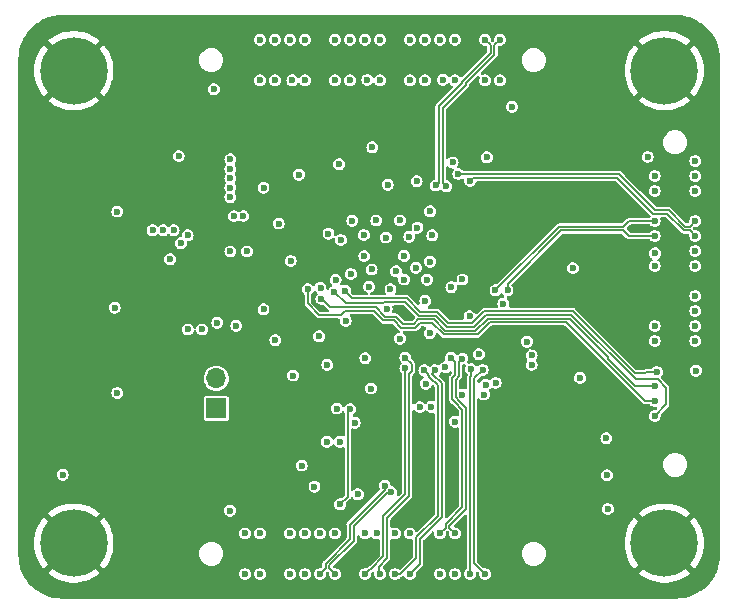
<source format=gbr>
%TF.GenerationSoftware,KiCad,Pcbnew,7.0.7-7.0.7~ubuntu22.04.1*%
%TF.CreationDate,2023-09-19T23:06:59+02:00*%
%TF.ProjectId,som_fpga,736f6d5f-6670-4676-912e-6b696361645f,rev?*%
%TF.SameCoordinates,Original*%
%TF.FileFunction,Copper,L3,Inr*%
%TF.FilePolarity,Positive*%
%FSLAX46Y46*%
G04 Gerber Fmt 4.6, Leading zero omitted, Abs format (unit mm)*
G04 Created by KiCad (PCBNEW 7.0.7-7.0.7~ubuntu22.04.1) date 2023-09-19 23:06:59*
%MOMM*%
%LPD*%
G01*
G04 APERTURE LIST*
%TA.AperFunction,ComponentPad*%
%ADD10R,1.700000X1.700000*%
%TD*%
%TA.AperFunction,ComponentPad*%
%ADD11O,1.700000X1.700000*%
%TD*%
%TA.AperFunction,ComponentPad*%
%ADD12C,5.700000*%
%TD*%
%TA.AperFunction,ViaPad*%
%ADD13C,0.600000*%
%TD*%
%TA.AperFunction,Conductor*%
%ADD14C,0.133350*%
%TD*%
%TA.AperFunction,Conductor*%
%ADD15C,0.127000*%
%TD*%
G04 APERTURE END LIST*
D10*
%TO.N,+3V3*%
%TO.C,J1*%
X127200000Y-93675000D03*
D11*
%TO.N,Net-(J1-Pin_2)*%
X127200000Y-91135000D03*
%TD*%
D12*
%TO.N,GND*%
%TO.C,H3*%
X165140000Y-105090000D03*
%TD*%
%TO.N,GND*%
%TO.C,H1*%
X165140000Y-65090000D03*
%TD*%
%TO.N,GND*%
%TO.C,H2*%
X115140000Y-65090000D03*
%TD*%
%TO.N,GND*%
%TO.C,H4*%
X115140000Y-105090000D03*
%TD*%
D13*
%TO.N,USER_LED1*%
X145393500Y-93560000D03*
X160280000Y-99340000D03*
%TO.N,USER_LED2*%
X160360000Y-102200000D03*
X144430000Y-93570000D03*
%TO.N,USER_LED0*%
X150850000Y-91530000D03*
X160220000Y-96210000D03*
%TO.N,CONN3.5_N*%
X164325000Y-87977500D03*
%TO.N,CONN3.6_P*%
X167755000Y-87977500D03*
%TO.N,CONN3.5_P*%
X164325000Y-86707500D03*
%TO.N,CONN3.6_N*%
X167755000Y-86707500D03*
%TO.N,CONN3.7_P*%
X153900000Y-89200000D03*
%TO.N,CONN3.8_N*%
X167755000Y-85437500D03*
%TO.N,CONN3.7_N*%
X153900000Y-90000000D03*
%TO.N,CONN3.8_P*%
X167755000Y-84167500D03*
%TO.N,CONN3.9_P*%
X164354058Y-80553680D03*
%TO.N,CONN3.10_N*%
X167755000Y-81627500D03*
%TO.N,CONN3.9_N*%
X164325000Y-81627500D03*
%TO.N,CONN3.10_P*%
X167755000Y-80357500D03*
%TO.N,CONN3.11_N*%
X164325000Y-79087500D03*
X151858529Y-83696609D03*
%TO.N,CONN3.12_N*%
X148690000Y-74410000D03*
X167755000Y-79087500D03*
%TO.N,CONN3.11_P*%
X150840000Y-83690000D03*
X164325000Y-77817500D03*
%TO.N,CONN3.12_P*%
X167755000Y-77817500D03*
X147700000Y-73840000D03*
%TO.N,CONN3.13_N*%
X164325000Y-75277500D03*
%TO.N,CONN3.14_N*%
X167755000Y-75277500D03*
%TO.N,CONN3.13_P*%
X164325000Y-74007500D03*
%TO.N,CONN3.14_P*%
X167755000Y-74007500D03*
%TO.N,+5V*%
X114200000Y-99300000D03*
X118814000Y-77019000D03*
X118594000Y-85154000D03*
X127000000Y-66650000D03*
X118819000Y-92379000D03*
%TO.N,GND*%
X135100000Y-91800000D03*
X150200000Y-87400000D03*
X142500000Y-73200000D03*
X147700000Y-88300000D03*
X141700000Y-90300000D03*
X117514000Y-71719000D03*
X147400000Y-100070000D03*
X153670000Y-73230000D03*
X145170000Y-70880000D03*
X138200000Y-90900000D03*
X134750000Y-95920000D03*
X136168097Y-85230252D03*
X147000000Y-101900000D03*
X139300000Y-74300000D03*
X133600000Y-85800000D03*
X132300000Y-72900000D03*
X154910000Y-82240000D03*
X143690000Y-85970000D03*
X137430000Y-88100000D03*
X134400000Y-79300000D03*
X133100000Y-76400000D03*
X154950000Y-83300000D03*
X154110000Y-92890000D03*
X146085805Y-83491039D03*
X121214000Y-72319000D03*
X134100000Y-88800000D03*
X131230000Y-90180000D03*
X148160000Y-91350000D03*
X140135000Y-86805000D03*
X142250000Y-92940000D03*
X146430000Y-78100000D03*
X136512690Y-75405402D03*
X132400000Y-83000000D03*
X147400000Y-98370000D03*
X132280000Y-92950000D03*
X144720000Y-96100000D03*
X144710000Y-97180000D03*
X147400000Y-96510000D03*
X144720000Y-98550000D03*
X144210000Y-88970000D03*
X145085500Y-92400000D03*
X142984593Y-75665407D03*
X134700000Y-99650000D03*
X141350000Y-95250000D03*
X146600000Y-85300000D03*
X151092897Y-89712915D03*
X128060000Y-89690000D03*
%TO.N,+1V8*%
X143105411Y-80775078D03*
X126000000Y-87000000D03*
X127290000Y-86430000D03*
X124800000Y-87000000D03*
X148045892Y-82768366D03*
X128890000Y-86690000D03*
X145060000Y-82790000D03*
X138600000Y-82300000D03*
X143105405Y-82775066D03*
%TO.N,+1V0*%
X142423198Y-82082069D03*
X141560000Y-79220000D03*
X140754626Y-77775001D03*
X121800000Y-78600000D03*
X124200000Y-79700000D03*
X139735378Y-80784469D03*
X122700000Y-78600000D03*
X139687432Y-78998278D03*
X144105416Y-81775088D03*
X124780000Y-79030000D03*
X145488443Y-79035239D03*
X143540000Y-79150000D03*
X142754598Y-77775061D03*
X123294000Y-81054000D03*
X140360000Y-81920000D03*
X137754866Y-79424562D03*
X123600000Y-78600000D03*
X138713235Y-77793925D03*
X145310000Y-81260000D03*
X144235549Y-78376653D03*
%TO.N,Net-(U1F-CFGBVS_0)*%
X136700000Y-78890000D03*
%TO.N,+3V3*%
X128400000Y-80400000D03*
X132490000Y-78030000D03*
X145270000Y-87310000D03*
X128400000Y-72600000D03*
X137600000Y-73000000D03*
X148640000Y-85880000D03*
X158000000Y-91100000D03*
X133500000Y-81200000D03*
X128400000Y-75000000D03*
X145300000Y-77000000D03*
X147210000Y-72860000D03*
X150105107Y-72424576D03*
X137300000Y-82800000D03*
X134200000Y-73900000D03*
X128400000Y-73400000D03*
X141717051Y-74737891D03*
X149430000Y-89100000D03*
X167810000Y-90490000D03*
X141630000Y-85250000D03*
X131200000Y-75000000D03*
X157400000Y-81800000D03*
X152250000Y-68150000D03*
X132200000Y-87900000D03*
X147105416Y-83424912D03*
X129500000Y-77400000D03*
X129800000Y-80400000D03*
X140300000Y-92000000D03*
X139813742Y-89430953D03*
X146600000Y-90200000D03*
X144897942Y-84580064D03*
X136560000Y-96502998D03*
X167755000Y-72737500D03*
X136600000Y-90000000D03*
X137400000Y-93700000D03*
X128400000Y-75800000D03*
X128362500Y-102337500D03*
X140410000Y-71580000D03*
X134430000Y-98520000D03*
X133700000Y-90900000D03*
X131200000Y-85300000D03*
X128400000Y-74200000D03*
X144161826Y-74453945D03*
X135904991Y-87586496D03*
X142754572Y-87775112D03*
X144930000Y-91590000D03*
X150010000Y-91680000D03*
X147410000Y-94810000D03*
X153500000Y-88037000D03*
X163720000Y-72400000D03*
X138160088Y-86269485D03*
X124014000Y-72319000D03*
X128700000Y-77400000D03*
X151510000Y-84820000D03*
%TO.N,Net-(U1F-INIT_B_0)*%
X136024509Y-83468596D03*
%TO.N,Net-(U1F-PROGRAM_B_0)*%
X140145000Y-83385000D03*
%TO.N,FLASH_SCLK*%
X141948560Y-83592537D03*
X138920000Y-94890000D03*
%TO.N,/FPGA_bank13_14/FLASH_D2*%
X139188100Y-100955282D03*
%TO.N,/FPGA_bank13_14/FLASH_D3*%
X137660000Y-96502998D03*
%TO.N,/FPGA_bank13_14/FLASH_D1*%
X137680000Y-101810000D03*
X138529500Y-93750000D03*
%TO.N,/FPGA_bank13_14/FLASH_CS*%
X135515498Y-100310000D03*
%TO.N,CONN1.1_P*%
X130902500Y-62475000D03*
%TO.N,CONN1.2_P*%
X130902500Y-65905000D03*
%TO.N,CONN1.1_N*%
X132172500Y-62475000D03*
%TO.N,CONN1.2_N*%
X132172500Y-65905000D03*
%TO.N,CONN1.3_P*%
X133442500Y-62475000D03*
%TO.N,CONN1.4_P*%
X134712500Y-65905000D03*
%TO.N,CONN1.3_N*%
X134712500Y-62475000D03*
%TO.N,CONN1.4_N*%
X133638700Y-65905000D03*
%TO.N,CONN1.5_P*%
X138522500Y-62475000D03*
%TO.N,CONN1.6_P*%
X138522500Y-65905000D03*
%TO.N,CONN1.5_N*%
X137252500Y-62475000D03*
%TO.N,CONN1.6_N*%
X137252500Y-65905000D03*
%TO.N,CONN1.7_P*%
X139792500Y-62475000D03*
%TO.N,CONN1.8_P*%
X139988680Y-65875942D03*
%TO.N,CONN1.7_N*%
X141062500Y-62475000D03*
%TO.N,CONN1.8_N*%
X141062500Y-65905000D03*
%TO.N,CONN1.9_P*%
X143602500Y-62475000D03*
%TO.N,CONN1.10_P*%
X143602500Y-65905000D03*
%TO.N,CONN1.9_N*%
X144872500Y-62475000D03*
%TO.N,CONN1.10_N*%
X144872500Y-65905000D03*
%TO.N,CONN1.11_P*%
X146142500Y-62475000D03*
%TO.N,CONN1.12_P*%
X146390000Y-65860000D03*
%TO.N,CONN1.11_N*%
X147412500Y-62475000D03*
%TO.N,CONN1.12_N*%
X147412500Y-65905000D03*
%TO.N,CONN1.13_P*%
X145794585Y-74807507D03*
X149952500Y-62475000D03*
%TO.N,CONN1.14_P*%
X149952500Y-65905000D03*
%TO.N,CONN1.13_N*%
X146660000Y-74880000D03*
X151222500Y-62475000D03*
%TO.N,CONN1.14_N*%
X151222500Y-65905000D03*
%TO.N,CONN2.1_P*%
X148780000Y-90370000D03*
X148682500Y-107705000D03*
%TO.N,CONN2.2_P*%
X148028188Y-92527417D03*
%TO.N,CONN2.1_N*%
X149750000Y-90430000D03*
X149952500Y-107705000D03*
%TO.N,CONN2.2_N*%
X149860000Y-92510000D03*
%TO.N,CONN2.3_P*%
X146142500Y-107705000D03*
%TO.N,CONN2.4_P*%
X146142500Y-104275000D03*
X147060000Y-89410000D03*
%TO.N,CONN2.3_N*%
X147412500Y-107705000D03*
%TO.N,CONN2.4_N*%
X148040000Y-89460000D03*
X147412500Y-104275000D03*
%TO.N,CONN2.5_P*%
X144810000Y-90450000D03*
X142332500Y-107705000D03*
%TO.N,CONN2.6_P*%
X143602500Y-104275000D03*
%TO.N,CONN2.5_N*%
X143602500Y-107705000D03*
X145715153Y-90461257D03*
%TO.N,CONN2.6_N*%
X142332500Y-104275000D03*
%TO.N,CONN2.7_P*%
X141062500Y-107705000D03*
X143210000Y-89380000D03*
%TO.N,CONN2.8_P*%
X139792500Y-104275000D03*
%TO.N,CONN2.7_N*%
X143210000Y-90280000D03*
X139792500Y-107705000D03*
%TO.N,CONN2.8_N*%
X140793500Y-104275000D03*
%TO.N,CONN2.9_P*%
X141462142Y-100221794D03*
X135982500Y-107705000D03*
%TO.N,CONN2.10_P*%
X137252500Y-104275000D03*
%TO.N,CONN2.9_N*%
X137252500Y-107705000D03*
X142027828Y-100787480D03*
%TO.N,CONN2.10_N*%
X135982500Y-104275000D03*
%TO.N,CONN2.11_P*%
X133442500Y-107705000D03*
%TO.N,CONN2.12_P*%
X133442500Y-104275000D03*
%TO.N,CONN2.11_N*%
X134712500Y-107705000D03*
%TO.N,CONN2.12_N*%
X134712500Y-104275000D03*
%TO.N,CONN2.13_P*%
X129632500Y-107705000D03*
%TO.N,CONN2.14_P*%
X129632500Y-104275000D03*
%TO.N,CONN2.13_N*%
X130902500Y-107705000D03*
%TO.N,CONN2.14_N*%
X130902500Y-104275000D03*
%TO.N,JTAG_TDI*%
X138092897Y-83712915D03*
X164500000Y-90600000D03*
%TO.N,JTAG_TMS*%
X164325000Y-94327500D03*
X137200000Y-83800000D03*
%TO.N,JTAG_TDO*%
X136100000Y-84400000D03*
X164325000Y-91787500D03*
%TO.N,JTAG_TCK*%
X134943044Y-83597827D03*
X164325000Y-93057500D03*
%TD*%
D14*
%TO.N,CONN3.11_N*%
X151858529Y-83696609D02*
X151858529Y-83142900D01*
X161666674Y-78619175D02*
X162134999Y-79087500D01*
X162134999Y-79087500D02*
X164325000Y-79087500D01*
X151858529Y-83142900D02*
X156382254Y-78619175D01*
X156382254Y-78619175D02*
X161666674Y-78619175D01*
%TO.N,CONN3.12_N*%
X166763460Y-78619176D02*
X167286676Y-78619176D01*
X148690000Y-74410000D02*
X148926649Y-74173351D01*
X148926649Y-74173351D02*
X161157635Y-74173351D01*
X161157635Y-74173351D02*
X164210959Y-77226675D01*
X167286676Y-78619176D02*
X167755000Y-79087500D01*
X164210959Y-77226675D02*
X165370959Y-77226675D01*
X165370959Y-77226675D02*
X166763460Y-78619176D01*
%TO.N,CONN3.11_P*%
X162134999Y-77817500D02*
X164325000Y-77817500D01*
X150840000Y-83690000D02*
X156244175Y-78285825D01*
X161666674Y-78285825D02*
X162134999Y-77817500D01*
X156244175Y-78285825D02*
X161666674Y-78285825D01*
%TO.N,CONN3.12_P*%
X166901540Y-78285824D02*
X167286676Y-78285824D01*
X164349041Y-76893325D02*
X165509041Y-76893325D01*
X165509041Y-76893325D02*
X166901540Y-78285824D01*
X167286676Y-78285824D02*
X167755000Y-77817500D01*
X147700000Y-73840000D02*
X161295716Y-73840000D01*
X161295716Y-73840000D02*
X164349041Y-76893325D01*
D15*
%TO.N,/FPGA_bank13_14/FLASH_D1*%
X138320000Y-101170000D02*
X138320000Y-93959500D01*
X137680000Y-101810000D02*
X138320000Y-101170000D01*
X138320000Y-93959500D02*
X138529500Y-93750000D01*
D14*
%TO.N,CONN1.13_P*%
X146024370Y-68094530D02*
X147979175Y-66139725D01*
X147979175Y-66139725D02*
X147979175Y-66035109D01*
X145794585Y-74807507D02*
X146024370Y-74577722D01*
X147979175Y-66035109D02*
X150420824Y-63593460D01*
X150420824Y-63593460D02*
X150420824Y-62943324D01*
X150420824Y-62943324D02*
X149952500Y-62475000D01*
X146024370Y-74577722D02*
X146024370Y-68094530D01*
%TO.N,CONN1.13_N*%
X146357722Y-74577722D02*
X146357722Y-68232578D01*
X150754176Y-62943324D02*
X151222500Y-62475000D01*
X148312505Y-66277795D02*
X148312505Y-66173211D01*
X148312505Y-66173211D02*
X150754176Y-63731540D01*
X146357722Y-68232578D02*
X148312505Y-66277795D01*
X150754176Y-63731540D02*
X150754176Y-62943324D01*
X146660000Y-74880000D02*
X146357722Y-74577722D01*
D15*
%TO.N,CONN2.1_P*%
X148780000Y-90937552D02*
X148723500Y-90994052D01*
X148723500Y-90994052D02*
X148723500Y-91583410D01*
X148780000Y-90370000D02*
X148780000Y-90937552D01*
X148723500Y-91583410D02*
X148682500Y-91624410D01*
X148682500Y-91624410D02*
X148682500Y-107705000D01*
%TO.N,CONN2.1_N*%
X149009500Y-106762000D02*
X149952500Y-107705000D01*
X149050480Y-91129520D02*
X149050480Y-91718850D01*
X149009500Y-91759830D02*
X149009500Y-106762000D01*
X149050480Y-91718850D02*
X149009500Y-91759830D01*
X149750000Y-90430000D02*
X149050480Y-91129520D01*
%TO.N,CONN2.4_P*%
X147137708Y-92896267D02*
X147411500Y-93170059D01*
X146614000Y-103464776D02*
X146614000Y-103803500D01*
X147060000Y-89410000D02*
X147411500Y-89761500D01*
X147411500Y-90839170D02*
X147137708Y-91112962D01*
X146614000Y-103803500D02*
X146142500Y-104275000D01*
X147411500Y-93170059D02*
X147411500Y-93172724D01*
X148026500Y-102052276D02*
X146614000Y-103464776D01*
X147411500Y-93172724D02*
X148026500Y-93787724D01*
X147137708Y-91112962D02*
X147137708Y-92896267D01*
X147411500Y-89761500D02*
X147411500Y-90839170D01*
X148026500Y-93787724D02*
X148026500Y-102052276D01*
%TO.N,CONN2.4_N*%
X146941000Y-103600224D02*
X146941000Y-103803500D01*
X147738500Y-89761500D02*
X147738500Y-90974590D01*
X148353500Y-102187724D02*
X146941000Y-103600224D01*
X146941000Y-103803500D02*
X147412500Y-104275000D01*
X148040000Y-89460000D02*
X147738500Y-89761500D01*
X147464688Y-91248402D02*
X147464688Y-92760827D01*
X148353500Y-93652276D02*
X148353500Y-102187724D01*
X147738500Y-93034639D02*
X147738500Y-93037276D01*
X147738500Y-93037276D02*
X148353500Y-93652276D01*
X147464688Y-92760827D02*
X147738500Y-93034639D01*
X147738500Y-90974590D02*
X147464688Y-91248402D01*
%TO.N,CONN2.5_P*%
X145956500Y-91708948D02*
X145956500Y-102762276D01*
X145956500Y-102762276D02*
X144126500Y-104592276D01*
X144126500Y-106363500D02*
X142785000Y-107705000D01*
X144126500Y-104592276D02*
X144126500Y-106363500D01*
X145104705Y-90744705D02*
X145104705Y-90880153D01*
X145296257Y-91071705D02*
X145319257Y-91071705D01*
X145104705Y-90880153D02*
X145296257Y-91071705D01*
X142785000Y-107705000D02*
X142332500Y-107705000D01*
X145319257Y-91071705D02*
X145956500Y-91708948D01*
X144810000Y-90450000D02*
X145104705Y-90744705D01*
%TO.N,CONN2.5_N*%
X145431705Y-90744705D02*
X145454705Y-90744705D01*
X145454705Y-90744705D02*
X146283500Y-91573500D01*
X146283500Y-102897724D02*
X144453500Y-104727724D01*
X145715153Y-90461257D02*
X145431705Y-90744705D01*
X146283500Y-91573500D02*
X146283500Y-102897724D01*
X144453500Y-106854000D02*
X143602500Y-107705000D01*
X144453500Y-104727724D02*
X144453500Y-106854000D01*
%TO.N,CONN2.7_P*%
X143210000Y-89380000D02*
X143773500Y-89943500D01*
X143537000Y-101094224D02*
X141683500Y-102947724D01*
X140960612Y-107603112D02*
X141062500Y-107705000D01*
X141683500Y-102947724D02*
X141683500Y-106347724D01*
X143773500Y-89943500D02*
X143773500Y-90513410D01*
X141683500Y-106347724D02*
X140960612Y-107070612D01*
X140960612Y-107070612D02*
X140960612Y-107603112D01*
X143773500Y-90513410D02*
X143537000Y-90749910D01*
X143537000Y-90749910D02*
X143537000Y-101094224D01*
%TO.N,CONN2.7_N*%
X140294388Y-107274388D02*
X140223112Y-107274388D01*
X143210000Y-100958776D02*
X141356500Y-102812276D01*
X143210000Y-90280000D02*
X143210000Y-100958776D01*
X141356500Y-106212276D02*
X140294388Y-107274388D01*
X141356500Y-102812276D02*
X141356500Y-106212276D01*
X140223112Y-107274388D02*
X139792500Y-107705000D01*
D14*
%TO.N,CONN2.9_P*%
X138493325Y-103520582D02*
X138493325Y-104780959D01*
X141462142Y-100221794D02*
X141462142Y-100551765D01*
X141462142Y-100551765D02*
X138493325Y-103520582D01*
X136450824Y-107236676D02*
X135982500Y-107705000D01*
X138493325Y-104780959D02*
X136450824Y-106823460D01*
X136450824Y-106823460D02*
X136450824Y-107236676D01*
%TO.N,CONN2.9_N*%
X138826675Y-103658662D02*
X138826675Y-104919041D01*
X138826675Y-104919041D02*
X136784176Y-106961540D01*
X141697857Y-100787480D02*
X138826675Y-103658662D01*
X136784176Y-107236676D02*
X137252500Y-107705000D01*
X142027828Y-100787480D02*
X141697857Y-100787480D01*
X136784176Y-106961540D02*
X136784176Y-107236676D01*
D15*
%TO.N,JTAG_TDI*%
X157382448Y-85420000D02*
X162662448Y-90700000D01*
X148870910Y-86446000D02*
X149896910Y-85420000D01*
X162662448Y-90700000D02*
X163500000Y-90700000D01*
X144479358Y-85500000D02*
X145900000Y-85500000D01*
X138679982Y-84300000D02*
X138700000Y-84300000D01*
X145900000Y-85500000D02*
X146846000Y-86446000D01*
X163600000Y-90600000D02*
X164500000Y-90600000D01*
X163500000Y-90700000D02*
X163600000Y-90600000D01*
X146846000Y-86446000D02*
X148870910Y-86446000D01*
X138759500Y-84359500D02*
X143338858Y-84359500D01*
X149896910Y-85420000D02*
X157382448Y-85420000D01*
X143338858Y-84359500D02*
X144479358Y-85500000D01*
X138700000Y-84300000D02*
X138759500Y-84359500D01*
X164500000Y-90600000D02*
X164600000Y-90600000D01*
X138092897Y-83712915D02*
X138679982Y-84300000D01*
%TO.N,JTAG_TMS*%
X144343910Y-85827000D02*
X145764552Y-85827000D01*
X149006358Y-86773000D02*
X150032358Y-85747000D01*
X137200000Y-83800000D02*
X138173000Y-84773000D01*
X165300000Y-93352500D02*
X164325000Y-94327500D01*
X162724000Y-91224000D02*
X164558410Y-91224000D01*
X143203410Y-84686500D02*
X144343910Y-85827000D01*
X150032358Y-85747000D02*
X157247000Y-85747000D01*
X145764552Y-85827000D02*
X146710552Y-86773000D01*
X157247000Y-85747000D02*
X162724000Y-91224000D01*
X165300000Y-91965590D02*
X165300000Y-93352500D01*
X141310090Y-84773000D02*
X141396590Y-84686500D01*
X138173000Y-84773000D02*
X141310090Y-84773000D01*
X146710552Y-86773000D02*
X149006358Y-86773000D01*
X141396590Y-84686500D02*
X143203410Y-84686500D01*
X164558410Y-91224000D02*
X165300000Y-91965590D01*
%TO.N,JTAG_TDO*%
X150167806Y-86074000D02*
X157111552Y-86074000D01*
X160400000Y-89500000D02*
X162687500Y-91787500D01*
X136100000Y-84400000D02*
X136366752Y-84666752D01*
X157111552Y-86074000D02*
X160400000Y-89362448D01*
X141491545Y-85908455D02*
X142391545Y-85908455D01*
X144302910Y-86154000D02*
X145629104Y-86154000D01*
X143016590Y-86533500D02*
X143923410Y-86533500D01*
X136834755Y-85100000D02*
X140683090Y-85100000D01*
X160400000Y-89362448D02*
X160400000Y-89500000D01*
X145629104Y-86154000D02*
X146575104Y-87100000D01*
X149141806Y-87100000D02*
X150167806Y-86074000D01*
X140683090Y-85100000D02*
X141491545Y-85908455D01*
X136366752Y-84666752D02*
X136401507Y-84666752D01*
X162687500Y-91787500D02*
X164325000Y-91787500D01*
X143923410Y-86533500D02*
X144302910Y-86154000D01*
X146575104Y-87100000D02*
X149141806Y-87100000D01*
X142391545Y-85908455D02*
X143016590Y-86533500D01*
X136401507Y-84666752D02*
X136834755Y-85100000D01*
%TO.N,JTAG_TCK*%
X142256097Y-86235455D02*
X142881142Y-86860500D01*
X142881142Y-86860500D02*
X144058858Y-86860500D01*
X149323000Y-87427000D02*
X150349000Y-86401000D01*
X140547642Y-85427000D02*
X141356097Y-86235455D01*
X150349000Y-86401000D02*
X156838552Y-86401000D01*
X146439656Y-87427000D02*
X149323000Y-87427000D01*
X134943044Y-83597827D02*
X134943044Y-84802109D01*
X156838552Y-86401000D02*
X163495052Y-93057500D01*
X135934687Y-85793752D02*
X137733248Y-85793752D01*
X141356097Y-86235455D02*
X142256097Y-86235455D01*
X137733248Y-85793752D02*
X138100000Y-85427000D01*
X138100000Y-85427000D02*
X140547642Y-85427000D01*
X145493656Y-86481000D02*
X146439656Y-87427000D01*
X163495052Y-93057500D02*
X164325000Y-93057500D01*
X144058858Y-86860500D02*
X144438358Y-86481000D01*
X134943044Y-84802109D02*
X135934687Y-85793752D01*
X144438358Y-86481000D02*
X145493656Y-86481000D01*
%TD*%
%TA.AperFunction,Conductor*%
%TO.N,GND*%
G36*
X147117207Y-90583682D02*
G01*
X147146236Y-90647235D01*
X147147500Y-90664892D01*
X147147500Y-90678455D01*
X147127815Y-90745494D01*
X147111181Y-90766135D01*
X147033917Y-90843400D01*
X146978053Y-90899264D01*
X146959268Y-90914681D01*
X146947374Y-90922628D01*
X146924590Y-90956726D01*
X146924588Y-90956730D01*
X146889025Y-91009952D01*
X146882560Y-91042456D01*
X146871115Y-91099999D01*
X146868536Y-91112963D01*
X146871325Y-91126983D01*
X146873708Y-91151175D01*
X146873708Y-92858050D01*
X146871326Y-92882238D01*
X146868536Y-92896266D01*
X146868536Y-92896267D01*
X146873708Y-92922269D01*
X146889025Y-92999276D01*
X146947374Y-93086599D01*
X146959263Y-93094543D01*
X146978053Y-93109964D01*
X147192435Y-93324346D01*
X147207855Y-93343134D01*
X147221167Y-93363057D01*
X147233055Y-93371000D01*
X147251844Y-93386421D01*
X147726182Y-93860758D01*
X147759666Y-93922079D01*
X147762500Y-93948437D01*
X147762500Y-94226228D01*
X147742815Y-94293267D01*
X147690011Y-94339022D01*
X147620853Y-94348966D01*
X147603566Y-94345205D01*
X147481963Y-94309500D01*
X147481961Y-94309500D01*
X147338039Y-94309500D01*
X147338036Y-94309500D01*
X147199949Y-94350045D01*
X147078873Y-94427856D01*
X146984623Y-94536626D01*
X146984622Y-94536628D01*
X146924834Y-94667543D01*
X146904353Y-94810000D01*
X146924834Y-94952456D01*
X146961370Y-95032457D01*
X146984623Y-95083373D01*
X147078872Y-95192143D01*
X147199947Y-95269953D01*
X147199950Y-95269954D01*
X147199949Y-95269954D01*
X147338036Y-95310499D01*
X147338038Y-95310500D01*
X147338039Y-95310500D01*
X147481961Y-95310500D01*
X147603566Y-95274794D01*
X147673435Y-95274794D01*
X147732213Y-95312568D01*
X147761238Y-95376124D01*
X147762500Y-95393771D01*
X147762500Y-101891561D01*
X147742815Y-101958600D01*
X147726181Y-101979242D01*
X146759181Y-102946241D01*
X146697858Y-102979726D01*
X146628166Y-102974742D01*
X146572233Y-102932870D01*
X146547816Y-102867406D01*
X146547500Y-102858560D01*
X146547500Y-91611711D01*
X146549882Y-91587522D01*
X146552671Y-91573500D01*
X146547500Y-91547501D01*
X146547500Y-91547498D01*
X146532183Y-91470492D01*
X146473833Y-91383167D01*
X146473832Y-91383166D01*
X146461939Y-91375219D01*
X146443151Y-91359799D01*
X146072424Y-90989072D01*
X146038939Y-90927749D01*
X146043923Y-90858057D01*
X146066388Y-90820194D01*
X146140530Y-90734630D01*
X146164042Y-90683144D01*
X146209795Y-90630344D01*
X146276834Y-90610659D01*
X146343871Y-90630342D01*
X146358971Y-90640046D01*
X146389948Y-90659954D01*
X146528036Y-90700499D01*
X146528038Y-90700500D01*
X146528039Y-90700500D01*
X146671962Y-90700500D01*
X146671962Y-90700499D01*
X146793232Y-90664892D01*
X146810050Y-90659954D01*
X146810050Y-90659953D01*
X146810053Y-90659953D01*
X146931128Y-90582143D01*
X146931134Y-90582135D01*
X146937828Y-90576337D01*
X146939045Y-90577742D01*
X146988556Y-90545918D01*
X147058426Y-90545912D01*
X147117207Y-90583682D01*
G37*
%TD.AperFunction*%
%TA.AperFunction,Conductor*%
G36*
X148332120Y-89971404D02*
G01*
X148361145Y-90034960D01*
X148351201Y-90104118D01*
X148351201Y-90104119D01*
X148294834Y-90227543D01*
X148274353Y-90369999D01*
X148294834Y-90512456D01*
X148353104Y-90640047D01*
X148354623Y-90643373D01*
X148448872Y-90752143D01*
X148448873Y-90752143D01*
X148454680Y-90758845D01*
X148451969Y-90761193D01*
X148480508Y-90805622D01*
X148480492Y-90875492D01*
X148476087Y-90887977D01*
X148474818Y-90891040D01*
X148474817Y-90891043D01*
X148474817Y-90891044D01*
X148461752Y-90956730D01*
X148454328Y-90994053D01*
X148457117Y-91008073D01*
X148459500Y-91032265D01*
X148459500Y-91445350D01*
X148439815Y-91512389D01*
X148438625Y-91514205D01*
X148433817Y-91521402D01*
X148414632Y-91617857D01*
X148413328Y-91624411D01*
X148416117Y-91638431D01*
X148418500Y-91662623D01*
X148418500Y-91956837D01*
X148398815Y-92023876D01*
X148346011Y-92069631D01*
X148276853Y-92079575D01*
X148242992Y-92069633D01*
X148238239Y-92067462D01*
X148100151Y-92026917D01*
X148100149Y-92026917D01*
X147956227Y-92026917D01*
X147956223Y-92026917D01*
X147887622Y-92047060D01*
X147817752Y-92047060D01*
X147758974Y-92009285D01*
X147729950Y-91945729D01*
X147728688Y-91928083D01*
X147728688Y-91409116D01*
X147748373Y-91342077D01*
X147765001Y-91321440D01*
X147898164Y-91188277D01*
X147916936Y-91172871D01*
X147928833Y-91164923D01*
X147937720Y-91151621D01*
X147937725Y-91151616D01*
X147943561Y-91142881D01*
X147943563Y-91142880D01*
X147987183Y-91077598D01*
X148007672Y-90974590D01*
X148004882Y-90960561D01*
X148002500Y-90936373D01*
X148002500Y-90083684D01*
X148022185Y-90016645D01*
X148074989Y-89970890D01*
X148108863Y-89960945D01*
X148111956Y-89960500D01*
X148111961Y-89960500D01*
X148203473Y-89933630D01*
X148273342Y-89933630D01*
X148332120Y-89971404D01*
G37*
%TD.AperFunction*%
%TA.AperFunction,Conductor*%
G36*
X143109735Y-84970185D02*
G01*
X143130377Y-84986819D01*
X144025876Y-85882319D01*
X144059361Y-85943642D01*
X144054377Y-86013334D01*
X144025876Y-86057681D01*
X143850377Y-86233181D01*
X143789054Y-86266666D01*
X143762696Y-86269500D01*
X143177304Y-86269500D01*
X143110265Y-86249815D01*
X143089623Y-86233181D01*
X142605242Y-85748800D01*
X142589821Y-85730010D01*
X142581877Y-85718121D01*
X142494554Y-85659772D01*
X142417547Y-85644455D01*
X142391546Y-85639283D01*
X142391544Y-85639283D01*
X142382633Y-85641055D01*
X142377522Y-85642072D01*
X142353332Y-85644455D01*
X142193029Y-85644455D01*
X142125990Y-85624770D01*
X142080235Y-85571966D01*
X142070291Y-85502808D01*
X142080235Y-85468944D01*
X142102566Y-85420045D01*
X142115165Y-85392457D01*
X142135647Y-85250000D01*
X142115165Y-85107543D01*
X142113903Y-85098765D01*
X142115720Y-85098503D01*
X142115722Y-85039562D01*
X142153498Y-84980785D01*
X142217055Y-84951762D01*
X142234698Y-84950500D01*
X143042696Y-84950500D01*
X143109735Y-84970185D01*
G37*
%TD.AperFunction*%
%TA.AperFunction,Conductor*%
G36*
X135586376Y-83734919D02*
G01*
X135613050Y-83758032D01*
X135620945Y-83767143D01*
X135693381Y-83850739D01*
X135714495Y-83864308D01*
X135760250Y-83917112D01*
X135770194Y-83986271D01*
X135741170Y-84049826D01*
X135674623Y-84126626D01*
X135674622Y-84126628D01*
X135614834Y-84257543D01*
X135594353Y-84400000D01*
X135614834Y-84542456D01*
X135653652Y-84627453D01*
X135674623Y-84673373D01*
X135768872Y-84782143D01*
X135889947Y-84859953D01*
X135889950Y-84859954D01*
X135889949Y-84859954D01*
X136028036Y-84900499D01*
X136028038Y-84900500D01*
X136028039Y-84900500D01*
X136171961Y-84900500D01*
X136180737Y-84899238D01*
X136181231Y-84902679D01*
X136234370Y-84902648D01*
X136252340Y-84911043D01*
X136252458Y-84910760D01*
X136263308Y-84915254D01*
X136267853Y-84918291D01*
X136268401Y-84918547D01*
X136273902Y-84922223D01*
X136273851Y-84922298D01*
X136303538Y-84942135D01*
X136621054Y-85259651D01*
X136636474Y-85278439D01*
X136644421Y-85290333D01*
X136662855Y-85302650D01*
X136707660Y-85356262D01*
X136716367Y-85425587D01*
X136686212Y-85488615D01*
X136626769Y-85525334D01*
X136593964Y-85529752D01*
X136095401Y-85529752D01*
X136028362Y-85510067D01*
X136007720Y-85493433D01*
X135243363Y-84729076D01*
X135209878Y-84667753D01*
X135207044Y-84641395D01*
X135207044Y-84090819D01*
X135226729Y-84023780D01*
X135264005Y-83986503D01*
X135274172Y-83979970D01*
X135368421Y-83871200D01*
X135406545Y-83787720D01*
X135452297Y-83734920D01*
X135519336Y-83715235D01*
X135586376Y-83734919D01*
G37*
%TD.AperFunction*%
%TA.AperFunction,Conductor*%
G36*
X166141513Y-60390575D02*
G01*
X166499571Y-60408165D01*
X166505624Y-60408760D01*
X166858724Y-60461138D01*
X166864676Y-60462321D01*
X167153435Y-60534651D01*
X167210953Y-60549059D01*
X167216774Y-60550824D01*
X167552867Y-60671081D01*
X167558486Y-60673409D01*
X167881181Y-60826031D01*
X167886539Y-60828894D01*
X168192713Y-61012408D01*
X168197775Y-61015790D01*
X168484494Y-61228436D01*
X168489198Y-61232296D01*
X168753699Y-61472025D01*
X168757974Y-61476300D01*
X168921782Y-61657035D01*
X168997701Y-61740799D01*
X169001563Y-61745505D01*
X169214209Y-62032224D01*
X169217591Y-62037286D01*
X169250899Y-62092857D01*
X169394561Y-62332543D01*
X169401098Y-62343448D01*
X169403968Y-62348818D01*
X169556590Y-62671513D01*
X169558920Y-62677137D01*
X169679173Y-63013220D01*
X169680940Y-63019046D01*
X169739268Y-63251903D01*
X169766433Y-63360352D01*
X169767674Y-63365304D01*
X169768861Y-63371275D01*
X169821238Y-63724370D01*
X169821834Y-63730428D01*
X169839425Y-64088485D01*
X169839500Y-64091528D01*
X169839500Y-106088470D01*
X169839425Y-106091513D01*
X169821834Y-106449571D01*
X169821238Y-106455629D01*
X169768861Y-106808724D01*
X169767674Y-106814695D01*
X169680940Y-107160953D01*
X169679173Y-107166779D01*
X169558920Y-107502862D01*
X169556590Y-107508486D01*
X169403968Y-107831181D01*
X169401098Y-107836551D01*
X169217591Y-108142713D01*
X169214209Y-108147775D01*
X169001563Y-108434494D01*
X168997701Y-108439200D01*
X168757989Y-108703684D01*
X168753689Y-108707983D01*
X168658751Y-108794029D01*
X168489200Y-108947701D01*
X168484494Y-108951563D01*
X168197775Y-109164209D01*
X168192713Y-109167591D01*
X167886551Y-109351098D01*
X167881181Y-109353968D01*
X167558486Y-109506590D01*
X167552862Y-109508920D01*
X167216779Y-109629173D01*
X167210953Y-109630940D01*
X166864695Y-109717674D01*
X166858724Y-109718861D01*
X166505629Y-109771238D01*
X166499571Y-109771834D01*
X166141514Y-109789425D01*
X166138471Y-109789500D01*
X114141529Y-109789500D01*
X114138486Y-109789425D01*
X113780428Y-109771834D01*
X113774370Y-109771238D01*
X113421275Y-109718861D01*
X113415307Y-109717674D01*
X113357188Y-109703116D01*
X113069046Y-109630940D01*
X113063220Y-109629173D01*
X112727137Y-109508920D01*
X112721513Y-109506590D01*
X112398818Y-109353968D01*
X112393453Y-109351101D01*
X112087286Y-109167591D01*
X112082224Y-109164209D01*
X111795505Y-108951563D01*
X111790799Y-108947701D01*
X111672295Y-108840296D01*
X111526300Y-108707974D01*
X111522025Y-108703699D01*
X111282296Y-108439198D01*
X111278436Y-108434494D01*
X111065790Y-108147775D01*
X111062408Y-108142713D01*
X111029100Y-108087142D01*
X110878894Y-107836539D01*
X110876031Y-107831181D01*
X110723409Y-107508486D01*
X110721079Y-107502862D01*
X110701392Y-107447842D01*
X110600824Y-107166774D01*
X110599059Y-107160953D01*
X110579797Y-107084054D01*
X110512321Y-106814676D01*
X110511138Y-106808724D01*
X110470988Y-106538057D01*
X110458760Y-106455624D01*
X110458165Y-106449571D01*
X110442769Y-106136182D01*
X110440573Y-106091500D01*
X110440500Y-106088508D01*
X110440500Y-106042405D01*
X110440500Y-105090002D01*
X111785080Y-105090002D01*
X111804746Y-105452728D01*
X111863517Y-105811214D01*
X111863519Y-105811222D01*
X111960695Y-106161220D01*
X111960697Y-106161227D01*
X112095152Y-106498684D01*
X112095161Y-106498702D01*
X112265316Y-106819647D01*
X112265318Y-106819651D01*
X112469170Y-107120309D01*
X112469177Y-107120319D01*
X112600968Y-107275475D01*
X112600969Y-107275476D01*
X113747413Y-106129032D01*
X113808736Y-106095547D01*
X113878428Y-106100531D01*
X113929381Y-106136179D01*
X114005130Y-106224870D01*
X114057765Y-106269824D01*
X114093816Y-106300615D01*
X114132009Y-106359122D01*
X114132507Y-106428990D01*
X114100965Y-106482586D01*
X112951889Y-107631663D01*
X112951889Y-107631664D01*
X112968070Y-107646992D01*
X113257266Y-107866832D01*
X113257282Y-107866843D01*
X113568522Y-108054109D01*
X113568535Y-108054116D01*
X113898205Y-108206639D01*
X113898210Y-108206640D01*
X114242461Y-108322632D01*
X114597235Y-108400724D01*
X114958366Y-108439999D01*
X114958374Y-108440000D01*
X115321626Y-108440000D01*
X115321633Y-108439999D01*
X115682764Y-108400724D01*
X116037538Y-108322632D01*
X116381789Y-108206640D01*
X116381794Y-108206639D01*
X116711464Y-108054116D01*
X116711477Y-108054109D01*
X117022717Y-107866843D01*
X117022733Y-107866832D01*
X117235621Y-107705000D01*
X129126853Y-107705000D01*
X129147334Y-107847456D01*
X129175926Y-107910062D01*
X129207123Y-107978373D01*
X129301372Y-108087143D01*
X129422447Y-108164953D01*
X129422450Y-108164954D01*
X129422449Y-108164954D01*
X129560536Y-108205499D01*
X129560538Y-108205500D01*
X129560539Y-108205500D01*
X129704462Y-108205500D01*
X129704462Y-108205499D01*
X129842553Y-108164953D01*
X129963628Y-108087143D01*
X130057877Y-107978373D01*
X130117665Y-107847457D01*
X130138147Y-107705000D01*
X130396853Y-107705000D01*
X130417334Y-107847456D01*
X130445926Y-107910062D01*
X130477123Y-107978373D01*
X130571372Y-108087143D01*
X130692447Y-108164953D01*
X130692450Y-108164954D01*
X130692449Y-108164954D01*
X130830536Y-108205499D01*
X130830538Y-108205500D01*
X130830539Y-108205500D01*
X130974462Y-108205500D01*
X130974462Y-108205499D01*
X131112553Y-108164953D01*
X131233628Y-108087143D01*
X131327877Y-107978373D01*
X131387665Y-107847457D01*
X131408147Y-107705000D01*
X132936853Y-107705000D01*
X132957334Y-107847456D01*
X132985926Y-107910062D01*
X133017123Y-107978373D01*
X133111372Y-108087143D01*
X133232447Y-108164953D01*
X133232450Y-108164954D01*
X133232449Y-108164954D01*
X133370536Y-108205499D01*
X133370538Y-108205500D01*
X133370539Y-108205500D01*
X133514462Y-108205500D01*
X133514462Y-108205499D01*
X133652553Y-108164953D01*
X133773628Y-108087143D01*
X133867877Y-107978373D01*
X133927665Y-107847457D01*
X133948147Y-107705000D01*
X134206853Y-107705000D01*
X134227334Y-107847456D01*
X134255926Y-107910062D01*
X134287123Y-107978373D01*
X134381372Y-108087143D01*
X134502447Y-108164953D01*
X134502450Y-108164954D01*
X134502449Y-108164954D01*
X134640536Y-108205499D01*
X134640538Y-108205500D01*
X134640539Y-108205500D01*
X134784462Y-108205500D01*
X134784462Y-108205499D01*
X134922553Y-108164953D01*
X135043628Y-108087143D01*
X135137877Y-107978373D01*
X135197665Y-107847457D01*
X135218147Y-107705000D01*
X135476853Y-107705000D01*
X135497334Y-107847456D01*
X135525926Y-107910062D01*
X135557123Y-107978373D01*
X135651372Y-108087143D01*
X135772447Y-108164953D01*
X135772450Y-108164954D01*
X135772449Y-108164954D01*
X135910536Y-108205499D01*
X135910538Y-108205500D01*
X135910539Y-108205500D01*
X136054462Y-108205500D01*
X136054462Y-108205499D01*
X136192553Y-108164953D01*
X136313628Y-108087143D01*
X136407877Y-107978373D01*
X136467665Y-107847457D01*
X136488147Y-107705000D01*
X136480914Y-107654696D01*
X136490857Y-107585541D01*
X136515974Y-107549367D01*
X136529822Y-107535520D01*
X136591146Y-107502037D01*
X136660838Y-107507024D01*
X136705181Y-107535523D01*
X136719028Y-107549370D01*
X136752513Y-107610693D01*
X136754085Y-107654697D01*
X136746853Y-107704999D01*
X136767334Y-107847456D01*
X136795926Y-107910062D01*
X136827123Y-107978373D01*
X136921372Y-108087143D01*
X137042447Y-108164953D01*
X137042450Y-108164954D01*
X137042449Y-108164954D01*
X137180536Y-108205499D01*
X137180538Y-108205500D01*
X137180539Y-108205500D01*
X137324462Y-108205500D01*
X137324462Y-108205499D01*
X137462553Y-108164953D01*
X137583628Y-108087143D01*
X137677877Y-107978373D01*
X137737665Y-107847457D01*
X137758147Y-107705000D01*
X137737665Y-107562543D01*
X137677877Y-107431627D01*
X137583628Y-107322857D01*
X137462553Y-107245047D01*
X137462551Y-107245046D01*
X137462549Y-107245045D01*
X137462550Y-107245045D01*
X137324463Y-107204500D01*
X137324461Y-107204500D01*
X137218420Y-107204500D01*
X137151381Y-107184815D01*
X137105626Y-107132011D01*
X137095682Y-107062853D01*
X137124707Y-106999297D01*
X137130739Y-106992819D01*
X138035090Y-106088468D01*
X138988359Y-105135198D01*
X139007144Y-105119782D01*
X139019297Y-105111663D01*
X139027395Y-105099541D01*
X139027399Y-105099538D01*
X139034201Y-105089356D01*
X139034203Y-105089356D01*
X139078348Y-105023287D01*
X139099084Y-104919041D01*
X139096232Y-104904702D01*
X139093850Y-104880513D01*
X139093850Y-104520007D01*
X139113535Y-104452968D01*
X139166339Y-104407213D01*
X139235497Y-104397269D01*
X139299053Y-104426294D01*
X139330644Y-104468496D01*
X139367120Y-104548369D01*
X139367123Y-104548373D01*
X139461372Y-104657143D01*
X139582447Y-104734953D01*
X139582450Y-104734954D01*
X139582449Y-104734954D01*
X139720536Y-104775499D01*
X139720538Y-104775500D01*
X139720539Y-104775500D01*
X139864462Y-104775500D01*
X139864462Y-104775499D01*
X139971621Y-104744035D01*
X140002550Y-104734954D01*
X140002550Y-104734953D01*
X140002553Y-104734953D01*
X140123628Y-104657143D01*
X140199287Y-104569826D01*
X140258064Y-104532052D01*
X140327934Y-104532052D01*
X140386711Y-104569825D01*
X140462372Y-104657143D01*
X140583447Y-104734953D01*
X140583450Y-104734954D01*
X140583449Y-104734954D01*
X140721536Y-104775499D01*
X140721538Y-104775500D01*
X140721539Y-104775500D01*
X140865461Y-104775500D01*
X140933565Y-104755503D01*
X141003435Y-104755503D01*
X141062213Y-104793277D01*
X141091238Y-104856833D01*
X141092500Y-104874480D01*
X141092500Y-106051561D01*
X141072815Y-106118600D01*
X141056181Y-106139242D01*
X140208635Y-106986787D01*
X140147312Y-107020272D01*
X140145149Y-107020723D01*
X140120101Y-107025705D01*
X140032779Y-107084054D01*
X140032777Y-107084056D01*
X140024830Y-107095949D01*
X140009415Y-107114731D01*
X139955967Y-107168180D01*
X139894644Y-107201666D01*
X139868285Y-107204500D01*
X139720536Y-107204500D01*
X139582449Y-107245045D01*
X139461373Y-107322856D01*
X139367123Y-107431626D01*
X139367122Y-107431628D01*
X139307334Y-107562543D01*
X139286853Y-107705000D01*
X139307334Y-107847456D01*
X139335926Y-107910062D01*
X139367123Y-107978373D01*
X139461372Y-108087143D01*
X139582447Y-108164953D01*
X139582450Y-108164954D01*
X139582449Y-108164954D01*
X139720536Y-108205499D01*
X139720538Y-108205500D01*
X139720539Y-108205500D01*
X139864462Y-108205500D01*
X139864462Y-108205499D01*
X140002553Y-108164953D01*
X140123628Y-108087143D01*
X140217877Y-107978373D01*
X140277665Y-107847457D01*
X140298147Y-107705000D01*
X140292202Y-107663654D01*
X140302145Y-107594500D01*
X140347899Y-107541695D01*
X140390751Y-107524392D01*
X140397396Y-107523071D01*
X140397396Y-107523070D01*
X140409378Y-107520688D01*
X140409818Y-107522905D01*
X140463047Y-107517180D01*
X140525528Y-107548452D01*
X140561183Y-107608539D01*
X140563774Y-107656856D01*
X140556853Y-107704997D01*
X140556853Y-107704999D01*
X140577334Y-107847456D01*
X140605926Y-107910062D01*
X140637123Y-107978373D01*
X140731372Y-108087143D01*
X140852447Y-108164953D01*
X140852450Y-108164954D01*
X140852449Y-108164954D01*
X140990536Y-108205499D01*
X140990538Y-108205500D01*
X140990539Y-108205500D01*
X141134462Y-108205500D01*
X141134462Y-108205499D01*
X141272553Y-108164953D01*
X141393628Y-108087143D01*
X141487877Y-107978373D01*
X141547665Y-107847457D01*
X141568147Y-107705000D01*
X141547665Y-107562543D01*
X141487877Y-107431627D01*
X141393628Y-107322857D01*
X141333193Y-107284017D01*
X141287439Y-107231215D01*
X141277495Y-107162057D01*
X141306520Y-107098501D01*
X141312538Y-107092036D01*
X141843155Y-106561419D01*
X141861946Y-106545999D01*
X141873833Y-106538057D01*
X141932183Y-106450732D01*
X141945449Y-106384035D01*
X141952672Y-106347724D01*
X141949882Y-106333695D01*
X141947500Y-106309507D01*
X141947500Y-104848005D01*
X141967185Y-104780966D01*
X142019989Y-104735211D01*
X142089147Y-104725267D01*
X142113912Y-104732539D01*
X142113937Y-104732455D01*
X142260536Y-104775499D01*
X142260538Y-104775500D01*
X142260539Y-104775500D01*
X142404462Y-104775500D01*
X142404462Y-104775499D01*
X142511621Y-104744035D01*
X142542550Y-104734954D01*
X142542550Y-104734953D01*
X142542553Y-104734953D01*
X142663628Y-104657143D01*
X142757877Y-104548373D01*
X142817665Y-104417457D01*
X142838147Y-104275000D01*
X142817665Y-104132543D01*
X142757877Y-104001627D01*
X142663628Y-103892857D01*
X142542553Y-103815047D01*
X142542551Y-103815046D01*
X142542549Y-103815045D01*
X142542550Y-103815045D01*
X142404463Y-103774500D01*
X142404461Y-103774500D01*
X142260539Y-103774500D01*
X142260536Y-103774500D01*
X142113937Y-103817545D01*
X142113528Y-103816153D01*
X142053846Y-103824731D01*
X141990292Y-103795702D01*
X141952521Y-103736922D01*
X141947500Y-103701994D01*
X141947500Y-103108436D01*
X141967185Y-103041397D01*
X141983814Y-103020760D01*
X143696655Y-101307919D01*
X143715446Y-101292499D01*
X143727333Y-101284557D01*
X143785683Y-101197232D01*
X143798768Y-101131447D01*
X143806172Y-101094224D01*
X143803382Y-101080195D01*
X143801000Y-101056007D01*
X143801000Y-93940836D01*
X143820685Y-93873797D01*
X143873489Y-93828042D01*
X143942647Y-93818098D01*
X144006203Y-93847123D01*
X144018713Y-93859634D01*
X144095660Y-93948437D01*
X144098872Y-93952143D01*
X144219947Y-94029953D01*
X144219950Y-94029954D01*
X144219949Y-94029954D01*
X144358036Y-94070499D01*
X144358038Y-94070500D01*
X144358039Y-94070500D01*
X144501962Y-94070500D01*
X144501962Y-94070499D01*
X144609121Y-94039035D01*
X144640050Y-94029954D01*
X144640050Y-94029953D01*
X144640053Y-94029953D01*
X144761128Y-93952143D01*
X144822371Y-93881463D01*
X144881146Y-93843691D01*
X144951016Y-93843691D01*
X145009793Y-93881463D01*
X145062372Y-93942143D01*
X145183447Y-94019953D01*
X145183450Y-94019954D01*
X145183449Y-94019954D01*
X145321536Y-94060499D01*
X145321538Y-94060500D01*
X145321539Y-94060500D01*
X145465461Y-94060500D01*
X145533565Y-94040503D01*
X145603435Y-94040503D01*
X145662213Y-94078277D01*
X145691238Y-94141833D01*
X145692500Y-94159480D01*
X145692500Y-102601560D01*
X145672815Y-102668599D01*
X145656181Y-102689241D01*
X144253205Y-104092217D01*
X144191882Y-104125702D01*
X144122190Y-104120718D01*
X144066257Y-104078846D01*
X144052733Y-104056054D01*
X144027877Y-104001627D01*
X143933628Y-103892857D01*
X143812553Y-103815047D01*
X143812551Y-103815046D01*
X143812549Y-103815045D01*
X143812550Y-103815045D01*
X143674463Y-103774500D01*
X143674461Y-103774500D01*
X143530539Y-103774500D01*
X143530536Y-103774500D01*
X143392449Y-103815045D01*
X143271373Y-103892856D01*
X143177123Y-104001626D01*
X143177122Y-104001628D01*
X143117334Y-104132543D01*
X143096853Y-104274999D01*
X143117334Y-104417456D01*
X143169669Y-104532052D01*
X143177123Y-104548373D01*
X143271372Y-104657143D01*
X143392447Y-104734953D01*
X143392450Y-104734954D01*
X143392449Y-104734954D01*
X143530536Y-104775499D01*
X143530538Y-104775500D01*
X143530539Y-104775500D01*
X143674460Y-104775500D01*
X143674461Y-104775500D01*
X143703566Y-104766953D01*
X143773433Y-104766953D01*
X143832212Y-104804727D01*
X143861238Y-104868282D01*
X143862500Y-104885931D01*
X143862500Y-106202785D01*
X143842815Y-106269824D01*
X143826181Y-106290466D01*
X142813524Y-107303122D01*
X142752201Y-107336607D01*
X142682509Y-107331623D01*
X142658804Y-107319757D01*
X142542553Y-107245047D01*
X142542551Y-107245046D01*
X142542549Y-107245045D01*
X142542550Y-107245045D01*
X142404463Y-107204500D01*
X142404461Y-107204500D01*
X142260539Y-107204500D01*
X142260536Y-107204500D01*
X142122449Y-107245045D01*
X142001373Y-107322856D01*
X141907123Y-107431626D01*
X141907122Y-107431628D01*
X141847334Y-107562543D01*
X141826853Y-107705000D01*
X141847334Y-107847456D01*
X141875926Y-107910062D01*
X141907123Y-107978373D01*
X142001372Y-108087143D01*
X142122447Y-108164953D01*
X142122450Y-108164954D01*
X142122449Y-108164954D01*
X142260536Y-108205499D01*
X142260538Y-108205500D01*
X142260539Y-108205500D01*
X142404462Y-108205500D01*
X142404462Y-108205499D01*
X142542553Y-108164953D01*
X142663628Y-108087143D01*
X142728792Y-108011938D01*
X142787569Y-107974164D01*
X142798303Y-107971525D01*
X142888008Y-107953683D01*
X142953290Y-107910062D01*
X142953290Y-107910061D01*
X142965553Y-107901866D01*
X142975333Y-107895333D01*
X142975333Y-107895331D01*
X142979730Y-107892394D01*
X143046408Y-107871515D01*
X143113788Y-107889998D01*
X143160479Y-107941976D01*
X143161416Y-107943980D01*
X143177123Y-107978373D01*
X143271372Y-108087143D01*
X143392447Y-108164953D01*
X143392450Y-108164954D01*
X143392449Y-108164954D01*
X143530536Y-108205499D01*
X143530538Y-108205500D01*
X143530539Y-108205500D01*
X143674462Y-108205500D01*
X143674462Y-108205499D01*
X143812553Y-108164953D01*
X143933628Y-108087143D01*
X144027877Y-107978373D01*
X144087665Y-107847457D01*
X144108147Y-107705000D01*
X145636853Y-107705000D01*
X145657334Y-107847456D01*
X145685926Y-107910062D01*
X145717123Y-107978373D01*
X145811372Y-108087143D01*
X145932447Y-108164953D01*
X145932450Y-108164954D01*
X145932449Y-108164954D01*
X146070536Y-108205499D01*
X146070538Y-108205500D01*
X146070539Y-108205500D01*
X146214462Y-108205500D01*
X146214462Y-108205499D01*
X146352553Y-108164953D01*
X146473628Y-108087143D01*
X146567877Y-107978373D01*
X146627665Y-107847457D01*
X146648147Y-107705000D01*
X146906853Y-107705000D01*
X146927334Y-107847456D01*
X146955926Y-107910062D01*
X146987123Y-107978373D01*
X147081372Y-108087143D01*
X147202447Y-108164953D01*
X147202450Y-108164954D01*
X147202449Y-108164954D01*
X147340536Y-108205499D01*
X147340538Y-108205500D01*
X147340539Y-108205500D01*
X147484462Y-108205500D01*
X147484462Y-108205499D01*
X147622553Y-108164953D01*
X147743628Y-108087143D01*
X147837877Y-107978373D01*
X147897665Y-107847457D01*
X147918147Y-107705000D01*
X147897665Y-107562543D01*
X147837877Y-107431627D01*
X147743628Y-107322857D01*
X147622553Y-107245047D01*
X147622551Y-107245046D01*
X147622549Y-107245045D01*
X147622550Y-107245045D01*
X147484463Y-107204500D01*
X147484461Y-107204500D01*
X147340539Y-107204500D01*
X147340536Y-107204500D01*
X147202449Y-107245045D01*
X147081373Y-107322856D01*
X146987123Y-107431626D01*
X146987122Y-107431628D01*
X146927334Y-107562543D01*
X146906853Y-107705000D01*
X146648147Y-107705000D01*
X146627665Y-107562543D01*
X146567877Y-107431627D01*
X146473628Y-107322857D01*
X146352553Y-107245047D01*
X146352551Y-107245046D01*
X146352549Y-107245045D01*
X146352550Y-107245045D01*
X146214463Y-107204500D01*
X146214461Y-107204500D01*
X146070539Y-107204500D01*
X146070536Y-107204500D01*
X145932449Y-107245045D01*
X145811373Y-107322856D01*
X145717123Y-107431626D01*
X145717122Y-107431628D01*
X145657334Y-107562543D01*
X145636853Y-107705000D01*
X144108147Y-107705000D01*
X144100350Y-107650770D01*
X144110294Y-107581614D01*
X144135404Y-107545447D01*
X144613159Y-107067692D01*
X144631936Y-107052281D01*
X144643833Y-107044333D01*
X144652720Y-107031031D01*
X144652725Y-107031026D01*
X144658561Y-107022291D01*
X144658563Y-107022290D01*
X144702183Y-106957008D01*
X144722672Y-106854000D01*
X144719882Y-106839971D01*
X144717500Y-106815783D01*
X144717500Y-104888437D01*
X144737185Y-104821398D01*
X144753814Y-104800761D01*
X145433410Y-104121165D01*
X145494730Y-104087682D01*
X145564421Y-104092666D01*
X145620355Y-104134537D01*
X145644772Y-104200002D01*
X145643826Y-104226493D01*
X145636853Y-104274997D01*
X145636853Y-104274999D01*
X145657334Y-104417456D01*
X145709669Y-104532052D01*
X145717123Y-104548373D01*
X145811372Y-104657143D01*
X145932447Y-104734953D01*
X145932450Y-104734954D01*
X145932449Y-104734954D01*
X146070536Y-104775499D01*
X146070538Y-104775500D01*
X146070539Y-104775500D01*
X146214462Y-104775500D01*
X146214462Y-104775499D01*
X146321621Y-104744035D01*
X146352550Y-104734954D01*
X146352550Y-104734953D01*
X146352553Y-104734953D01*
X146473628Y-104657143D01*
X146567877Y-104548373D01*
X146627665Y-104417457D01*
X146648147Y-104275000D01*
X146640350Y-104220771D01*
X146650294Y-104151614D01*
X146675404Y-104115447D01*
X146689820Y-104101031D01*
X146751141Y-104067548D01*
X146820833Y-104072532D01*
X146865180Y-104101033D01*
X146879592Y-104115445D01*
X146913077Y-104176768D01*
X146914649Y-104220771D01*
X146906853Y-104274998D01*
X146906853Y-104274999D01*
X146927334Y-104417456D01*
X146979669Y-104532052D01*
X146987123Y-104548373D01*
X147081372Y-104657143D01*
X147202447Y-104734953D01*
X147202450Y-104734954D01*
X147202449Y-104734954D01*
X147340536Y-104775499D01*
X147340538Y-104775500D01*
X147340539Y-104775500D01*
X147484462Y-104775500D01*
X147484462Y-104775499D01*
X147591621Y-104744035D01*
X147622550Y-104734954D01*
X147622550Y-104734953D01*
X147622553Y-104734953D01*
X147743628Y-104657143D01*
X147837877Y-104548373D01*
X147897665Y-104417457D01*
X147918147Y-104275000D01*
X147897665Y-104132543D01*
X147837877Y-104001627D01*
X147743628Y-103892857D01*
X147622553Y-103815047D01*
X147622551Y-103815046D01*
X147622549Y-103815045D01*
X147622550Y-103815045D01*
X147484463Y-103774500D01*
X147484461Y-103774500D01*
X147439437Y-103774500D01*
X147372398Y-103754815D01*
X147326643Y-103702011D01*
X147316699Y-103632853D01*
X147345724Y-103569297D01*
X147351756Y-103562819D01*
X147811792Y-103102783D01*
X148206820Y-102707755D01*
X148268142Y-102674271D01*
X148337834Y-102679255D01*
X148393767Y-102721127D01*
X148418184Y-102786591D01*
X148418500Y-102795437D01*
X148418500Y-107212007D01*
X148398815Y-107279046D01*
X148361542Y-107316321D01*
X148351372Y-107322856D01*
X148351366Y-107322862D01*
X148257125Y-107431622D01*
X148257122Y-107431628D01*
X148197334Y-107562543D01*
X148176853Y-107705000D01*
X148197334Y-107847456D01*
X148225926Y-107910062D01*
X148257123Y-107978373D01*
X148351372Y-108087143D01*
X148472447Y-108164953D01*
X148472450Y-108164954D01*
X148472449Y-108164954D01*
X148610536Y-108205499D01*
X148610538Y-108205500D01*
X148610539Y-108205500D01*
X148754462Y-108205500D01*
X148754462Y-108205499D01*
X148892553Y-108164953D01*
X149013628Y-108087143D01*
X149107877Y-107978373D01*
X149167665Y-107847457D01*
X149188147Y-107705000D01*
X149175510Y-107617107D01*
X149185454Y-107547951D01*
X149231208Y-107495147D01*
X149298248Y-107475462D01*
X149365287Y-107495146D01*
X149385929Y-107511781D01*
X149419592Y-107545444D01*
X149453077Y-107606767D01*
X149454649Y-107650770D01*
X149446853Y-107704998D01*
X149446853Y-107704999D01*
X149467334Y-107847456D01*
X149495926Y-107910062D01*
X149527123Y-107978373D01*
X149621372Y-108087143D01*
X149742447Y-108164953D01*
X149742450Y-108164954D01*
X149742449Y-108164954D01*
X149880536Y-108205499D01*
X149880538Y-108205500D01*
X149880539Y-108205500D01*
X150024462Y-108205500D01*
X150024462Y-108205499D01*
X150162553Y-108164953D01*
X150283628Y-108087143D01*
X150377877Y-107978373D01*
X150437665Y-107847457D01*
X150458147Y-107705000D01*
X150437665Y-107562543D01*
X150377877Y-107431627D01*
X150283628Y-107322857D01*
X150162553Y-107245047D01*
X150162551Y-107245046D01*
X150162549Y-107245045D01*
X150162550Y-107245045D01*
X150024463Y-107204500D01*
X150024461Y-107204500D01*
X149880539Y-107204500D01*
X149876714Y-107204500D01*
X149809675Y-107184815D01*
X149789033Y-107168181D01*
X149309819Y-106688967D01*
X149276334Y-106627644D01*
X149273500Y-106601286D01*
X149273500Y-105990000D01*
X153067111Y-105990000D01*
X153086621Y-106188095D01*
X153144403Y-106378574D01*
X153238231Y-106554114D01*
X153238235Y-106554121D01*
X153364511Y-106707988D01*
X153518378Y-106834264D01*
X153518385Y-106834268D01*
X153693925Y-106928096D01*
X153693927Y-106928097D01*
X153884407Y-106985879D01*
X154032860Y-107000500D01*
X154032863Y-107000500D01*
X154132137Y-107000500D01*
X154132140Y-107000500D01*
X154280593Y-106985879D01*
X154471073Y-106928097D01*
X154646620Y-106834265D01*
X154800488Y-106707988D01*
X154926765Y-106554120D01*
X155020597Y-106378573D01*
X155078379Y-106188093D01*
X155097889Y-105990000D01*
X155078379Y-105791907D01*
X155020597Y-105601427D01*
X154926765Y-105425880D01*
X154926764Y-105425878D01*
X154800488Y-105272011D01*
X154646621Y-105145735D01*
X154646614Y-105145731D01*
X154542352Y-105090002D01*
X161785080Y-105090002D01*
X161804746Y-105452728D01*
X161863517Y-105811214D01*
X161863519Y-105811222D01*
X161960695Y-106161220D01*
X161960697Y-106161227D01*
X162095152Y-106498684D01*
X162095161Y-106498702D01*
X162265316Y-106819647D01*
X162265318Y-106819651D01*
X162469170Y-107120309D01*
X162469177Y-107120319D01*
X162600968Y-107275475D01*
X162600969Y-107275476D01*
X163747413Y-106129032D01*
X163808736Y-106095547D01*
X163878428Y-106100531D01*
X163929381Y-106136179D01*
X164005130Y-106224870D01*
X164057765Y-106269824D01*
X164093816Y-106300615D01*
X164132009Y-106359122D01*
X164132507Y-106428990D01*
X164100965Y-106482586D01*
X162951889Y-107631663D01*
X162951889Y-107631664D01*
X162968070Y-107646992D01*
X163257266Y-107866832D01*
X163257282Y-107866843D01*
X163568522Y-108054109D01*
X163568535Y-108054116D01*
X163898205Y-108206639D01*
X163898210Y-108206640D01*
X164242461Y-108322632D01*
X164597235Y-108400724D01*
X164958366Y-108439999D01*
X164958374Y-108440000D01*
X165321626Y-108440000D01*
X165321633Y-108439999D01*
X165682764Y-108400724D01*
X166037538Y-108322632D01*
X166381789Y-108206640D01*
X166381794Y-108206639D01*
X166711464Y-108054116D01*
X166711477Y-108054109D01*
X167022717Y-107866843D01*
X167022733Y-107866832D01*
X167311924Y-107646996D01*
X167328109Y-107631663D01*
X166179033Y-106482586D01*
X166145548Y-106421263D01*
X166150532Y-106351571D01*
X166186180Y-106300617D01*
X166274870Y-106224870D01*
X166350617Y-106136180D01*
X166409121Y-106097990D01*
X166478989Y-106097490D01*
X166532586Y-106129033D01*
X167679029Y-107275475D01*
X167679030Y-107275475D01*
X167810822Y-107120319D01*
X167810829Y-107120309D01*
X168014681Y-106819651D01*
X168014683Y-106819647D01*
X168184838Y-106498702D01*
X168184847Y-106498684D01*
X168319302Y-106161227D01*
X168319304Y-106161220D01*
X168416480Y-105811222D01*
X168416482Y-105811214D01*
X168475253Y-105452728D01*
X168494920Y-105090002D01*
X168494920Y-105089997D01*
X168475253Y-104727271D01*
X168416482Y-104368785D01*
X168416480Y-104368777D01*
X168319304Y-104018779D01*
X168319302Y-104018772D01*
X168184847Y-103681315D01*
X168184838Y-103681297D01*
X168014683Y-103360352D01*
X168014681Y-103360348D01*
X167810829Y-103059690D01*
X167810822Y-103059680D01*
X167679030Y-102904523D01*
X167679029Y-102904522D01*
X166532586Y-104050965D01*
X166471263Y-104084450D01*
X166401571Y-104079466D01*
X166350615Y-104043816D01*
X166314581Y-104001626D01*
X166274870Y-103955130D01*
X166186179Y-103879381D01*
X166147989Y-103820878D01*
X166147489Y-103751010D01*
X166179032Y-103697413D01*
X167328109Y-102548335D01*
X167328109Y-102548334D01*
X167311929Y-102533007D01*
X167022733Y-102313167D01*
X167022717Y-102313156D01*
X166711477Y-102125890D01*
X166711464Y-102125883D01*
X166381794Y-101973360D01*
X166381789Y-101973359D01*
X166037538Y-101857367D01*
X165682764Y-101779275D01*
X165321633Y-101740000D01*
X164958366Y-101740000D01*
X164597235Y-101779275D01*
X164242461Y-101857367D01*
X163898210Y-101973359D01*
X163898205Y-101973360D01*
X163568535Y-102125883D01*
X163568522Y-102125890D01*
X163257282Y-102313156D01*
X163257266Y-102313167D01*
X162968071Y-102533006D01*
X162968070Y-102533007D01*
X162951889Y-102548334D01*
X162951889Y-102548336D01*
X164100966Y-103697413D01*
X164134451Y-103758736D01*
X164129467Y-103828428D01*
X164093817Y-103879384D01*
X164005130Y-103955130D01*
X163929384Y-104043817D01*
X163870877Y-104082010D01*
X163801009Y-104082508D01*
X163747413Y-104050966D01*
X162600969Y-102904522D01*
X162469170Y-103059690D01*
X162469169Y-103059691D01*
X162265313Y-103360357D01*
X162095161Y-103681297D01*
X162095152Y-103681315D01*
X161960697Y-104018772D01*
X161960695Y-104018779D01*
X161863519Y-104368777D01*
X161863517Y-104368785D01*
X161804746Y-104727271D01*
X161785080Y-105089997D01*
X161785080Y-105090002D01*
X154542352Y-105090002D01*
X154471074Y-105051903D01*
X154280595Y-104994121D01*
X154221211Y-104988272D01*
X154132140Y-104979500D01*
X154032860Y-104979500D01*
X153958633Y-104986810D01*
X153884404Y-104994121D01*
X153693925Y-105051903D01*
X153518385Y-105145731D01*
X153518378Y-105145735D01*
X153364511Y-105272011D01*
X153238235Y-105425878D01*
X153238231Y-105425885D01*
X153144403Y-105601425D01*
X153086621Y-105791904D01*
X153067111Y-105990000D01*
X149273500Y-105990000D01*
X149273500Y-102200000D01*
X159854353Y-102200000D01*
X159874834Y-102342456D01*
X159934622Y-102473371D01*
X159934623Y-102473373D01*
X160028872Y-102582143D01*
X160149947Y-102659953D01*
X160149950Y-102659954D01*
X160149949Y-102659954D01*
X160288036Y-102700499D01*
X160288038Y-102700500D01*
X160288039Y-102700500D01*
X160431962Y-102700500D01*
X160431962Y-102700499D01*
X160570053Y-102659953D01*
X160691128Y-102582143D01*
X160785377Y-102473373D01*
X160845165Y-102342457D01*
X160865647Y-102200000D01*
X160845165Y-102057543D01*
X160785377Y-101926627D01*
X160691128Y-101817857D01*
X160570053Y-101740047D01*
X160570051Y-101740046D01*
X160570049Y-101740045D01*
X160570050Y-101740045D01*
X160431963Y-101699500D01*
X160431961Y-101699500D01*
X160288039Y-101699500D01*
X160288036Y-101699500D01*
X160149949Y-101740045D01*
X160028873Y-101817856D01*
X159934623Y-101926626D01*
X159934622Y-101926628D01*
X159874834Y-102057543D01*
X159854353Y-102200000D01*
X149273500Y-102200000D01*
X149273500Y-99339999D01*
X159774353Y-99339999D01*
X159794834Y-99482456D01*
X159836354Y-99573371D01*
X159854623Y-99613373D01*
X159948872Y-99722143D01*
X160069947Y-99799953D01*
X160069950Y-99799954D01*
X160069949Y-99799954D01*
X160177107Y-99831417D01*
X160205144Y-99839650D01*
X160208036Y-99840499D01*
X160208038Y-99840500D01*
X160208039Y-99840500D01*
X160351962Y-99840500D01*
X160351962Y-99840499D01*
X160488190Y-99800500D01*
X160490050Y-99799954D01*
X160490050Y-99799953D01*
X160490053Y-99799953D01*
X160611128Y-99722143D01*
X160705377Y-99613373D01*
X160765165Y-99482457D01*
X160785647Y-99340000D01*
X160765165Y-99197543D01*
X160705377Y-99066627D01*
X160611128Y-98957857D01*
X160490053Y-98880047D01*
X160490051Y-98880046D01*
X160490049Y-98880045D01*
X160490050Y-98880045D01*
X160351963Y-98839500D01*
X160351961Y-98839500D01*
X160208039Y-98839500D01*
X160208036Y-98839500D01*
X160069949Y-98880045D01*
X159948873Y-98957856D01*
X159854623Y-99066626D01*
X159854622Y-99066628D01*
X159794834Y-99197543D01*
X159774353Y-99339999D01*
X149273500Y-99339999D01*
X149273500Y-98457499D01*
X165024611Y-98457499D01*
X165044121Y-98655595D01*
X165101903Y-98846074D01*
X165195731Y-99021614D01*
X165195735Y-99021621D01*
X165322011Y-99175488D01*
X165475878Y-99301764D01*
X165475885Y-99301768D01*
X165651425Y-99395596D01*
X165651427Y-99395597D01*
X165841907Y-99453379D01*
X165990360Y-99468000D01*
X165990363Y-99468000D01*
X166089637Y-99468000D01*
X166089640Y-99468000D01*
X166238093Y-99453379D01*
X166428573Y-99395597D01*
X166604120Y-99301765D01*
X166757988Y-99175488D01*
X166884265Y-99021620D01*
X166978097Y-98846073D01*
X167035879Y-98655593D01*
X167055389Y-98457500D01*
X167035879Y-98259407D01*
X166978097Y-98068927D01*
X166973351Y-98060047D01*
X166884268Y-97893385D01*
X166884264Y-97893378D01*
X166757988Y-97739511D01*
X166604121Y-97613235D01*
X166604114Y-97613231D01*
X166428574Y-97519403D01*
X166238095Y-97461621D01*
X166178711Y-97455772D01*
X166089640Y-97447000D01*
X165990360Y-97447000D01*
X165916133Y-97454310D01*
X165841904Y-97461621D01*
X165651425Y-97519403D01*
X165475885Y-97613231D01*
X165475878Y-97613235D01*
X165322011Y-97739511D01*
X165195735Y-97893378D01*
X165195731Y-97893385D01*
X165101903Y-98068925D01*
X165044121Y-98259404D01*
X165024611Y-98457499D01*
X149273500Y-98457499D01*
X149273500Y-96210000D01*
X159714353Y-96210000D01*
X159734834Y-96352456D01*
X159794622Y-96483371D01*
X159794623Y-96483373D01*
X159888872Y-96592143D01*
X160009947Y-96669953D01*
X160009950Y-96669954D01*
X160009949Y-96669954D01*
X160148036Y-96710499D01*
X160148038Y-96710500D01*
X160148039Y-96710500D01*
X160291962Y-96710500D01*
X160291962Y-96710499D01*
X160430053Y-96669953D01*
X160551128Y-96592143D01*
X160645377Y-96483373D01*
X160705165Y-96352457D01*
X160725647Y-96210000D01*
X160705165Y-96067543D01*
X160645377Y-95936627D01*
X160551128Y-95827857D01*
X160430053Y-95750047D01*
X160430051Y-95750046D01*
X160430049Y-95750045D01*
X160430050Y-95750045D01*
X160291963Y-95709500D01*
X160291961Y-95709500D01*
X160148039Y-95709500D01*
X160148036Y-95709500D01*
X160009949Y-95750045D01*
X159888873Y-95827856D01*
X159794623Y-95936626D01*
X159794622Y-95936628D01*
X159734834Y-96067543D01*
X159714353Y-96210000D01*
X149273500Y-96210000D01*
X149273500Y-92929884D01*
X149293185Y-92862845D01*
X149345989Y-92817090D01*
X149415147Y-92807146D01*
X149478703Y-92836171D01*
X149491213Y-92848682D01*
X149528872Y-92892143D01*
X149649947Y-92969953D01*
X149649950Y-92969954D01*
X149649949Y-92969954D01*
X149788036Y-93010499D01*
X149788038Y-93010500D01*
X149788039Y-93010500D01*
X149931962Y-93010500D01*
X149931962Y-93010499D01*
X150070053Y-92969953D01*
X150191128Y-92892143D01*
X150285377Y-92783373D01*
X150345165Y-92652457D01*
X150365647Y-92510000D01*
X150345165Y-92367543D01*
X150285377Y-92236627D01*
X150281693Y-92228560D01*
X150284756Y-92227160D01*
X150269669Y-92175768D01*
X150289358Y-92108729D01*
X150326632Y-92071458D01*
X150341128Y-92062143D01*
X150417829Y-91973624D01*
X150476603Y-91935852D01*
X150546473Y-91935852D01*
X150578577Y-91950513D01*
X150595580Y-91961440D01*
X150639948Y-91989954D01*
X150778036Y-92030499D01*
X150778038Y-92030500D01*
X150778039Y-92030500D01*
X150921962Y-92030500D01*
X150921962Y-92030499D01*
X151060053Y-91989953D01*
X151181128Y-91912143D01*
X151275377Y-91803373D01*
X151335165Y-91672457D01*
X151355647Y-91530000D01*
X151335165Y-91387543D01*
X151275377Y-91256627D01*
X151181128Y-91147857D01*
X151106659Y-91099999D01*
X157494353Y-91099999D01*
X157514834Y-91242456D01*
X157567490Y-91357754D01*
X157574623Y-91373373D01*
X157668872Y-91482143D01*
X157789947Y-91559953D01*
X157789950Y-91559954D01*
X157789949Y-91559954D01*
X157883839Y-91587522D01*
X157924626Y-91599498D01*
X157928036Y-91600499D01*
X157928038Y-91600500D01*
X157928039Y-91600500D01*
X158071962Y-91600500D01*
X158071962Y-91600499D01*
X158210053Y-91559953D01*
X158331128Y-91482143D01*
X158425377Y-91373373D01*
X158485165Y-91242457D01*
X158505647Y-91100000D01*
X158485165Y-90957543D01*
X158425377Y-90826627D01*
X158331128Y-90717857D01*
X158210053Y-90640047D01*
X158210051Y-90640046D01*
X158210049Y-90640045D01*
X158210050Y-90640045D01*
X158071963Y-90599500D01*
X158071961Y-90599500D01*
X157928039Y-90599500D01*
X157928036Y-90599500D01*
X157789949Y-90640045D01*
X157668873Y-90717856D01*
X157574623Y-90826626D01*
X157574622Y-90826628D01*
X157514834Y-90957543D01*
X157494353Y-91099999D01*
X151106659Y-91099999D01*
X151060053Y-91070047D01*
X151060051Y-91070046D01*
X151060049Y-91070045D01*
X151060050Y-91070045D01*
X150921963Y-91029500D01*
X150921961Y-91029500D01*
X150778039Y-91029500D01*
X150778036Y-91029500D01*
X150639949Y-91070045D01*
X150518873Y-91147856D01*
X150518872Y-91147856D01*
X150518872Y-91147857D01*
X150471479Y-91202552D01*
X150442173Y-91236373D01*
X150383395Y-91274147D01*
X150313525Y-91274147D01*
X150281421Y-91259485D01*
X150220055Y-91220047D01*
X150220050Y-91220045D01*
X150081963Y-91179500D01*
X150081961Y-91179500D01*
X149938039Y-91179500D01*
X149938036Y-91179500D01*
X149799949Y-91220045D01*
X149678873Y-91297856D01*
X149584623Y-91406626D01*
X149584622Y-91406628D01*
X149551274Y-91479650D01*
X149505519Y-91532454D01*
X149438479Y-91552138D01*
X149371440Y-91532453D01*
X149325685Y-91479649D01*
X149314480Y-91428138D01*
X149314480Y-91290233D01*
X149334165Y-91223194D01*
X149350795Y-91202556D01*
X149586532Y-90966818D01*
X149647855Y-90933334D01*
X149674213Y-90930500D01*
X149821962Y-90930500D01*
X149821962Y-90930499D01*
X149929121Y-90899035D01*
X149960050Y-90889954D01*
X149960050Y-90889953D01*
X149960053Y-90889953D01*
X150081128Y-90812143D01*
X150175377Y-90703373D01*
X150235165Y-90572457D01*
X150255647Y-90430000D01*
X150235165Y-90287543D01*
X150175377Y-90156627D01*
X150081128Y-90047857D01*
X149960053Y-89970047D01*
X149960051Y-89970046D01*
X149960049Y-89970045D01*
X149960050Y-89970045D01*
X149821963Y-89929500D01*
X149821961Y-89929500D01*
X149678039Y-89929500D01*
X149678036Y-89929500D01*
X149539949Y-89970045D01*
X149418873Y-90047856D01*
X149418872Y-90047856D01*
X149418872Y-90047857D01*
X149391526Y-90079417D01*
X149384708Y-90087285D01*
X149325930Y-90125059D01*
X149256060Y-90125059D01*
X149197282Y-90087285D01*
X149194162Y-90083684D01*
X149111128Y-89987857D01*
X148990053Y-89910047D01*
X148990051Y-89910046D01*
X148990049Y-89910045D01*
X148990050Y-89910045D01*
X148851963Y-89869500D01*
X148851961Y-89869500D01*
X148708039Y-89869500D01*
X148708035Y-89869500D01*
X148616526Y-89896369D01*
X148546656Y-89896369D01*
X148487878Y-89858594D01*
X148458854Y-89795038D01*
X148468797Y-89725883D01*
X148525165Y-89602457D01*
X148545647Y-89460000D01*
X148525165Y-89317543D01*
X148465377Y-89186627D01*
X148390314Y-89099999D01*
X148924353Y-89099999D01*
X148944834Y-89242456D01*
X148990504Y-89342457D01*
X149004623Y-89373373D01*
X149098872Y-89482143D01*
X149219947Y-89559953D01*
X149219950Y-89559954D01*
X149219949Y-89559954D01*
X149295520Y-89582143D01*
X149356336Y-89600000D01*
X149358036Y-89600499D01*
X149358038Y-89600500D01*
X149358039Y-89600500D01*
X149501962Y-89600500D01*
X149501962Y-89600499D01*
X149640053Y-89559953D01*
X149761128Y-89482143D01*
X149855377Y-89373373D01*
X149915165Y-89242457D01*
X149935647Y-89100000D01*
X149915165Y-88957543D01*
X149855377Y-88826627D01*
X149761128Y-88717857D01*
X149640053Y-88640047D01*
X149640051Y-88640046D01*
X149640049Y-88640045D01*
X149640050Y-88640045D01*
X149501963Y-88599500D01*
X149501961Y-88599500D01*
X149358039Y-88599500D01*
X149358036Y-88599500D01*
X149219949Y-88640045D01*
X149098873Y-88717856D01*
X149004623Y-88826626D01*
X149004622Y-88826628D01*
X148944834Y-88957543D01*
X148924353Y-89099999D01*
X148390314Y-89099999D01*
X148371128Y-89077857D01*
X148250053Y-89000047D01*
X148250051Y-89000046D01*
X148250049Y-89000045D01*
X148250050Y-89000045D01*
X148111963Y-88959500D01*
X148111961Y-88959500D01*
X147968039Y-88959500D01*
X147968036Y-88959500D01*
X147829949Y-89000045D01*
X147708872Y-89077856D01*
X147665374Y-89128056D01*
X147606596Y-89165829D01*
X147536726Y-89165829D01*
X147477949Y-89128055D01*
X147391128Y-89027857D01*
X147270053Y-88950047D01*
X147270051Y-88950046D01*
X147270049Y-88950045D01*
X147270050Y-88950045D01*
X147131963Y-88909500D01*
X147131961Y-88909500D01*
X146988039Y-88909500D01*
X146988036Y-88909500D01*
X146849949Y-88950045D01*
X146728873Y-89027856D01*
X146634623Y-89136626D01*
X146634622Y-89136628D01*
X146574834Y-89267543D01*
X146554353Y-89410000D01*
X146574835Y-89552460D01*
X146575934Y-89556202D01*
X146575934Y-89560101D01*
X146576097Y-89561235D01*
X146575934Y-89561258D01*
X146575934Y-89626072D01*
X146538159Y-89684850D01*
X146491892Y-89710113D01*
X146389948Y-89740045D01*
X146268873Y-89817856D01*
X146174623Y-89926626D01*
X146151111Y-89978110D01*
X146105355Y-90030913D01*
X146038315Y-90050597D01*
X145971277Y-90030912D01*
X145925204Y-90001302D01*
X145787116Y-89960757D01*
X145787114Y-89960757D01*
X145643192Y-89960757D01*
X145643189Y-89960757D01*
X145505102Y-90001302D01*
X145384025Y-90079114D01*
X145384022Y-90079116D01*
X145361165Y-90105495D01*
X145302387Y-90143269D01*
X145232517Y-90143269D01*
X145173741Y-90105495D01*
X145141128Y-90067857D01*
X145141127Y-90067856D01*
X145141126Y-90067855D01*
X145061440Y-90016645D01*
X145020053Y-89990047D01*
X145020051Y-89990046D01*
X145020049Y-89990045D01*
X145020050Y-89990045D01*
X144881963Y-89949500D01*
X144881961Y-89949500D01*
X144738039Y-89949500D01*
X144738036Y-89949500D01*
X144599949Y-89990045D01*
X144478873Y-90067856D01*
X144384623Y-90176626D01*
X144384622Y-90176628D01*
X144324834Y-90307543D01*
X144304353Y-90450000D01*
X144324834Y-90592456D01*
X144369584Y-90690442D01*
X144384623Y-90723373D01*
X144478872Y-90832143D01*
X144599947Y-90909953D01*
X144656860Y-90926664D01*
X144715638Y-90964437D01*
X144744664Y-91027992D01*
X144734721Y-91097151D01*
X144688967Y-91149956D01*
X144688966Y-91149956D01*
X144598874Y-91207855D01*
X144598872Y-91207856D01*
X144598872Y-91207857D01*
X144585583Y-91223194D01*
X144504623Y-91316626D01*
X144504622Y-91316628D01*
X144444834Y-91447543D01*
X144424353Y-91590000D01*
X144444834Y-91732456D01*
X144495458Y-91843304D01*
X144504623Y-91863373D01*
X144598872Y-91972143D01*
X144719947Y-92049953D01*
X144719950Y-92049954D01*
X144719949Y-92049954D01*
X144858036Y-92090499D01*
X144858038Y-92090500D01*
X144858039Y-92090500D01*
X145001962Y-92090500D01*
X145001962Y-92090499D01*
X145133708Y-92051816D01*
X145140050Y-92049954D01*
X145140050Y-92049953D01*
X145140053Y-92049953D01*
X145261128Y-91972143D01*
X145355377Y-91863373D01*
X145370235Y-91830840D01*
X145401009Y-91763454D01*
X145446764Y-91710650D01*
X145513803Y-91690965D01*
X145580842Y-91710650D01*
X145601484Y-91727284D01*
X145656181Y-91781981D01*
X145689666Y-91843304D01*
X145692500Y-91869662D01*
X145692500Y-92960519D01*
X145672815Y-93027558D01*
X145620011Y-93073313D01*
X145550853Y-93083257D01*
X145533566Y-93079497D01*
X145499518Y-93069500D01*
X145465461Y-93059500D01*
X145321539Y-93059500D01*
X145321536Y-93059500D01*
X145183449Y-93100045D01*
X145062373Y-93177856D01*
X145001130Y-93248534D01*
X144942351Y-93286308D01*
X144872482Y-93286308D01*
X144813705Y-93248534D01*
X144761128Y-93187857D01*
X144640053Y-93110047D01*
X144640051Y-93110046D01*
X144640049Y-93110045D01*
X144640050Y-93110045D01*
X144501963Y-93069500D01*
X144501961Y-93069500D01*
X144358039Y-93069500D01*
X144358036Y-93069500D01*
X144219949Y-93110045D01*
X144098873Y-93187856D01*
X144018713Y-93280366D01*
X143959935Y-93318140D01*
X143890065Y-93318140D01*
X143831287Y-93280366D01*
X143802262Y-93216810D01*
X143801000Y-93199163D01*
X143801000Y-90910624D01*
X143820685Y-90843585D01*
X143837313Y-90822948D01*
X143933164Y-90727097D01*
X143951936Y-90711691D01*
X143963833Y-90703743D01*
X143967512Y-90698235D01*
X143972721Y-90690442D01*
X143972726Y-90690435D01*
X143978561Y-90681700D01*
X143978563Y-90681700D01*
X144006394Y-90640047D01*
X144022183Y-90616418D01*
X144037500Y-90539412D01*
X144037500Y-90539411D01*
X144042672Y-90513410D01*
X144039882Y-90499381D01*
X144037500Y-90475193D01*
X144037500Y-89981711D01*
X144039882Y-89957522D01*
X144042671Y-89943500D01*
X144037500Y-89917501D01*
X144037500Y-89917498D01*
X144022183Y-89840492D01*
X143963833Y-89753167D01*
X143963832Y-89753166D01*
X143951939Y-89745219D01*
X143933151Y-89729799D01*
X143742907Y-89539555D01*
X143709422Y-89478232D01*
X143707850Y-89434228D01*
X143715647Y-89380000D01*
X143695165Y-89237543D01*
X143635377Y-89106627D01*
X143541128Y-88997857D01*
X143420053Y-88920047D01*
X143420051Y-88920046D01*
X143420049Y-88920045D01*
X143420050Y-88920045D01*
X143281963Y-88879500D01*
X143281961Y-88879500D01*
X143138039Y-88879500D01*
X143138036Y-88879500D01*
X142999949Y-88920045D01*
X142878873Y-88997856D01*
X142784623Y-89106626D01*
X142784622Y-89106628D01*
X142724834Y-89237543D01*
X142704353Y-89380000D01*
X142724834Y-89522456D01*
X142752093Y-89582143D01*
X142784623Y-89653373D01*
X142808737Y-89681202D01*
X142867308Y-89748798D01*
X142896332Y-89812354D01*
X142886388Y-89881512D01*
X142867308Y-89911202D01*
X142784623Y-90006627D01*
X142784622Y-90006628D01*
X142724834Y-90137543D01*
X142704353Y-90280000D01*
X142724834Y-90422456D01*
X142765937Y-90512457D01*
X142784623Y-90553373D01*
X142878872Y-90662143D01*
X142889037Y-90668676D01*
X142934793Y-90721477D01*
X142946000Y-90772992D01*
X142946000Y-100798061D01*
X142926315Y-100865100D01*
X142909681Y-100885742D01*
X142702686Y-101092737D01*
X142641363Y-101126222D01*
X142571671Y-101121238D01*
X142515738Y-101079366D01*
X142491321Y-101013902D01*
X142502211Y-100953545D01*
X142512993Y-100929937D01*
X142533475Y-100787480D01*
X142512993Y-100645023D01*
X142453205Y-100514107D01*
X142358956Y-100405337D01*
X142237881Y-100327527D01*
X142237879Y-100327526D01*
X142237877Y-100327525D01*
X142237878Y-100327525D01*
X142099791Y-100286980D01*
X142099789Y-100286980D01*
X142084608Y-100286980D01*
X142017569Y-100267295D01*
X141971814Y-100214491D01*
X141961870Y-100180627D01*
X141947307Y-100079337D01*
X141887519Y-99948422D01*
X141887518Y-99948420D01*
X141869699Y-99927856D01*
X141793270Y-99839651D01*
X141672195Y-99761841D01*
X141672193Y-99761840D01*
X141672191Y-99761839D01*
X141672192Y-99761839D01*
X141534105Y-99721294D01*
X141534103Y-99721294D01*
X141390181Y-99721294D01*
X141390178Y-99721294D01*
X141252091Y-99761839D01*
X141131015Y-99839650D01*
X141036765Y-99948420D01*
X141036764Y-99948422D01*
X140976976Y-100079337D01*
X140956495Y-100221794D01*
X140976976Y-100364250D01*
X141033646Y-100488337D01*
X141043590Y-100557495D01*
X141014565Y-100621051D01*
X141008533Y-100627530D01*
X138331646Y-103304417D01*
X138312861Y-103319835D01*
X138300701Y-103327960D01*
X138244510Y-103412051D01*
X138244507Y-103412062D01*
X138241651Y-103416336D01*
X138241650Y-103416336D01*
X138220916Y-103520579D01*
X138220916Y-103520581D01*
X138223767Y-103534913D01*
X138226150Y-103559106D01*
X138226150Y-104618929D01*
X138206465Y-104685968D01*
X138189831Y-104706610D01*
X136289145Y-106607295D01*
X136270360Y-106622713D01*
X136258200Y-106630838D01*
X136202009Y-106714929D01*
X136202006Y-106714940D01*
X136199150Y-106719214D01*
X136199149Y-106719214D01*
X136178415Y-106823457D01*
X136178415Y-106823459D01*
X136178415Y-106823460D01*
X136180564Y-106834265D01*
X136181266Y-106837791D01*
X136183649Y-106861984D01*
X136183649Y-107074645D01*
X136163964Y-107141684D01*
X136147338Y-107162319D01*
X136141484Y-107168174D01*
X136080163Y-107201664D01*
X136053795Y-107204500D01*
X135910536Y-107204500D01*
X135772449Y-107245045D01*
X135651373Y-107322856D01*
X135557123Y-107431626D01*
X135557122Y-107431628D01*
X135497334Y-107562543D01*
X135476853Y-107705000D01*
X135218147Y-107705000D01*
X135197665Y-107562543D01*
X135137877Y-107431627D01*
X135043628Y-107322857D01*
X134922553Y-107245047D01*
X134922551Y-107245046D01*
X134922549Y-107245045D01*
X134922550Y-107245045D01*
X134784463Y-107204500D01*
X134784461Y-107204500D01*
X134640539Y-107204500D01*
X134640536Y-107204500D01*
X134502449Y-107245045D01*
X134381373Y-107322856D01*
X134287123Y-107431626D01*
X134287122Y-107431628D01*
X134227334Y-107562543D01*
X134206853Y-107705000D01*
X133948147Y-107705000D01*
X133927665Y-107562543D01*
X133867877Y-107431627D01*
X133773628Y-107322857D01*
X133652553Y-107245047D01*
X133652551Y-107245046D01*
X133652549Y-107245045D01*
X133652550Y-107245045D01*
X133514463Y-107204500D01*
X133514461Y-107204500D01*
X133370539Y-107204500D01*
X133370536Y-107204500D01*
X133232449Y-107245045D01*
X133111373Y-107322856D01*
X133017123Y-107431626D01*
X133017122Y-107431628D01*
X132957334Y-107562543D01*
X132936853Y-107705000D01*
X131408147Y-107705000D01*
X131387665Y-107562543D01*
X131327877Y-107431627D01*
X131233628Y-107322857D01*
X131112553Y-107245047D01*
X131112551Y-107245046D01*
X131112549Y-107245045D01*
X131112550Y-107245045D01*
X130974463Y-107204500D01*
X130974461Y-107204500D01*
X130830539Y-107204500D01*
X130830536Y-107204500D01*
X130692449Y-107245045D01*
X130571373Y-107322856D01*
X130477123Y-107431626D01*
X130477122Y-107431628D01*
X130417334Y-107562543D01*
X130396853Y-107705000D01*
X130138147Y-107705000D01*
X130117665Y-107562543D01*
X130057877Y-107431627D01*
X129963628Y-107322857D01*
X129842553Y-107245047D01*
X129842551Y-107245046D01*
X129842549Y-107245045D01*
X129842550Y-107245045D01*
X129704463Y-107204500D01*
X129704461Y-107204500D01*
X129560539Y-107204500D01*
X129560536Y-107204500D01*
X129422449Y-107245045D01*
X129301373Y-107322856D01*
X129207123Y-107431626D01*
X129207122Y-107431628D01*
X129147334Y-107562543D01*
X129126853Y-107705000D01*
X117235621Y-107705000D01*
X117311924Y-107646996D01*
X117328109Y-107631663D01*
X116179033Y-106482586D01*
X116145548Y-106421263D01*
X116150532Y-106351571D01*
X116186180Y-106300617D01*
X116274870Y-106224870D01*
X116350617Y-106136180D01*
X116409121Y-106097990D01*
X116478989Y-106097490D01*
X116532586Y-106129033D01*
X117679029Y-107275475D01*
X117679030Y-107275475D01*
X117810822Y-107120319D01*
X117810829Y-107120309D01*
X118014681Y-106819651D01*
X118014683Y-106819647D01*
X118184838Y-106498702D01*
X118184847Y-106498684D01*
X118319302Y-106161227D01*
X118319304Y-106161220D01*
X118366843Y-105990000D01*
X125757111Y-105990000D01*
X125776621Y-106188095D01*
X125834403Y-106378574D01*
X125928231Y-106554114D01*
X125928235Y-106554121D01*
X126054511Y-106707988D01*
X126208378Y-106834264D01*
X126208385Y-106834268D01*
X126383925Y-106928096D01*
X126383927Y-106928097D01*
X126574407Y-106985879D01*
X126722860Y-107000500D01*
X126722863Y-107000500D01*
X126822137Y-107000500D01*
X126822140Y-107000500D01*
X126970593Y-106985879D01*
X127161073Y-106928097D01*
X127336620Y-106834265D01*
X127490488Y-106707988D01*
X127616765Y-106554120D01*
X127710597Y-106378573D01*
X127768379Y-106188093D01*
X127787889Y-105990000D01*
X127768379Y-105791907D01*
X127710597Y-105601427D01*
X127616765Y-105425880D01*
X127616764Y-105425878D01*
X127490488Y-105272011D01*
X127336621Y-105145735D01*
X127336614Y-105145731D01*
X127161074Y-105051903D01*
X126970595Y-104994121D01*
X126911211Y-104988272D01*
X126822140Y-104979500D01*
X126722860Y-104979500D01*
X126648633Y-104986810D01*
X126574404Y-104994121D01*
X126383925Y-105051903D01*
X126208385Y-105145731D01*
X126208378Y-105145735D01*
X126054511Y-105272011D01*
X125928235Y-105425878D01*
X125928231Y-105425885D01*
X125834403Y-105601425D01*
X125776621Y-105791904D01*
X125757111Y-105990000D01*
X118366843Y-105990000D01*
X118416480Y-105811222D01*
X118416482Y-105811214D01*
X118475253Y-105452728D01*
X118494920Y-105090002D01*
X118494920Y-105089997D01*
X118475253Y-104727271D01*
X118416482Y-104368785D01*
X118416480Y-104368777D01*
X118390443Y-104275000D01*
X129126853Y-104275000D01*
X129147334Y-104417456D01*
X129199669Y-104532052D01*
X129207123Y-104548373D01*
X129301372Y-104657143D01*
X129422447Y-104734953D01*
X129422450Y-104734954D01*
X129422449Y-104734954D01*
X129560536Y-104775499D01*
X129560538Y-104775500D01*
X129560539Y-104775500D01*
X129704462Y-104775500D01*
X129704462Y-104775499D01*
X129811621Y-104744035D01*
X129842550Y-104734954D01*
X129842550Y-104734953D01*
X129842553Y-104734953D01*
X129963628Y-104657143D01*
X130057877Y-104548373D01*
X130117665Y-104417457D01*
X130138147Y-104275000D01*
X130138147Y-104274999D01*
X130396853Y-104274999D01*
X130417334Y-104417456D01*
X130469669Y-104532052D01*
X130477123Y-104548373D01*
X130571372Y-104657143D01*
X130692447Y-104734953D01*
X130692450Y-104734954D01*
X130692449Y-104734954D01*
X130830536Y-104775499D01*
X130830538Y-104775500D01*
X130830539Y-104775500D01*
X130974462Y-104775500D01*
X130974462Y-104775499D01*
X131081621Y-104744035D01*
X131112550Y-104734954D01*
X131112550Y-104734953D01*
X131112553Y-104734953D01*
X131233628Y-104657143D01*
X131327877Y-104548373D01*
X131387665Y-104417457D01*
X131408147Y-104275000D01*
X131408147Y-104274999D01*
X132936853Y-104274999D01*
X132957334Y-104417456D01*
X133009669Y-104532052D01*
X133017123Y-104548373D01*
X133111372Y-104657143D01*
X133232447Y-104734953D01*
X133232450Y-104734954D01*
X133232449Y-104734954D01*
X133370536Y-104775499D01*
X133370538Y-104775500D01*
X133370539Y-104775500D01*
X133514462Y-104775500D01*
X133514462Y-104775499D01*
X133621621Y-104744035D01*
X133652550Y-104734954D01*
X133652550Y-104734953D01*
X133652553Y-104734953D01*
X133773628Y-104657143D01*
X133867877Y-104548373D01*
X133927665Y-104417457D01*
X133948147Y-104275000D01*
X134206853Y-104275000D01*
X134227334Y-104417456D01*
X134279669Y-104532052D01*
X134287123Y-104548373D01*
X134381372Y-104657143D01*
X134502447Y-104734953D01*
X134502450Y-104734954D01*
X134502449Y-104734954D01*
X134640536Y-104775499D01*
X134640538Y-104775500D01*
X134640539Y-104775500D01*
X134784462Y-104775500D01*
X134784462Y-104775499D01*
X134891621Y-104744035D01*
X134922550Y-104734954D01*
X134922550Y-104734953D01*
X134922553Y-104734953D01*
X135043628Y-104657143D01*
X135137877Y-104548373D01*
X135197665Y-104417457D01*
X135218147Y-104275000D01*
X135218147Y-104274999D01*
X135476853Y-104274999D01*
X135497334Y-104417456D01*
X135549669Y-104532052D01*
X135557123Y-104548373D01*
X135651372Y-104657143D01*
X135772447Y-104734953D01*
X135772450Y-104734954D01*
X135772449Y-104734954D01*
X135910536Y-104775499D01*
X135910538Y-104775500D01*
X135910539Y-104775500D01*
X136054462Y-104775500D01*
X136054462Y-104775499D01*
X136161621Y-104744035D01*
X136192550Y-104734954D01*
X136192550Y-104734953D01*
X136192553Y-104734953D01*
X136313628Y-104657143D01*
X136407877Y-104548373D01*
X136467665Y-104417457D01*
X136488147Y-104275000D01*
X136488147Y-104274999D01*
X136746853Y-104274999D01*
X136767334Y-104417456D01*
X136819669Y-104532052D01*
X136827123Y-104548373D01*
X136921372Y-104657143D01*
X137042447Y-104734953D01*
X137042450Y-104734954D01*
X137042449Y-104734954D01*
X137180536Y-104775499D01*
X137180538Y-104775500D01*
X137180539Y-104775500D01*
X137324462Y-104775500D01*
X137324462Y-104775499D01*
X137431621Y-104744035D01*
X137462550Y-104734954D01*
X137462550Y-104734953D01*
X137462553Y-104734953D01*
X137583628Y-104657143D01*
X137677877Y-104548373D01*
X137737665Y-104417457D01*
X137758147Y-104275000D01*
X137737665Y-104132543D01*
X137677877Y-104001627D01*
X137583628Y-103892857D01*
X137462553Y-103815047D01*
X137462551Y-103815046D01*
X137462549Y-103815045D01*
X137462550Y-103815045D01*
X137324463Y-103774500D01*
X137324461Y-103774500D01*
X137180539Y-103774500D01*
X137180536Y-103774500D01*
X137042449Y-103815045D01*
X136921373Y-103892856D01*
X136827123Y-104001626D01*
X136827122Y-104001628D01*
X136767334Y-104132543D01*
X136746853Y-104274999D01*
X136488147Y-104274999D01*
X136467665Y-104132543D01*
X136407877Y-104001627D01*
X136313628Y-103892857D01*
X136192553Y-103815047D01*
X136192551Y-103815046D01*
X136192549Y-103815045D01*
X136192550Y-103815045D01*
X136054463Y-103774500D01*
X136054461Y-103774500D01*
X135910539Y-103774500D01*
X135910536Y-103774500D01*
X135772449Y-103815045D01*
X135651373Y-103892856D01*
X135557123Y-104001626D01*
X135557122Y-104001628D01*
X135497334Y-104132543D01*
X135476853Y-104274999D01*
X135218147Y-104274999D01*
X135197665Y-104132543D01*
X135137877Y-104001627D01*
X135043628Y-103892857D01*
X134922553Y-103815047D01*
X134922551Y-103815046D01*
X134922549Y-103815045D01*
X134922550Y-103815045D01*
X134784463Y-103774500D01*
X134784461Y-103774500D01*
X134640539Y-103774500D01*
X134640536Y-103774500D01*
X134502449Y-103815045D01*
X134381373Y-103892856D01*
X134287123Y-104001626D01*
X134287122Y-104001628D01*
X134227334Y-104132543D01*
X134206853Y-104275000D01*
X133948147Y-104275000D01*
X133927665Y-104132543D01*
X133867877Y-104001627D01*
X133773628Y-103892857D01*
X133652553Y-103815047D01*
X133652551Y-103815046D01*
X133652549Y-103815045D01*
X133652550Y-103815045D01*
X133514463Y-103774500D01*
X133514461Y-103774500D01*
X133370539Y-103774500D01*
X133370536Y-103774500D01*
X133232449Y-103815045D01*
X133111373Y-103892856D01*
X133017123Y-104001626D01*
X133017122Y-104001628D01*
X132957334Y-104132543D01*
X132936853Y-104274999D01*
X131408147Y-104274999D01*
X131387665Y-104132543D01*
X131327877Y-104001627D01*
X131233628Y-103892857D01*
X131112553Y-103815047D01*
X131112551Y-103815046D01*
X131112549Y-103815045D01*
X131112550Y-103815045D01*
X130974463Y-103774500D01*
X130974461Y-103774500D01*
X130830539Y-103774500D01*
X130830536Y-103774500D01*
X130692449Y-103815045D01*
X130571373Y-103892856D01*
X130477123Y-104001626D01*
X130477122Y-104001628D01*
X130417334Y-104132543D01*
X130396853Y-104274999D01*
X130138147Y-104274999D01*
X130117665Y-104132543D01*
X130057877Y-104001627D01*
X129963628Y-103892857D01*
X129842553Y-103815047D01*
X129842551Y-103815046D01*
X129842549Y-103815045D01*
X129842550Y-103815045D01*
X129704463Y-103774500D01*
X129704461Y-103774500D01*
X129560539Y-103774500D01*
X129560536Y-103774500D01*
X129422449Y-103815045D01*
X129301373Y-103892856D01*
X129207123Y-104001626D01*
X129207122Y-104001628D01*
X129147334Y-104132543D01*
X129126853Y-104275000D01*
X118390443Y-104275000D01*
X118319304Y-104018779D01*
X118319302Y-104018772D01*
X118184847Y-103681315D01*
X118184838Y-103681297D01*
X118014683Y-103360352D01*
X118014681Y-103360348D01*
X117810829Y-103059690D01*
X117810822Y-103059680D01*
X117679030Y-102904523D01*
X117679029Y-102904522D01*
X116532586Y-104050965D01*
X116471263Y-104084450D01*
X116401571Y-104079466D01*
X116350615Y-104043816D01*
X116314581Y-104001626D01*
X116274870Y-103955130D01*
X116186179Y-103879381D01*
X116147989Y-103820878D01*
X116147489Y-103751010D01*
X116179032Y-103697413D01*
X117328109Y-102548335D01*
X117328109Y-102548334D01*
X117311929Y-102533007D01*
X117054741Y-102337499D01*
X127856853Y-102337499D01*
X127877334Y-102479956D01*
X127932870Y-102601560D01*
X127937123Y-102610873D01*
X128031372Y-102719643D01*
X128152447Y-102797453D01*
X128152450Y-102797454D01*
X128152449Y-102797454D01*
X128290536Y-102837999D01*
X128290538Y-102838000D01*
X128290539Y-102838000D01*
X128434462Y-102838000D01*
X128434462Y-102837999D01*
X128572553Y-102797453D01*
X128693628Y-102719643D01*
X128787877Y-102610873D01*
X128847665Y-102479957D01*
X128868147Y-102337500D01*
X128847665Y-102195043D01*
X128787877Y-102064127D01*
X128693628Y-101955357D01*
X128572553Y-101877547D01*
X128572551Y-101877546D01*
X128572549Y-101877545D01*
X128572550Y-101877545D01*
X128434463Y-101837000D01*
X128434461Y-101837000D01*
X128290539Y-101837000D01*
X128290536Y-101837000D01*
X128152449Y-101877545D01*
X128031373Y-101955356D01*
X127937123Y-102064126D01*
X127937122Y-102064128D01*
X127877334Y-102195043D01*
X127856853Y-102337499D01*
X117054741Y-102337499D01*
X117022733Y-102313167D01*
X117022717Y-102313156D01*
X116711477Y-102125890D01*
X116711464Y-102125883D01*
X116381794Y-101973360D01*
X116381789Y-101973359D01*
X116037538Y-101857367D01*
X115682764Y-101779275D01*
X115321633Y-101740000D01*
X114958366Y-101740000D01*
X114597235Y-101779275D01*
X114242461Y-101857367D01*
X113898210Y-101973359D01*
X113898205Y-101973360D01*
X113568535Y-102125883D01*
X113568522Y-102125890D01*
X113257282Y-102313156D01*
X113257266Y-102313167D01*
X112968071Y-102533006D01*
X112968070Y-102533007D01*
X112951889Y-102548334D01*
X112951889Y-102548336D01*
X114100966Y-103697413D01*
X114134451Y-103758736D01*
X114129467Y-103828428D01*
X114093817Y-103879384D01*
X114005130Y-103955130D01*
X113929384Y-104043817D01*
X113870877Y-104082010D01*
X113801009Y-104082508D01*
X113747413Y-104050966D01*
X112600969Y-102904522D01*
X112469170Y-103059690D01*
X112469169Y-103059691D01*
X112265313Y-103360357D01*
X112095161Y-103681297D01*
X112095152Y-103681315D01*
X111960697Y-104018772D01*
X111960695Y-104018779D01*
X111863519Y-104368777D01*
X111863517Y-104368785D01*
X111804746Y-104727271D01*
X111785080Y-105089997D01*
X111785080Y-105090002D01*
X110440500Y-105090002D01*
X110440500Y-100310000D01*
X135009851Y-100310000D01*
X135030332Y-100452456D01*
X135046719Y-100488337D01*
X135090121Y-100583373D01*
X135184370Y-100692143D01*
X135305445Y-100769953D01*
X135305448Y-100769954D01*
X135305447Y-100769954D01*
X135443534Y-100810499D01*
X135443536Y-100810500D01*
X135443537Y-100810500D01*
X135587460Y-100810500D01*
X135587460Y-100810499D01*
X135725551Y-100769953D01*
X135846626Y-100692143D01*
X135940875Y-100583373D01*
X136000663Y-100452457D01*
X136021145Y-100310000D01*
X136000663Y-100167543D01*
X135940875Y-100036627D01*
X135846626Y-99927857D01*
X135725551Y-99850047D01*
X135725549Y-99850046D01*
X135725547Y-99850045D01*
X135725548Y-99850045D01*
X135587461Y-99809500D01*
X135587459Y-99809500D01*
X135443537Y-99809500D01*
X135443534Y-99809500D01*
X135305447Y-99850045D01*
X135184371Y-99927856D01*
X135090121Y-100036626D01*
X135090120Y-100036628D01*
X135030332Y-100167543D01*
X135009851Y-100310000D01*
X110440500Y-100310000D01*
X110440500Y-99299999D01*
X113694353Y-99299999D01*
X113714834Y-99442456D01*
X113774622Y-99573371D01*
X113774623Y-99573373D01*
X113868872Y-99682143D01*
X113989947Y-99759953D01*
X113989950Y-99759954D01*
X113989949Y-99759954D01*
X114097107Y-99791417D01*
X114126179Y-99799954D01*
X114128036Y-99800499D01*
X114128038Y-99800500D01*
X114128039Y-99800500D01*
X114271962Y-99800500D01*
X114271962Y-99800499D01*
X114410053Y-99759953D01*
X114531128Y-99682143D01*
X114625377Y-99573373D01*
X114685165Y-99442457D01*
X114705647Y-99300000D01*
X114685165Y-99157543D01*
X114625377Y-99026627D01*
X114531128Y-98917857D01*
X114410053Y-98840047D01*
X114410051Y-98840046D01*
X114410049Y-98840045D01*
X114410050Y-98840045D01*
X114271963Y-98799500D01*
X114271961Y-98799500D01*
X114128039Y-98799500D01*
X114128036Y-98799500D01*
X113989949Y-98840045D01*
X113868873Y-98917856D01*
X113774623Y-99026626D01*
X113774622Y-99026628D01*
X113714834Y-99157543D01*
X113694353Y-99299999D01*
X110440500Y-99299999D01*
X110440500Y-98519999D01*
X133924353Y-98519999D01*
X133944834Y-98662456D01*
X134004622Y-98793371D01*
X134004623Y-98793373D01*
X134098872Y-98902143D01*
X134219947Y-98979953D01*
X134219950Y-98979954D01*
X134219949Y-98979954D01*
X134358036Y-99020499D01*
X134358038Y-99020500D01*
X134358039Y-99020500D01*
X134501962Y-99020500D01*
X134501962Y-99020499D01*
X134640053Y-98979953D01*
X134761128Y-98902143D01*
X134855377Y-98793373D01*
X134915165Y-98662457D01*
X134935647Y-98520000D01*
X134915165Y-98377543D01*
X134855377Y-98246627D01*
X134761128Y-98137857D01*
X134640053Y-98060047D01*
X134640051Y-98060046D01*
X134640049Y-98060045D01*
X134640050Y-98060045D01*
X134501963Y-98019500D01*
X134501961Y-98019500D01*
X134358039Y-98019500D01*
X134358036Y-98019500D01*
X134219949Y-98060045D01*
X134098873Y-98137856D01*
X134004623Y-98246626D01*
X134004622Y-98246628D01*
X133944834Y-98377543D01*
X133924353Y-98519999D01*
X110440500Y-98519999D01*
X110440500Y-96502998D01*
X136054353Y-96502998D01*
X136074834Y-96645454D01*
X136098679Y-96697666D01*
X136134623Y-96776371D01*
X136228872Y-96885141D01*
X136349947Y-96962951D01*
X136349950Y-96962952D01*
X136349949Y-96962952D01*
X136488036Y-97003497D01*
X136488038Y-97003498D01*
X136488039Y-97003498D01*
X136631962Y-97003498D01*
X136631962Y-97003497D01*
X136770053Y-96962951D01*
X136891128Y-96885141D01*
X136985377Y-96776371D01*
X136997206Y-96750468D01*
X137042960Y-96697666D01*
X137110000Y-96677981D01*
X137177039Y-96697665D01*
X137222793Y-96750468D01*
X137234623Y-96776371D01*
X137328872Y-96885141D01*
X137449947Y-96962951D01*
X137449950Y-96962952D01*
X137449949Y-96962952D01*
X137588036Y-97003497D01*
X137588038Y-97003498D01*
X137588039Y-97003498D01*
X137731962Y-97003498D01*
X137731962Y-97003497D01*
X137870053Y-96962951D01*
X137870054Y-96962949D01*
X137878118Y-96959268D01*
X137879363Y-96961995D01*
X137931993Y-96946539D01*
X137999034Y-96966220D01*
X138044792Y-97019022D01*
X138056000Y-97070539D01*
X138056000Y-101009284D01*
X138036315Y-101076323D01*
X138019681Y-101096965D01*
X137843466Y-101273181D01*
X137782143Y-101306666D01*
X137755785Y-101309500D01*
X137608036Y-101309500D01*
X137469949Y-101350045D01*
X137348873Y-101427856D01*
X137254623Y-101536626D01*
X137254622Y-101536628D01*
X137194834Y-101667543D01*
X137174353Y-101810000D01*
X137194834Y-101952456D01*
X137245834Y-102064128D01*
X137254623Y-102083373D01*
X137348872Y-102192143D01*
X137469947Y-102269953D01*
X137469950Y-102269954D01*
X137469949Y-102269954D01*
X137608036Y-102310499D01*
X137608038Y-102310500D01*
X137608039Y-102310500D01*
X137751962Y-102310500D01*
X137751962Y-102310499D01*
X137890053Y-102269953D01*
X138011128Y-102192143D01*
X138105377Y-102083373D01*
X138165165Y-101952457D01*
X138185647Y-101810000D01*
X138177850Y-101755771D01*
X138187794Y-101686614D01*
X138212904Y-101650447D01*
X138479659Y-101383692D01*
X138498436Y-101368281D01*
X138510333Y-101360333D01*
X138519220Y-101347031D01*
X138519225Y-101347026D01*
X138525061Y-101338291D01*
X138525063Y-101338290D01*
X138568683Y-101273008D01*
X138568683Y-101273006D01*
X138575467Y-101262854D01*
X138577379Y-101264132D01*
X138610879Y-101222552D01*
X138677171Y-101200480D01*
X138744872Y-101217751D01*
X138775322Y-101243195D01*
X138856972Y-101337425D01*
X138978047Y-101415235D01*
X138978050Y-101415236D01*
X138978049Y-101415236D01*
X139116136Y-101455781D01*
X139116138Y-101455782D01*
X139116139Y-101455782D01*
X139260062Y-101455782D01*
X139260062Y-101455781D01*
X139398153Y-101415235D01*
X139519228Y-101337425D01*
X139613477Y-101228655D01*
X139673265Y-101097739D01*
X139693747Y-100955282D01*
X139673265Y-100812825D01*
X139613477Y-100681909D01*
X139519228Y-100573139D01*
X139398153Y-100495329D01*
X139398151Y-100495328D01*
X139398149Y-100495327D01*
X139398150Y-100495327D01*
X139260063Y-100454782D01*
X139260061Y-100454782D01*
X139116139Y-100454782D01*
X139116136Y-100454782D01*
X138978049Y-100495327D01*
X138856973Y-100573138D01*
X138856972Y-100573138D01*
X138856972Y-100573139D01*
X138815457Y-100621051D01*
X138801713Y-100636912D01*
X138742935Y-100674686D01*
X138673065Y-100674686D01*
X138614287Y-100636912D01*
X138585262Y-100573356D01*
X138584000Y-100555709D01*
X138584000Y-95478616D01*
X138603685Y-95411577D01*
X138656489Y-95365822D01*
X138725647Y-95355878D01*
X138742935Y-95359639D01*
X138848038Y-95390500D01*
X138848039Y-95390500D01*
X138991962Y-95390500D01*
X138991962Y-95390499D01*
X139130053Y-95349953D01*
X139251128Y-95272143D01*
X139345377Y-95163373D01*
X139405165Y-95032457D01*
X139425647Y-94890000D01*
X139405165Y-94747543D01*
X139345377Y-94616627D01*
X139251128Y-94507857D01*
X139130053Y-94430047D01*
X139130051Y-94430046D01*
X139130049Y-94430045D01*
X139130050Y-94430045D01*
X138991963Y-94389500D01*
X138991961Y-94389500D01*
X138882478Y-94389500D01*
X138815439Y-94369815D01*
X138769684Y-94317011D01*
X138759740Y-94247853D01*
X138788765Y-94184297D01*
X138815439Y-94161184D01*
X138817353Y-94159954D01*
X138860628Y-94132143D01*
X138954877Y-94023373D01*
X139014665Y-93892457D01*
X139035147Y-93750000D01*
X139014665Y-93607543D01*
X138954877Y-93476627D01*
X138860628Y-93367857D01*
X138739553Y-93290047D01*
X138739551Y-93290046D01*
X138739549Y-93290045D01*
X138739550Y-93290045D01*
X138601463Y-93249500D01*
X138601461Y-93249500D01*
X138457539Y-93249500D01*
X138457536Y-93249500D01*
X138319449Y-93290045D01*
X138198373Y-93367856D01*
X138198372Y-93367856D01*
X138198372Y-93367857D01*
X138189769Y-93377785D01*
X138104123Y-93476626D01*
X138104121Y-93476628D01*
X138088961Y-93509826D01*
X138043206Y-93562630D01*
X137976166Y-93582314D01*
X137909127Y-93562629D01*
X137863373Y-93509826D01*
X137848211Y-93476626D01*
X137825377Y-93426627D01*
X137731128Y-93317857D01*
X137610053Y-93240047D01*
X137610051Y-93240046D01*
X137610049Y-93240045D01*
X137610050Y-93240045D01*
X137471963Y-93199500D01*
X137471961Y-93199500D01*
X137328039Y-93199500D01*
X137328036Y-93199500D01*
X137189949Y-93240045D01*
X137068873Y-93317856D01*
X137068872Y-93317856D01*
X137068872Y-93317857D01*
X137063249Y-93324346D01*
X136974623Y-93426626D01*
X136974622Y-93426628D01*
X136914834Y-93557543D01*
X136894353Y-93700000D01*
X136914834Y-93842456D01*
X136964927Y-93952142D01*
X136974623Y-93973373D01*
X137068872Y-94082143D01*
X137189947Y-94159953D01*
X137189950Y-94159954D01*
X137189949Y-94159954D01*
X137328036Y-94200499D01*
X137328038Y-94200500D01*
X137328039Y-94200500D01*
X137471962Y-94200500D01*
X137471962Y-94200499D01*
X137610053Y-94159953D01*
X137731128Y-94082143D01*
X137825377Y-93973373D01*
X137825378Y-93973369D01*
X137827682Y-93969786D01*
X137830905Y-93966992D01*
X137831185Y-93966670D01*
X137831231Y-93966710D01*
X137880484Y-93924029D01*
X137949642Y-93914082D01*
X138013199Y-93943104D01*
X138050976Y-94001881D01*
X138056000Y-94036821D01*
X138056000Y-95935456D01*
X138036315Y-96002495D01*
X137983511Y-96048250D01*
X137914353Y-96058194D01*
X137878915Y-96044981D01*
X137878118Y-96046728D01*
X137870050Y-96043043D01*
X137731963Y-96002498D01*
X137731961Y-96002498D01*
X137588039Y-96002498D01*
X137588036Y-96002498D01*
X137449949Y-96043043D01*
X137328873Y-96120854D01*
X137234623Y-96229624D01*
X137234622Y-96229626D01*
X137222794Y-96255526D01*
X137177039Y-96308330D01*
X137109999Y-96328014D01*
X137042960Y-96308329D01*
X136997206Y-96255526D01*
X136985377Y-96229626D01*
X136985376Y-96229624D01*
X136955999Y-96195721D01*
X136891128Y-96120855D01*
X136770053Y-96043045D01*
X136770051Y-96043044D01*
X136770049Y-96043043D01*
X136770050Y-96043043D01*
X136631963Y-96002498D01*
X136631961Y-96002498D01*
X136488039Y-96002498D01*
X136488036Y-96002498D01*
X136349949Y-96043043D01*
X136228873Y-96120854D01*
X136134623Y-96229624D01*
X136134622Y-96229626D01*
X136074834Y-96360541D01*
X136054353Y-96502998D01*
X110440500Y-96502998D01*
X110440500Y-94544752D01*
X126149500Y-94544752D01*
X126161131Y-94603229D01*
X126161132Y-94603230D01*
X126205447Y-94669552D01*
X126271769Y-94713867D01*
X126271770Y-94713868D01*
X126330247Y-94725499D01*
X126330250Y-94725500D01*
X126330252Y-94725500D01*
X128069750Y-94725500D01*
X128069751Y-94725499D01*
X128084568Y-94722552D01*
X128128229Y-94713868D01*
X128128229Y-94713867D01*
X128128231Y-94713867D01*
X128194552Y-94669552D01*
X128238867Y-94603231D01*
X128238867Y-94603229D01*
X128238868Y-94603229D01*
X128250499Y-94544752D01*
X128250500Y-94544750D01*
X128250500Y-92805249D01*
X128250499Y-92805247D01*
X128238868Y-92746770D01*
X128238867Y-92746769D01*
X128194552Y-92680447D01*
X128128230Y-92636132D01*
X128128229Y-92636131D01*
X128069752Y-92624500D01*
X128069748Y-92624500D01*
X126330252Y-92624500D01*
X126330247Y-92624500D01*
X126271770Y-92636131D01*
X126271769Y-92636132D01*
X126205447Y-92680447D01*
X126161132Y-92746769D01*
X126161131Y-92746770D01*
X126149500Y-92805247D01*
X126149500Y-94544752D01*
X110440500Y-94544752D01*
X110440500Y-92379000D01*
X118313353Y-92379000D01*
X118333834Y-92521456D01*
X118380894Y-92624500D01*
X118393623Y-92652373D01*
X118487872Y-92761143D01*
X118608947Y-92838953D01*
X118608950Y-92838954D01*
X118608949Y-92838954D01*
X118747036Y-92879499D01*
X118747038Y-92879500D01*
X118747039Y-92879500D01*
X118890962Y-92879500D01*
X118890962Y-92879499D01*
X118998121Y-92848035D01*
X119029050Y-92838954D01*
X119029050Y-92838953D01*
X119029053Y-92838953D01*
X119150128Y-92761143D01*
X119244377Y-92652373D01*
X119304165Y-92521457D01*
X119324647Y-92379000D01*
X119304165Y-92236543D01*
X119244377Y-92105627D01*
X119150128Y-91996857D01*
X119029053Y-91919047D01*
X119029051Y-91919046D01*
X119029049Y-91919045D01*
X119029050Y-91919045D01*
X118890963Y-91878500D01*
X118890961Y-91878500D01*
X118747039Y-91878500D01*
X118747036Y-91878500D01*
X118608949Y-91919045D01*
X118487873Y-91996856D01*
X118393623Y-92105626D01*
X118393622Y-92105628D01*
X118333834Y-92236543D01*
X118313353Y-92379000D01*
X110440500Y-92379000D01*
X110440500Y-91135000D01*
X126144417Y-91135000D01*
X126144854Y-91139438D01*
X126164699Y-91340932D01*
X126191153Y-91428138D01*
X126222796Y-91532454D01*
X126224769Y-91538956D01*
X126231502Y-91551554D01*
X126322315Y-91721450D01*
X126347297Y-91751891D01*
X126453589Y-91881410D01*
X126512745Y-91929957D01*
X126613550Y-92012685D01*
X126796046Y-92110232D01*
X126994066Y-92170300D01*
X126994065Y-92170300D01*
X127012529Y-92172118D01*
X127200000Y-92190583D01*
X127405934Y-92170300D01*
X127603954Y-92110232D01*
X127786450Y-92012685D01*
X127801907Y-92000000D01*
X139794353Y-92000000D01*
X139814834Y-92142456D01*
X139862786Y-92247454D01*
X139874623Y-92273373D01*
X139968872Y-92382143D01*
X140089947Y-92459953D01*
X140089950Y-92459954D01*
X140089949Y-92459954D01*
X140228036Y-92500499D01*
X140228038Y-92500500D01*
X140228039Y-92500500D01*
X140371962Y-92500500D01*
X140371962Y-92500499D01*
X140510053Y-92459953D01*
X140631128Y-92382143D01*
X140725377Y-92273373D01*
X140785165Y-92142457D01*
X140805647Y-92000000D01*
X140785165Y-91857543D01*
X140725377Y-91726627D01*
X140631128Y-91617857D01*
X140510053Y-91540047D01*
X140510051Y-91540046D01*
X140510049Y-91540045D01*
X140510050Y-91540045D01*
X140371963Y-91499500D01*
X140371961Y-91499500D01*
X140228039Y-91499500D01*
X140228036Y-91499500D01*
X140089949Y-91540045D01*
X139968873Y-91617856D01*
X139874623Y-91726626D01*
X139874622Y-91726628D01*
X139814834Y-91857543D01*
X139794353Y-92000000D01*
X127801907Y-92000000D01*
X127946410Y-91881410D01*
X128077685Y-91721450D01*
X128175232Y-91538954D01*
X128235300Y-91340934D01*
X128255583Y-91135000D01*
X128235300Y-90929066D01*
X128226483Y-90900000D01*
X133194353Y-90900000D01*
X133214834Y-91042456D01*
X133274622Y-91173371D01*
X133274623Y-91173373D01*
X133368872Y-91282143D01*
X133489947Y-91359953D01*
X133489950Y-91359954D01*
X133489949Y-91359954D01*
X133628036Y-91400499D01*
X133628038Y-91400500D01*
X133628039Y-91400500D01*
X133771962Y-91400500D01*
X133771962Y-91400499D01*
X133910053Y-91359953D01*
X134031128Y-91282143D01*
X134125377Y-91173373D01*
X134185165Y-91042457D01*
X134205647Y-90900000D01*
X134185165Y-90757543D01*
X134125377Y-90626627D01*
X134031128Y-90517857D01*
X133910053Y-90440047D01*
X133910051Y-90440046D01*
X133910049Y-90440045D01*
X133910050Y-90440045D01*
X133771963Y-90399500D01*
X133771961Y-90399500D01*
X133628039Y-90399500D01*
X133628036Y-90399500D01*
X133489949Y-90440045D01*
X133368873Y-90517856D01*
X133274623Y-90626626D01*
X133274622Y-90626628D01*
X133214834Y-90757543D01*
X133194353Y-90900000D01*
X128226483Y-90900000D01*
X128175232Y-90731046D01*
X128077685Y-90548550D01*
X127996808Y-90450000D01*
X127946410Y-90388589D01*
X127806014Y-90273371D01*
X127786450Y-90257315D01*
X127603954Y-90159768D01*
X127405934Y-90099700D01*
X127405932Y-90099699D01*
X127405934Y-90099699D01*
X127218463Y-90081235D01*
X127200000Y-90079417D01*
X127199999Y-90079417D01*
X126994067Y-90099699D01*
X126796043Y-90159769D01*
X126764505Y-90176627D01*
X126613550Y-90257315D01*
X126613548Y-90257316D01*
X126613547Y-90257317D01*
X126453589Y-90388589D01*
X126324475Y-90545918D01*
X126322315Y-90548550D01*
X126283643Y-90620898D01*
X126224769Y-90731043D01*
X126164699Y-90929067D01*
X126144905Y-91130047D01*
X126144417Y-91135000D01*
X110440500Y-91135000D01*
X110440500Y-90000000D01*
X136094353Y-90000000D01*
X136114834Y-90142456D01*
X136148708Y-90216628D01*
X136174623Y-90273373D01*
X136268872Y-90382143D01*
X136389947Y-90459953D01*
X136389950Y-90459954D01*
X136389949Y-90459954D01*
X136528036Y-90500499D01*
X136528038Y-90500500D01*
X136528039Y-90500500D01*
X136671962Y-90500500D01*
X136671962Y-90500499D01*
X136810053Y-90459953D01*
X136931128Y-90382143D01*
X137025377Y-90273373D01*
X137085165Y-90142457D01*
X137105647Y-90000000D01*
X137085165Y-89857543D01*
X137025377Y-89726627D01*
X136931128Y-89617857D01*
X136810053Y-89540047D01*
X136810051Y-89540046D01*
X136810049Y-89540045D01*
X136810050Y-89540045D01*
X136671963Y-89499500D01*
X136671961Y-89499500D01*
X136528039Y-89499500D01*
X136528036Y-89499500D01*
X136389949Y-89540045D01*
X136268873Y-89617856D01*
X136174623Y-89726626D01*
X136174622Y-89726628D01*
X136114834Y-89857543D01*
X136094353Y-90000000D01*
X110440500Y-90000000D01*
X110440500Y-89430952D01*
X139308095Y-89430952D01*
X139328576Y-89573409D01*
X139386161Y-89699500D01*
X139388365Y-89704326D01*
X139482614Y-89813096D01*
X139603689Y-89890906D01*
X139603692Y-89890907D01*
X139603691Y-89890907D01*
X139741778Y-89931452D01*
X139741780Y-89931453D01*
X139741781Y-89931453D01*
X139885704Y-89931453D01*
X139885704Y-89931452D01*
X140023795Y-89890906D01*
X140144870Y-89813096D01*
X140239119Y-89704326D01*
X140298907Y-89573410D01*
X140319389Y-89430953D01*
X140298907Y-89288496D01*
X140239119Y-89157580D01*
X140144870Y-89048810D01*
X140023795Y-88971000D01*
X140023793Y-88970999D01*
X140023791Y-88970998D01*
X140023792Y-88970998D01*
X139885705Y-88930453D01*
X139885703Y-88930453D01*
X139741781Y-88930453D01*
X139741778Y-88930453D01*
X139603691Y-88970998D01*
X139482615Y-89048809D01*
X139388365Y-89157579D01*
X139388364Y-89157581D01*
X139328576Y-89288496D01*
X139308095Y-89430952D01*
X110440500Y-89430952D01*
X110440500Y-87899999D01*
X131694353Y-87899999D01*
X131714834Y-88042456D01*
X131750228Y-88119956D01*
X131774623Y-88173373D01*
X131868872Y-88282143D01*
X131989947Y-88359953D01*
X131989950Y-88359954D01*
X131989949Y-88359954D01*
X132128036Y-88400499D01*
X132128038Y-88400500D01*
X132128039Y-88400500D01*
X132271962Y-88400500D01*
X132271962Y-88400499D01*
X132410053Y-88359953D01*
X132531128Y-88282143D01*
X132625377Y-88173373D01*
X132685165Y-88042457D01*
X132705647Y-87900000D01*
X132685165Y-87757543D01*
X132625377Y-87626627D01*
X132590603Y-87586495D01*
X135399344Y-87586495D01*
X135419825Y-87728952D01*
X135468276Y-87835043D01*
X135479614Y-87859869D01*
X135573863Y-87968639D01*
X135694938Y-88046449D01*
X135694941Y-88046450D01*
X135694940Y-88046450D01*
X135833027Y-88086995D01*
X135833029Y-88086996D01*
X135833030Y-88086996D01*
X135976953Y-88086996D01*
X135976953Y-88086995D01*
X136115044Y-88046449D01*
X136236119Y-87968639D01*
X136330368Y-87859869D01*
X136390156Y-87728953D01*
X136410638Y-87586496D01*
X136390156Y-87444039D01*
X136330368Y-87313123D01*
X136236119Y-87204353D01*
X136115044Y-87126543D01*
X136115042Y-87126542D01*
X136115040Y-87126541D01*
X136115041Y-87126541D01*
X135976954Y-87085996D01*
X135976952Y-87085996D01*
X135833030Y-87085996D01*
X135833027Y-87085996D01*
X135694940Y-87126541D01*
X135573864Y-87204352D01*
X135479614Y-87313122D01*
X135479613Y-87313124D01*
X135419825Y-87444039D01*
X135399344Y-87586495D01*
X132590603Y-87586495D01*
X132531128Y-87517857D01*
X132410053Y-87440047D01*
X132410051Y-87440046D01*
X132410049Y-87440045D01*
X132410050Y-87440045D01*
X132271963Y-87399500D01*
X132271961Y-87399500D01*
X132128039Y-87399500D01*
X132128036Y-87399500D01*
X131989949Y-87440045D01*
X131868873Y-87517856D01*
X131774623Y-87626626D01*
X131774622Y-87626628D01*
X131714834Y-87757543D01*
X131694353Y-87899999D01*
X110440500Y-87899999D01*
X110440500Y-87000000D01*
X124294353Y-87000000D01*
X124314834Y-87142456D01*
X124360858Y-87243233D01*
X124374623Y-87273373D01*
X124468872Y-87382143D01*
X124589947Y-87459953D01*
X124589950Y-87459954D01*
X124589949Y-87459954D01*
X124728036Y-87500499D01*
X124728038Y-87500500D01*
X124728039Y-87500500D01*
X124871962Y-87500500D01*
X124871962Y-87500499D01*
X125010053Y-87459953D01*
X125131128Y-87382143D01*
X125225377Y-87273373D01*
X125285165Y-87142457D01*
X125285165Y-87142455D01*
X125287206Y-87137987D01*
X125332961Y-87085183D01*
X125400000Y-87065499D01*
X125467040Y-87085184D01*
X125512794Y-87137987D01*
X125514834Y-87142455D01*
X125514835Y-87142457D01*
X125574623Y-87273373D01*
X125668872Y-87382143D01*
X125789947Y-87459953D01*
X125789950Y-87459954D01*
X125789949Y-87459954D01*
X125928036Y-87500499D01*
X125928038Y-87500500D01*
X125928039Y-87500500D01*
X126071962Y-87500500D01*
X126071962Y-87500499D01*
X126210053Y-87459953D01*
X126331128Y-87382143D01*
X126425377Y-87273373D01*
X126485165Y-87142457D01*
X126505647Y-87000000D01*
X126485165Y-86857543D01*
X126425377Y-86726627D01*
X126331128Y-86617857D01*
X126210053Y-86540047D01*
X126210051Y-86540046D01*
X126210049Y-86540045D01*
X126210050Y-86540045D01*
X126071963Y-86499500D01*
X126071961Y-86499500D01*
X125928039Y-86499500D01*
X125928036Y-86499500D01*
X125789949Y-86540045D01*
X125668873Y-86617856D01*
X125574623Y-86726626D01*
X125574622Y-86726628D01*
X125512794Y-86862012D01*
X125467039Y-86914816D01*
X125400000Y-86934500D01*
X125332960Y-86914815D01*
X125287206Y-86862012D01*
X125245178Y-86769985D01*
X125225377Y-86726627D01*
X125131128Y-86617857D01*
X125010053Y-86540047D01*
X125010051Y-86540046D01*
X125010049Y-86540045D01*
X125010050Y-86540045D01*
X124871963Y-86499500D01*
X124871961Y-86499500D01*
X124728039Y-86499500D01*
X124728036Y-86499500D01*
X124589949Y-86540045D01*
X124468873Y-86617856D01*
X124374623Y-86726626D01*
X124374622Y-86726628D01*
X124314834Y-86857543D01*
X124294353Y-87000000D01*
X110440500Y-87000000D01*
X110440500Y-86429999D01*
X126784353Y-86429999D01*
X126804834Y-86572456D01*
X126856088Y-86684685D01*
X126864623Y-86703373D01*
X126958872Y-86812143D01*
X127079947Y-86889953D01*
X127079950Y-86889954D01*
X127079949Y-86889954D01*
X127218036Y-86930499D01*
X127218038Y-86930500D01*
X127218039Y-86930500D01*
X127361962Y-86930500D01*
X127361962Y-86930499D01*
X127500053Y-86889953D01*
X127621128Y-86812143D01*
X127715377Y-86703373D01*
X127721484Y-86690000D01*
X128384353Y-86690000D01*
X128404834Y-86832456D01*
X128448403Y-86927857D01*
X128464623Y-86963373D01*
X128558872Y-87072143D01*
X128679947Y-87149953D01*
X128679950Y-87149954D01*
X128679949Y-87149954D01*
X128818036Y-87190499D01*
X128818038Y-87190500D01*
X128818039Y-87190500D01*
X128961962Y-87190500D01*
X128961962Y-87190499D01*
X129100053Y-87149953D01*
X129221128Y-87072143D01*
X129315377Y-86963373D01*
X129375165Y-86832457D01*
X129395647Y-86690000D01*
X129375165Y-86547543D01*
X129315377Y-86416627D01*
X129221128Y-86307857D01*
X129100053Y-86230047D01*
X129100051Y-86230046D01*
X129100049Y-86230045D01*
X129100050Y-86230045D01*
X128961963Y-86189500D01*
X128961961Y-86189500D01*
X128818039Y-86189500D01*
X128818036Y-86189500D01*
X128679949Y-86230045D01*
X128558873Y-86307856D01*
X128464623Y-86416626D01*
X128464622Y-86416628D01*
X128404834Y-86547543D01*
X128384353Y-86690000D01*
X127721484Y-86690000D01*
X127775165Y-86572457D01*
X127795647Y-86430000D01*
X127775165Y-86287543D01*
X127715377Y-86156627D01*
X127621128Y-86047857D01*
X127500053Y-85970047D01*
X127500051Y-85970046D01*
X127500049Y-85970045D01*
X127500050Y-85970045D01*
X127361963Y-85929500D01*
X127361961Y-85929500D01*
X127218039Y-85929500D01*
X127218036Y-85929500D01*
X127079949Y-85970045D01*
X126958873Y-86047856D01*
X126864623Y-86156626D01*
X126864622Y-86156628D01*
X126804834Y-86287543D01*
X126784353Y-86429999D01*
X110440500Y-86429999D01*
X110440500Y-85154000D01*
X118088353Y-85154000D01*
X118108834Y-85296456D01*
X118165276Y-85420045D01*
X118168623Y-85427373D01*
X118262872Y-85536143D01*
X118383947Y-85613953D01*
X118383950Y-85613954D01*
X118383949Y-85613954D01*
X118487828Y-85644455D01*
X118518255Y-85653389D01*
X118522036Y-85654499D01*
X118522038Y-85654500D01*
X118522039Y-85654500D01*
X118665962Y-85654500D01*
X118665962Y-85654499D01*
X118804053Y-85613953D01*
X118925128Y-85536143D01*
X119019377Y-85427373D01*
X119077547Y-85300000D01*
X130694353Y-85300000D01*
X130714834Y-85442456D01*
X130757620Y-85536143D01*
X130774623Y-85573373D01*
X130868872Y-85682143D01*
X130989947Y-85759953D01*
X130989950Y-85759954D01*
X130989949Y-85759954D01*
X131128036Y-85800499D01*
X131128038Y-85800500D01*
X131128039Y-85800500D01*
X131271962Y-85800500D01*
X131271962Y-85800499D01*
X131379292Y-85768985D01*
X131410050Y-85759954D01*
X131410050Y-85759953D01*
X131410053Y-85759953D01*
X131531128Y-85682143D01*
X131625377Y-85573373D01*
X131685165Y-85442457D01*
X131705647Y-85300000D01*
X131685165Y-85157543D01*
X131625377Y-85026627D01*
X131531128Y-84917857D01*
X131410053Y-84840047D01*
X131410051Y-84840046D01*
X131410049Y-84840045D01*
X131410050Y-84840045D01*
X131271963Y-84799500D01*
X131271961Y-84799500D01*
X131128039Y-84799500D01*
X131128036Y-84799500D01*
X130989949Y-84840045D01*
X130868873Y-84917856D01*
X130774623Y-85026626D01*
X130774622Y-85026628D01*
X130714834Y-85157543D01*
X130694353Y-85300000D01*
X119077547Y-85300000D01*
X119079165Y-85296457D01*
X119099647Y-85154000D01*
X119079165Y-85011543D01*
X119019377Y-84880627D01*
X118925128Y-84771857D01*
X118804053Y-84694047D01*
X118804051Y-84694046D01*
X118804049Y-84694045D01*
X118804050Y-84694045D01*
X118665963Y-84653500D01*
X118665961Y-84653500D01*
X118522039Y-84653500D01*
X118522036Y-84653500D01*
X118383949Y-84694045D01*
X118262873Y-84771856D01*
X118168623Y-84880626D01*
X118168622Y-84880628D01*
X118108834Y-85011543D01*
X118088353Y-85154000D01*
X110440500Y-85154000D01*
X110440500Y-83597827D01*
X134437397Y-83597827D01*
X134457878Y-83740283D01*
X134490241Y-83811146D01*
X134517667Y-83871200D01*
X134611916Y-83979970D01*
X134622081Y-83986503D01*
X134667837Y-84039304D01*
X134679044Y-84090819D01*
X134679044Y-84763892D01*
X134676662Y-84788080D01*
X134673872Y-84802109D01*
X134683666Y-84851344D01*
X134684351Y-84854790D01*
X134694360Y-84905115D01*
X134694361Y-84905118D01*
X134752710Y-84992441D01*
X134764599Y-85000385D01*
X134783389Y-85015806D01*
X135720987Y-85953404D01*
X135736405Y-85972190D01*
X135744352Y-85984083D01*
X135744353Y-85984083D01*
X135744354Y-85984085D01*
X135761334Y-85995431D01*
X135761337Y-85995433D01*
X135831677Y-86042434D01*
X135831678Y-86042434D01*
X135831679Y-86042435D01*
X135934687Y-86062924D01*
X135948709Y-86060134D01*
X135972900Y-86057752D01*
X137541780Y-86057752D01*
X137608819Y-86077437D01*
X137654574Y-86130241D01*
X137664517Y-86199398D01*
X137657595Y-86247547D01*
X137654441Y-86269485D01*
X137674922Y-86411941D01*
X137707894Y-86484138D01*
X137734711Y-86542858D01*
X137828960Y-86651628D01*
X137950035Y-86729438D01*
X137950038Y-86729439D01*
X137950037Y-86729439D01*
X138088124Y-86769984D01*
X138088126Y-86769985D01*
X138088127Y-86769985D01*
X138232050Y-86769985D01*
X138232050Y-86769984D01*
X138370141Y-86729438D01*
X138491216Y-86651628D01*
X138585465Y-86542858D01*
X138645253Y-86411942D01*
X138665735Y-86269485D01*
X138645253Y-86127028D01*
X138585465Y-85996112D01*
X138498891Y-85896200D01*
X138469868Y-85832647D01*
X138479812Y-85763489D01*
X138525566Y-85710685D01*
X138592606Y-85691000D01*
X140386928Y-85691000D01*
X140453967Y-85710685D01*
X140474609Y-85727319D01*
X141142396Y-86395106D01*
X141157816Y-86413894D01*
X141159643Y-86416628D01*
X141165764Y-86425788D01*
X141253089Y-86484138D01*
X141330095Y-86499455D01*
X141330097Y-86499455D01*
X141336065Y-86500642D01*
X141336068Y-86500642D01*
X141356097Y-86504626D01*
X141370119Y-86501836D01*
X141394308Y-86499455D01*
X142095383Y-86499455D01*
X142162422Y-86519140D01*
X142183064Y-86535774D01*
X142667441Y-87020151D01*
X142682861Y-87038939D01*
X142690808Y-87050833D01*
X142700439Y-87057268D01*
X142745244Y-87110880D01*
X142753951Y-87180205D01*
X142723796Y-87243233D01*
X142666483Y-87279347D01*
X142544520Y-87315157D01*
X142423445Y-87392968D01*
X142329195Y-87501738D01*
X142329194Y-87501740D01*
X142269406Y-87632655D01*
X142248925Y-87775112D01*
X142269406Y-87917568D01*
X142292730Y-87968639D01*
X142329195Y-88048485D01*
X142423444Y-88157255D01*
X142544519Y-88235065D01*
X142544522Y-88235066D01*
X142544521Y-88235066D01*
X142682608Y-88275611D01*
X142682610Y-88275612D01*
X142682611Y-88275612D01*
X142826534Y-88275612D01*
X142826534Y-88275611D01*
X142964625Y-88235065D01*
X143085700Y-88157255D01*
X143179949Y-88048485D01*
X143185194Y-88037000D01*
X152994353Y-88037000D01*
X152995138Y-88042457D01*
X153014834Y-88179456D01*
X153074622Y-88310371D01*
X153074623Y-88310373D01*
X153168872Y-88419143D01*
X153289947Y-88496953D01*
X153289950Y-88496954D01*
X153289949Y-88496954D01*
X153428036Y-88537499D01*
X153428038Y-88537500D01*
X153580830Y-88537500D01*
X153580830Y-88540567D01*
X153634883Y-88548334D01*
X153687691Y-88594085D01*
X153707381Y-88661122D01*
X153687702Y-88728164D01*
X153650421Y-88765448D01*
X153568874Y-88817855D01*
X153474623Y-88926626D01*
X153474622Y-88926628D01*
X153414834Y-89057543D01*
X153394353Y-89200000D01*
X153414834Y-89342456D01*
X153474622Y-89473371D01*
X153474625Y-89473377D01*
X153513983Y-89518798D01*
X153543008Y-89582353D01*
X153533064Y-89651512D01*
X153513983Y-89681202D01*
X153474625Y-89726622D01*
X153474622Y-89726628D01*
X153414834Y-89857543D01*
X153394353Y-90000000D01*
X153414834Y-90142456D01*
X153448708Y-90216628D01*
X153474623Y-90273373D01*
X153568872Y-90382143D01*
X153689947Y-90459953D01*
X153689950Y-90459954D01*
X153689949Y-90459954D01*
X153828036Y-90500499D01*
X153828038Y-90500500D01*
X153828039Y-90500500D01*
X153971962Y-90500500D01*
X153971962Y-90500499D01*
X154110053Y-90459953D01*
X154231128Y-90382143D01*
X154325377Y-90273373D01*
X154385165Y-90142457D01*
X154405647Y-90000000D01*
X154385165Y-89857543D01*
X154325377Y-89726627D01*
X154325375Y-89726625D01*
X154325374Y-89726622D01*
X154286017Y-89681203D01*
X154256991Y-89617648D01*
X154266934Y-89548489D01*
X154286017Y-89518797D01*
X154325374Y-89473377D01*
X154325374Y-89473375D01*
X154325377Y-89473373D01*
X154385165Y-89342457D01*
X154405647Y-89200000D01*
X154385165Y-89057543D01*
X154325377Y-88926627D01*
X154231128Y-88817857D01*
X154110053Y-88740047D01*
X154110051Y-88740046D01*
X154110049Y-88740045D01*
X154110050Y-88740045D01*
X153971963Y-88699500D01*
X153971961Y-88699500D01*
X153828039Y-88699500D01*
X153819170Y-88699500D01*
X153819170Y-88696440D01*
X153765067Y-88688642D01*
X153712279Y-88642869D01*
X153692618Y-88575822D01*
X153712326Y-88508790D01*
X153749578Y-88471551D01*
X153831128Y-88419143D01*
X153925377Y-88310373D01*
X153985165Y-88179457D01*
X154005647Y-88037000D01*
X153985165Y-87894543D01*
X153925377Y-87763627D01*
X153831128Y-87654857D01*
X153710053Y-87577047D01*
X153710051Y-87577046D01*
X153710049Y-87577045D01*
X153710050Y-87577045D01*
X153571963Y-87536500D01*
X153571961Y-87536500D01*
X153428039Y-87536500D01*
X153428036Y-87536500D01*
X153289949Y-87577045D01*
X153168873Y-87654856D01*
X153074623Y-87763626D01*
X153074622Y-87763628D01*
X153014834Y-87894543D01*
X152994353Y-88036999D01*
X152994353Y-88037000D01*
X143185194Y-88037000D01*
X143239737Y-87917569D01*
X143260219Y-87775112D01*
X143239737Y-87632655D01*
X143179949Y-87501739D01*
X143085700Y-87392969D01*
X143023219Y-87352815D01*
X142977465Y-87300012D01*
X142967521Y-87230853D01*
X142996546Y-87167298D01*
X143055324Y-87129523D01*
X143090259Y-87124500D01*
X144020645Y-87124500D01*
X144044835Y-87126882D01*
X144058858Y-87129672D01*
X144161866Y-87109183D01*
X144227148Y-87065562D01*
X144227148Y-87065561D01*
X144239560Y-87057268D01*
X144249191Y-87050833D01*
X144257133Y-87038945D01*
X144272547Y-87020161D01*
X144511392Y-86781316D01*
X144572714Y-86747834D01*
X144599072Y-86745000D01*
X144825797Y-86745000D01*
X144892836Y-86764685D01*
X144938591Y-86817489D01*
X144948535Y-86886647D01*
X144919510Y-86950201D01*
X144851414Y-87028790D01*
X144844623Y-87036627D01*
X144844622Y-87036628D01*
X144784834Y-87167543D01*
X144769619Y-87273371D01*
X144764353Y-87310000D01*
X144765095Y-87315159D01*
X144784834Y-87452456D01*
X144841733Y-87577045D01*
X144844623Y-87583373D01*
X144938872Y-87692143D01*
X145059947Y-87769953D01*
X145059950Y-87769954D01*
X145059949Y-87769954D01*
X145198036Y-87810499D01*
X145198038Y-87810500D01*
X145198039Y-87810500D01*
X145341962Y-87810500D01*
X145341962Y-87810499D01*
X145480053Y-87769953D01*
X145601128Y-87692143D01*
X145695377Y-87583373D01*
X145755165Y-87452457D01*
X145762222Y-87403371D01*
X145791246Y-87339816D01*
X145850024Y-87302041D01*
X145919894Y-87302041D01*
X145972641Y-87333337D01*
X146225955Y-87586651D01*
X146241375Y-87605439D01*
X146249322Y-87617332D01*
X146249323Y-87617333D01*
X146336648Y-87675683D01*
X146413654Y-87691000D01*
X146413656Y-87691000D01*
X146419624Y-87692187D01*
X146419627Y-87692187D01*
X146439656Y-87696171D01*
X146453678Y-87693381D01*
X146477867Y-87691000D01*
X149284787Y-87691000D01*
X149308977Y-87693382D01*
X149323000Y-87696172D01*
X149426008Y-87675683D01*
X149491290Y-87632062D01*
X149491290Y-87632061D01*
X149502273Y-87624722D01*
X149513333Y-87617333D01*
X149521275Y-87605445D01*
X149536694Y-87586656D01*
X150422032Y-86701319D01*
X150483356Y-86667834D01*
X150509714Y-86665000D01*
X156677838Y-86665000D01*
X156744877Y-86684685D01*
X156765518Y-86701318D01*
X160024698Y-89960499D01*
X163281356Y-93217157D01*
X163296773Y-93235941D01*
X163301588Y-93243147D01*
X163304720Y-93247834D01*
X163323668Y-93260495D01*
X163323689Y-93260510D01*
X163326762Y-93262563D01*
X163357831Y-93283322D01*
X163374818Y-93294673D01*
X163392042Y-93306182D01*
X163392044Y-93306183D01*
X163452158Y-93318140D01*
X163469050Y-93321500D01*
X163495051Y-93326672D01*
X163495052Y-93326672D01*
X163495053Y-93326672D01*
X163506746Y-93324346D01*
X163509074Y-93323882D01*
X163533265Y-93321500D01*
X163834872Y-93321500D01*
X163901911Y-93341185D01*
X163928584Y-93364296D01*
X163993872Y-93439643D01*
X164114947Y-93517453D01*
X164114950Y-93517454D01*
X164114949Y-93517454D01*
X164253036Y-93557999D01*
X164253038Y-93558000D01*
X164253039Y-93558000D01*
X164396962Y-93558000D01*
X164405740Y-93556738D01*
X164406226Y-93560121D01*
X164459583Y-93560102D01*
X164518375Y-93597855D01*
X164547423Y-93661400D01*
X164537505Y-93730562D01*
X164512375Y-93766771D01*
X164488468Y-93790679D01*
X164427146Y-93824166D01*
X164400785Y-93827000D01*
X164253036Y-93827000D01*
X164114949Y-93867545D01*
X163993873Y-93945356D01*
X163899623Y-94054126D01*
X163899622Y-94054128D01*
X163839834Y-94185043D01*
X163819353Y-94327499D01*
X163839834Y-94469956D01*
X163870283Y-94536628D01*
X163899623Y-94600873D01*
X163993872Y-94709643D01*
X164114947Y-94787453D01*
X164114950Y-94787454D01*
X164114949Y-94787454D01*
X164253036Y-94827999D01*
X164253038Y-94828000D01*
X164253039Y-94828000D01*
X164396962Y-94828000D01*
X164396962Y-94827999D01*
X164535053Y-94787453D01*
X164656128Y-94709643D01*
X164750377Y-94600873D01*
X164810165Y-94469957D01*
X164830647Y-94327500D01*
X164822850Y-94273270D01*
X164832794Y-94204112D01*
X164857904Y-94167946D01*
X165459655Y-93566195D01*
X165478446Y-93550775D01*
X165490333Y-93542833D01*
X165548683Y-93455508D01*
X165564000Y-93378502D01*
X165564000Y-93378498D01*
X165565612Y-93370389D01*
X165569171Y-93352501D01*
X165569171Y-93352499D01*
X165566382Y-93338476D01*
X165564000Y-93314288D01*
X165564000Y-92003803D01*
X165566383Y-91979611D01*
X165567573Y-91973627D01*
X165569172Y-91965590D01*
X165548683Y-91862582D01*
X165505063Y-91797300D01*
X165505061Y-91797298D01*
X165503511Y-91794978D01*
X165503501Y-91794965D01*
X165490333Y-91775257D01*
X165490332Y-91775256D01*
X165490330Y-91775254D01*
X165478441Y-91767310D01*
X165459654Y-91751891D01*
X165155306Y-91447543D01*
X164847199Y-91139437D01*
X164813715Y-91078115D01*
X164818699Y-91008424D01*
X164841163Y-90970560D01*
X164925377Y-90873373D01*
X164985165Y-90742457D01*
X165005647Y-90600000D01*
X164989832Y-90490000D01*
X167304353Y-90490000D01*
X167324834Y-90632456D01*
X167371496Y-90734630D01*
X167384623Y-90763373D01*
X167478872Y-90872143D01*
X167599947Y-90949953D01*
X167599950Y-90949954D01*
X167599949Y-90949954D01*
X167738036Y-90990499D01*
X167738038Y-90990500D01*
X167738039Y-90990500D01*
X167881962Y-90990500D01*
X167881962Y-90990499D01*
X168020053Y-90949953D01*
X168141128Y-90872143D01*
X168235377Y-90763373D01*
X168295165Y-90632457D01*
X168315647Y-90490000D01*
X168295165Y-90347543D01*
X168235377Y-90216627D01*
X168141128Y-90107857D01*
X168020053Y-90030047D01*
X168020051Y-90030046D01*
X168020049Y-90030045D01*
X168020050Y-90030045D01*
X167881963Y-89989500D01*
X167881961Y-89989500D01*
X167738039Y-89989500D01*
X167738036Y-89989500D01*
X167599949Y-90030045D01*
X167478873Y-90107856D01*
X167384623Y-90216626D01*
X167384622Y-90216628D01*
X167324834Y-90347543D01*
X167304353Y-90490000D01*
X164989832Y-90490000D01*
X164985165Y-90457543D01*
X164925377Y-90326627D01*
X164831128Y-90217857D01*
X164710053Y-90140047D01*
X164710051Y-90140046D01*
X164710049Y-90140045D01*
X164710050Y-90140045D01*
X164571963Y-90099500D01*
X164571961Y-90099500D01*
X164428039Y-90099500D01*
X164428036Y-90099500D01*
X164289949Y-90140045D01*
X164168873Y-90217856D01*
X164168872Y-90217856D01*
X164168872Y-90217857D01*
X164120768Y-90273373D01*
X164103585Y-90293203D01*
X164044807Y-90330977D01*
X164009872Y-90336000D01*
X163638211Y-90336000D01*
X163614022Y-90333618D01*
X163600000Y-90330829D01*
X163599999Y-90330829D01*
X163599998Y-90330829D01*
X163578080Y-90335188D01*
X163578075Y-90335189D01*
X163496990Y-90351317D01*
X163401534Y-90415101D01*
X163334857Y-90435980D01*
X163332642Y-90436000D01*
X162823163Y-90436000D01*
X162756124Y-90416315D01*
X162735482Y-90399681D01*
X160313299Y-87977499D01*
X163819353Y-87977499D01*
X163839834Y-88119956D01*
X163867008Y-88179457D01*
X163899623Y-88250873D01*
X163993872Y-88359643D01*
X164114947Y-88437453D01*
X164114950Y-88437454D01*
X164114949Y-88437454D01*
X164253036Y-88477999D01*
X164253038Y-88478000D01*
X164253039Y-88478000D01*
X164396962Y-88478000D01*
X164396962Y-88477999D01*
X164535053Y-88437453D01*
X164656128Y-88359643D01*
X164750377Y-88250873D01*
X164810165Y-88119957D01*
X164830647Y-87977500D01*
X164830647Y-87977499D01*
X167249353Y-87977499D01*
X167269834Y-88119956D01*
X167297008Y-88179457D01*
X167329623Y-88250873D01*
X167423872Y-88359643D01*
X167544947Y-88437453D01*
X167544950Y-88437454D01*
X167544949Y-88437454D01*
X167683036Y-88477999D01*
X167683038Y-88478000D01*
X167683039Y-88478000D01*
X167826962Y-88478000D01*
X167826962Y-88477999D01*
X167965053Y-88437453D01*
X168086128Y-88359643D01*
X168180377Y-88250873D01*
X168240165Y-88119957D01*
X168260647Y-87977500D01*
X168240165Y-87835043D01*
X168180377Y-87704127D01*
X168086128Y-87595357D01*
X167965053Y-87517547D01*
X167965051Y-87517546D01*
X167965049Y-87517545D01*
X167965050Y-87517545D01*
X167826963Y-87477000D01*
X167826961Y-87477000D01*
X167683039Y-87477000D01*
X167683036Y-87477000D01*
X167544949Y-87517545D01*
X167423873Y-87595356D01*
X167329623Y-87704126D01*
X167329622Y-87704128D01*
X167269834Y-87835043D01*
X167249353Y-87977499D01*
X164830647Y-87977499D01*
X164810165Y-87835043D01*
X164750377Y-87704127D01*
X164656128Y-87595357D01*
X164535053Y-87517547D01*
X164535051Y-87517546D01*
X164535049Y-87517545D01*
X164535050Y-87517545D01*
X164396963Y-87477000D01*
X164396961Y-87477000D01*
X164253039Y-87477000D01*
X164253036Y-87477000D01*
X164114949Y-87517545D01*
X163993873Y-87595356D01*
X163899623Y-87704126D01*
X163899622Y-87704128D01*
X163839834Y-87835043D01*
X163819353Y-87977499D01*
X160313299Y-87977499D01*
X159043300Y-86707500D01*
X163819353Y-86707500D01*
X163839834Y-86849956D01*
X163876618Y-86930500D01*
X163899623Y-86980873D01*
X163993872Y-87089643D01*
X164114947Y-87167453D01*
X164114950Y-87167454D01*
X164114949Y-87167454D01*
X164222107Y-87198917D01*
X164240618Y-87204353D01*
X164253036Y-87207999D01*
X164253038Y-87208000D01*
X164253039Y-87208000D01*
X164396962Y-87208000D01*
X164396962Y-87207999D01*
X164504121Y-87176535D01*
X164535050Y-87167454D01*
X164535050Y-87167453D01*
X164535053Y-87167453D01*
X164656128Y-87089643D01*
X164750377Y-86980873D01*
X164810165Y-86849957D01*
X164830647Y-86707500D01*
X167249353Y-86707500D01*
X167269834Y-86849956D01*
X167306618Y-86930500D01*
X167329623Y-86980873D01*
X167423872Y-87089643D01*
X167544947Y-87167453D01*
X167544950Y-87167454D01*
X167544949Y-87167454D01*
X167652107Y-87198917D01*
X167670618Y-87204353D01*
X167683036Y-87207999D01*
X167683038Y-87208000D01*
X167683039Y-87208000D01*
X167826962Y-87208000D01*
X167826962Y-87207999D01*
X167934121Y-87176535D01*
X167965050Y-87167454D01*
X167965050Y-87167453D01*
X167965053Y-87167453D01*
X168086128Y-87089643D01*
X168180377Y-86980873D01*
X168240165Y-86849957D01*
X168260647Y-86707500D01*
X168240165Y-86565043D01*
X168180377Y-86434127D01*
X168086128Y-86325357D01*
X167965053Y-86247547D01*
X167965051Y-86247546D01*
X167965049Y-86247545D01*
X167965050Y-86247545D01*
X167826963Y-86207000D01*
X167826961Y-86207000D01*
X167683039Y-86207000D01*
X167683036Y-86207000D01*
X167544949Y-86247545D01*
X167423873Y-86325356D01*
X167329623Y-86434126D01*
X167329622Y-86434128D01*
X167269834Y-86565043D01*
X167249353Y-86707500D01*
X164830647Y-86707500D01*
X164810165Y-86565043D01*
X164750377Y-86434127D01*
X164656128Y-86325357D01*
X164535053Y-86247547D01*
X164535051Y-86247546D01*
X164535049Y-86247545D01*
X164535050Y-86247545D01*
X164396963Y-86207000D01*
X164396961Y-86207000D01*
X164253039Y-86207000D01*
X164253036Y-86207000D01*
X164114949Y-86247545D01*
X163993873Y-86325356D01*
X163899623Y-86434126D01*
X163899622Y-86434128D01*
X163839834Y-86565043D01*
X163819353Y-86707500D01*
X159043300Y-86707500D01*
X157773300Y-85437500D01*
X167249353Y-85437500D01*
X167269834Y-85579956D01*
X167309477Y-85666760D01*
X167329623Y-85710873D01*
X167423872Y-85819643D01*
X167544947Y-85897453D01*
X167544950Y-85897454D01*
X167544949Y-85897454D01*
X167683036Y-85937999D01*
X167683038Y-85938000D01*
X167683039Y-85938000D01*
X167826962Y-85938000D01*
X167826962Y-85937999D01*
X167965053Y-85897453D01*
X168086128Y-85819643D01*
X168180377Y-85710873D01*
X168240165Y-85579957D01*
X168260647Y-85437500D01*
X168240165Y-85295043D01*
X168180377Y-85164127D01*
X168086128Y-85055357D01*
X167965053Y-84977547D01*
X167965051Y-84977546D01*
X167965049Y-84977545D01*
X167965050Y-84977545D01*
X167826963Y-84937000D01*
X167826961Y-84937000D01*
X167683039Y-84937000D01*
X167683036Y-84937000D01*
X167544949Y-84977545D01*
X167423873Y-85055356D01*
X167329623Y-85164126D01*
X167329622Y-85164128D01*
X167269834Y-85295043D01*
X167249353Y-85437500D01*
X157773300Y-85437500D01*
X157596145Y-85260345D01*
X157580724Y-85241555D01*
X157572781Y-85229667D01*
X157552799Y-85216315D01*
X157485457Y-85171317D01*
X157417640Y-85157828D01*
X157382449Y-85150828D01*
X157382447Y-85150828D01*
X157373536Y-85152600D01*
X157368425Y-85153617D01*
X157344235Y-85156000D01*
X152099724Y-85156000D01*
X152032685Y-85136315D01*
X151986930Y-85083511D01*
X151976986Y-85014353D01*
X151986928Y-84980492D01*
X151995165Y-84962457D01*
X152015647Y-84820000D01*
X151995165Y-84677543D01*
X151935377Y-84546627D01*
X151841128Y-84437857D01*
X151821782Y-84425424D01*
X151776028Y-84372621D01*
X151766084Y-84303463D01*
X151795109Y-84239907D01*
X151853887Y-84202132D01*
X151888822Y-84197109D01*
X151930491Y-84197109D01*
X151930491Y-84197108D01*
X152031330Y-84167500D01*
X167249353Y-84167500D01*
X167269834Y-84309956D01*
X167321845Y-84423841D01*
X167329623Y-84440873D01*
X167423872Y-84549643D01*
X167544947Y-84627453D01*
X167544950Y-84627454D01*
X167544949Y-84627454D01*
X167683036Y-84667999D01*
X167683038Y-84668000D01*
X167683039Y-84668000D01*
X167826962Y-84668000D01*
X167826962Y-84667999D01*
X167965053Y-84627453D01*
X168086128Y-84549643D01*
X168180377Y-84440873D01*
X168240165Y-84309957D01*
X168260647Y-84167500D01*
X168240165Y-84025043D01*
X168180377Y-83894127D01*
X168086128Y-83785357D01*
X167965053Y-83707547D01*
X167965051Y-83707546D01*
X167965049Y-83707545D01*
X167965050Y-83707545D01*
X167826963Y-83667000D01*
X167826961Y-83667000D01*
X167683039Y-83667000D01*
X167683036Y-83667000D01*
X167544949Y-83707545D01*
X167423873Y-83785356D01*
X167329623Y-83894126D01*
X167329622Y-83894128D01*
X167269834Y-84025043D01*
X167249353Y-84167500D01*
X152031330Y-84167500D01*
X152068582Y-84156562D01*
X152189657Y-84078752D01*
X152283906Y-83969982D01*
X152343694Y-83839066D01*
X152364176Y-83696609D01*
X152343694Y-83554152D01*
X152283906Y-83423236D01*
X152283904Y-83423234D01*
X152283903Y-83423231D01*
X152207297Y-83334823D01*
X152178272Y-83271268D01*
X152188216Y-83202109D01*
X152213326Y-83165943D01*
X153579269Y-81800000D01*
X156894353Y-81800000D01*
X156897297Y-81820481D01*
X156914834Y-81942456D01*
X156953275Y-82026628D01*
X156974623Y-82073373D01*
X157068872Y-82182143D01*
X157189947Y-82259953D01*
X157189950Y-82259954D01*
X157189949Y-82259954D01*
X157290576Y-82289500D01*
X157326336Y-82300000D01*
X157328036Y-82300499D01*
X157328038Y-82300500D01*
X157328039Y-82300500D01*
X157471962Y-82300500D01*
X157471962Y-82300499D01*
X157579121Y-82269035D01*
X157610050Y-82259954D01*
X157610050Y-82259953D01*
X157610053Y-82259953D01*
X157731128Y-82182143D01*
X157825377Y-82073373D01*
X157885165Y-81942457D01*
X157905647Y-81800000D01*
X157885165Y-81657543D01*
X157871444Y-81627499D01*
X163819353Y-81627499D01*
X163839834Y-81769956D01*
X163857527Y-81808697D01*
X163899623Y-81900873D01*
X163993872Y-82009643D01*
X164114947Y-82087453D01*
X164114950Y-82087454D01*
X164114949Y-82087454D01*
X164253036Y-82127999D01*
X164253038Y-82128000D01*
X164253039Y-82128000D01*
X164396962Y-82128000D01*
X164396962Y-82127999D01*
X164535053Y-82087453D01*
X164656128Y-82009643D01*
X164750377Y-81900873D01*
X164810165Y-81769957D01*
X164830647Y-81627500D01*
X164830647Y-81627499D01*
X167249353Y-81627499D01*
X167269834Y-81769956D01*
X167287527Y-81808697D01*
X167329623Y-81900873D01*
X167423872Y-82009643D01*
X167544947Y-82087453D01*
X167544950Y-82087454D01*
X167544949Y-82087454D01*
X167683036Y-82127999D01*
X167683038Y-82128000D01*
X167683039Y-82128000D01*
X167826962Y-82128000D01*
X167826962Y-82127999D01*
X167965053Y-82087453D01*
X168086128Y-82009643D01*
X168180377Y-81900873D01*
X168240165Y-81769957D01*
X168260647Y-81627500D01*
X168240165Y-81485043D01*
X168180377Y-81354127D01*
X168086128Y-81245357D01*
X167965053Y-81167547D01*
X167965051Y-81167546D01*
X167965049Y-81167545D01*
X167965050Y-81167545D01*
X167826963Y-81127000D01*
X167826961Y-81127000D01*
X167683039Y-81127000D01*
X167683036Y-81127000D01*
X167544949Y-81167545D01*
X167423873Y-81245356D01*
X167329623Y-81354126D01*
X167329622Y-81354128D01*
X167269834Y-81485043D01*
X167249353Y-81627499D01*
X164830647Y-81627499D01*
X164810165Y-81485043D01*
X164750377Y-81354127D01*
X164656128Y-81245357D01*
X164592152Y-81204242D01*
X164546398Y-81151439D01*
X164536454Y-81082280D01*
X164565479Y-81018724D01*
X164592150Y-80995613D01*
X164685186Y-80935823D01*
X164779435Y-80827053D01*
X164839223Y-80696137D01*
X164859705Y-80553680D01*
X164839223Y-80411223D01*
X164814688Y-80357500D01*
X167249353Y-80357500D01*
X167269834Y-80499956D01*
X167312804Y-80594045D01*
X167329623Y-80630873D01*
X167423872Y-80739643D01*
X167544947Y-80817453D01*
X167544950Y-80817454D01*
X167544949Y-80817454D01*
X167683036Y-80857999D01*
X167683038Y-80858000D01*
X167683039Y-80858000D01*
X167826962Y-80858000D01*
X167826962Y-80857999D01*
X167963677Y-80817857D01*
X167965050Y-80817454D01*
X167965050Y-80817453D01*
X167965053Y-80817453D01*
X168086128Y-80739643D01*
X168180377Y-80630873D01*
X168240165Y-80499957D01*
X168260647Y-80357500D01*
X168240165Y-80215043D01*
X168180377Y-80084127D01*
X168086128Y-79975357D01*
X167965053Y-79897547D01*
X167965051Y-79897546D01*
X167965049Y-79897545D01*
X167965050Y-79897545D01*
X167826963Y-79857000D01*
X167826961Y-79857000D01*
X167683039Y-79857000D01*
X167683036Y-79857000D01*
X167544949Y-79897545D01*
X167423873Y-79975356D01*
X167329623Y-80084126D01*
X167329622Y-80084128D01*
X167269834Y-80215043D01*
X167249353Y-80357500D01*
X164814688Y-80357500D01*
X164779435Y-80280307D01*
X164685186Y-80171537D01*
X164564111Y-80093727D01*
X164564109Y-80093726D01*
X164564107Y-80093725D01*
X164564108Y-80093725D01*
X164426021Y-80053180D01*
X164426019Y-80053180D01*
X164282097Y-80053180D01*
X164282094Y-80053180D01*
X164144007Y-80093725D01*
X164022931Y-80171536D01*
X163928681Y-80280306D01*
X163928680Y-80280308D01*
X163868892Y-80411223D01*
X163848411Y-80553680D01*
X163868892Y-80696136D01*
X163924297Y-80817453D01*
X163928681Y-80827053D01*
X164022930Y-80935823D01*
X164086904Y-80976937D01*
X164132659Y-81029740D01*
X164142603Y-81098898D01*
X164113578Y-81162454D01*
X164086905Y-81185567D01*
X163993874Y-81245355D01*
X163899623Y-81354126D01*
X163899622Y-81354128D01*
X163839834Y-81485043D01*
X163819353Y-81627499D01*
X157871444Y-81627499D01*
X157825377Y-81526627D01*
X157731128Y-81417857D01*
X157610053Y-81340047D01*
X157610051Y-81340046D01*
X157610049Y-81340045D01*
X157610050Y-81340045D01*
X157471963Y-81299500D01*
X157471961Y-81299500D01*
X157328039Y-81299500D01*
X157328036Y-81299500D01*
X157189949Y-81340045D01*
X157068873Y-81417856D01*
X156974623Y-81526626D01*
X156974622Y-81526628D01*
X156914834Y-81657543D01*
X156897582Y-81777543D01*
X156894353Y-81800000D01*
X153579269Y-81800000D01*
X156456601Y-78922669D01*
X156517925Y-78889184D01*
X156544283Y-78886350D01*
X161504645Y-78886350D01*
X161571684Y-78906035D01*
X161592325Y-78922668D01*
X161757155Y-79087499D01*
X161918834Y-79249178D01*
X161934254Y-79267966D01*
X161942296Y-79280001D01*
X161942377Y-79280122D01*
X161964681Y-79295025D01*
X161964684Y-79295028D01*
X162030753Y-79339173D01*
X162065501Y-79346085D01*
X162134997Y-79359909D01*
X162134999Y-79359909D01*
X162135000Y-79359909D01*
X162149332Y-79357058D01*
X162173524Y-79354675D01*
X163837623Y-79354675D01*
X163904662Y-79374360D01*
X163931335Y-79397471D01*
X163993872Y-79469643D01*
X164114947Y-79547453D01*
X164114950Y-79547454D01*
X164114949Y-79547454D01*
X164253036Y-79587999D01*
X164253038Y-79588000D01*
X164253039Y-79588000D01*
X164396962Y-79588000D01*
X164396962Y-79587999D01*
X164535053Y-79547453D01*
X164656128Y-79469643D01*
X164750377Y-79360873D01*
X164810165Y-79229957D01*
X164830647Y-79087500D01*
X164810165Y-78945043D01*
X164750377Y-78814127D01*
X164656128Y-78705357D01*
X164535053Y-78627547D01*
X164535051Y-78627546D01*
X164535049Y-78627545D01*
X164535050Y-78627545D01*
X164396963Y-78587000D01*
X164396961Y-78587000D01*
X164253039Y-78587000D01*
X164253036Y-78587000D01*
X164114949Y-78627545D01*
X163993873Y-78705356D01*
X163931336Y-78777528D01*
X163872558Y-78815302D01*
X163837623Y-78820325D01*
X162297029Y-78820325D01*
X162229990Y-78800640D01*
X162209348Y-78784006D01*
X162115387Y-78690045D01*
X161965521Y-78540180D01*
X161932037Y-78478858D01*
X161937021Y-78409167D01*
X161965522Y-78364819D01*
X162076463Y-78253879D01*
X162209347Y-78120994D01*
X162270671Y-78087509D01*
X162297029Y-78084675D01*
X163837623Y-78084675D01*
X163904662Y-78104360D01*
X163931335Y-78127471D01*
X163993872Y-78199643D01*
X164114947Y-78277453D01*
X164114950Y-78277454D01*
X164114949Y-78277454D01*
X164253036Y-78317999D01*
X164253038Y-78318000D01*
X164253039Y-78318000D01*
X164396962Y-78318000D01*
X164396962Y-78317999D01*
X164510484Y-78284667D01*
X164535050Y-78277454D01*
X164535050Y-78277453D01*
X164535053Y-78277453D01*
X164656128Y-78199643D01*
X164750377Y-78090873D01*
X164810165Y-77959957D01*
X164830647Y-77817500D01*
X164810165Y-77675043D01*
X164807570Y-77669362D01*
X164797626Y-77600207D01*
X164826649Y-77536650D01*
X164885426Y-77498874D01*
X164920364Y-77493850D01*
X165208930Y-77493850D01*
X165275969Y-77513535D01*
X165296611Y-77530169D01*
X166547293Y-78780851D01*
X166562713Y-78799639D01*
X166570838Y-78811798D01*
X166659214Y-78870849D01*
X166671893Y-78873371D01*
X166685274Y-78876033D01*
X166763459Y-78891585D01*
X166763460Y-78891585D01*
X166763461Y-78891585D01*
X166777793Y-78888734D01*
X166801985Y-78886351D01*
X167124647Y-78886351D01*
X167191686Y-78906036D01*
X167212328Y-78922670D01*
X167221528Y-78931870D01*
X167255013Y-78993193D01*
X167256585Y-79037197D01*
X167249353Y-79087499D01*
X167269834Y-79229956D01*
X167309978Y-79317857D01*
X167329623Y-79360873D01*
X167423872Y-79469643D01*
X167544947Y-79547453D01*
X167544950Y-79547454D01*
X167544949Y-79547454D01*
X167683036Y-79587999D01*
X167683038Y-79588000D01*
X167683039Y-79588000D01*
X167826962Y-79588000D01*
X167826962Y-79587999D01*
X167965053Y-79547453D01*
X168086128Y-79469643D01*
X168180377Y-79360873D01*
X168240165Y-79229957D01*
X168260647Y-79087500D01*
X168240165Y-78945043D01*
X168180377Y-78814127D01*
X168086128Y-78705357D01*
X167965053Y-78627547D01*
X167965051Y-78627546D01*
X167965049Y-78627545D01*
X167965050Y-78627545D01*
X167826963Y-78587000D01*
X167826961Y-78587000D01*
X167683704Y-78587000D01*
X167616665Y-78567315D01*
X167596023Y-78550681D01*
X167585523Y-78540181D01*
X167552038Y-78478858D01*
X167557022Y-78409166D01*
X167585523Y-78364819D01*
X167596023Y-78354319D01*
X167657346Y-78320834D01*
X167683704Y-78318000D01*
X167826962Y-78318000D01*
X167826962Y-78317999D01*
X167940484Y-78284667D01*
X167965050Y-78277454D01*
X167965050Y-78277453D01*
X167965053Y-78277453D01*
X168086128Y-78199643D01*
X168180377Y-78090873D01*
X168240165Y-77959957D01*
X168260647Y-77817500D01*
X168240165Y-77675043D01*
X168180377Y-77544127D01*
X168086128Y-77435357D01*
X167965053Y-77357547D01*
X167965051Y-77357546D01*
X167965049Y-77357545D01*
X167965050Y-77357545D01*
X167826963Y-77317000D01*
X167826961Y-77317000D01*
X167683039Y-77317000D01*
X167683036Y-77317000D01*
X167544949Y-77357545D01*
X167423873Y-77435356D01*
X167329623Y-77544126D01*
X167329622Y-77544128D01*
X167269834Y-77675043D01*
X167249353Y-77817500D01*
X167249353Y-77817502D01*
X167256584Y-77867803D01*
X167246639Y-77936961D01*
X167221537Y-77973119D01*
X167212337Y-77982321D01*
X167151017Y-78015812D01*
X167124646Y-78018649D01*
X167063569Y-78018649D01*
X166996530Y-77998964D01*
X166975888Y-77982330D01*
X165725204Y-76731646D01*
X165709783Y-76712856D01*
X165701663Y-76700703D01*
X165701661Y-76700701D01*
X165701660Y-76700700D01*
X165634811Y-76656033D01*
X165613287Y-76641651D01*
X165613286Y-76641650D01*
X165509043Y-76620916D01*
X165509040Y-76620916D01*
X165494708Y-76623767D01*
X165470516Y-76626150D01*
X164511071Y-76626150D01*
X164444032Y-76606465D01*
X164423390Y-76589831D01*
X163111057Y-75277499D01*
X163819353Y-75277499D01*
X163839834Y-75419956D01*
X163899622Y-75550871D01*
X163899623Y-75550873D01*
X163993872Y-75659643D01*
X164114947Y-75737453D01*
X164114950Y-75737454D01*
X164114949Y-75737454D01*
X164253036Y-75777999D01*
X164253038Y-75778000D01*
X164253039Y-75778000D01*
X164396962Y-75778000D01*
X164396962Y-75777999D01*
X164535053Y-75737453D01*
X164656128Y-75659643D01*
X164750377Y-75550873D01*
X164810165Y-75419957D01*
X164830647Y-75277500D01*
X164830647Y-75277499D01*
X167249353Y-75277499D01*
X167269834Y-75419956D01*
X167329622Y-75550871D01*
X167329623Y-75550873D01*
X167423872Y-75659643D01*
X167544947Y-75737453D01*
X167544950Y-75737454D01*
X167544949Y-75737454D01*
X167683036Y-75777999D01*
X167683038Y-75778000D01*
X167683039Y-75778000D01*
X167826962Y-75778000D01*
X167826962Y-75777999D01*
X167965053Y-75737453D01*
X168086128Y-75659643D01*
X168180377Y-75550873D01*
X168240165Y-75419957D01*
X168260647Y-75277500D01*
X168240165Y-75135043D01*
X168180377Y-75004127D01*
X168086128Y-74895357D01*
X167965053Y-74817547D01*
X167965051Y-74817546D01*
X167965049Y-74817545D01*
X167965050Y-74817545D01*
X167826963Y-74777000D01*
X167826961Y-74777000D01*
X167683039Y-74777000D01*
X167683036Y-74777000D01*
X167544949Y-74817545D01*
X167423873Y-74895356D01*
X167329623Y-75004126D01*
X167329622Y-75004128D01*
X167269834Y-75135043D01*
X167249353Y-75277499D01*
X164830647Y-75277499D01*
X164810165Y-75135043D01*
X164750377Y-75004127D01*
X164656128Y-74895357D01*
X164535053Y-74817547D01*
X164535051Y-74817546D01*
X164535049Y-74817545D01*
X164535050Y-74817545D01*
X164396963Y-74777000D01*
X164396961Y-74777000D01*
X164253039Y-74777000D01*
X164253036Y-74777000D01*
X164114949Y-74817545D01*
X163993873Y-74895356D01*
X163899623Y-75004126D01*
X163899622Y-75004128D01*
X163839834Y-75135043D01*
X163819353Y-75277499D01*
X163111057Y-75277499D01*
X161841057Y-74007499D01*
X163819353Y-74007499D01*
X163839834Y-74149956D01*
X163898282Y-74277936D01*
X163899623Y-74280873D01*
X163993872Y-74389643D01*
X164114947Y-74467453D01*
X164114950Y-74467454D01*
X164114949Y-74467454D01*
X164253036Y-74507999D01*
X164253038Y-74508000D01*
X164253039Y-74508000D01*
X164396962Y-74508000D01*
X164396962Y-74507999D01*
X164504121Y-74476535D01*
X164535050Y-74467454D01*
X164535050Y-74467453D01*
X164535053Y-74467453D01*
X164656128Y-74389643D01*
X164750377Y-74280873D01*
X164810165Y-74149957D01*
X164830647Y-74007500D01*
X164830647Y-74007499D01*
X167249353Y-74007499D01*
X167269834Y-74149956D01*
X167328282Y-74277936D01*
X167329623Y-74280873D01*
X167423872Y-74389643D01*
X167544947Y-74467453D01*
X167544950Y-74467454D01*
X167544949Y-74467454D01*
X167683036Y-74507999D01*
X167683038Y-74508000D01*
X167683039Y-74508000D01*
X167826962Y-74508000D01*
X167826962Y-74507999D01*
X167934121Y-74476535D01*
X167965050Y-74467454D01*
X167965050Y-74467453D01*
X167965053Y-74467453D01*
X168086128Y-74389643D01*
X168180377Y-74280873D01*
X168240165Y-74149957D01*
X168260647Y-74007500D01*
X168240165Y-73865043D01*
X168180377Y-73734127D01*
X168086128Y-73625357D01*
X167965053Y-73547547D01*
X167965051Y-73547546D01*
X167965049Y-73547545D01*
X167965050Y-73547545D01*
X167826963Y-73507000D01*
X167826961Y-73507000D01*
X167683039Y-73507000D01*
X167683036Y-73507000D01*
X167544949Y-73547545D01*
X167423873Y-73625356D01*
X167423872Y-73625356D01*
X167423872Y-73625357D01*
X167422772Y-73626627D01*
X167329623Y-73734126D01*
X167329622Y-73734128D01*
X167269834Y-73865043D01*
X167249353Y-74007499D01*
X164830647Y-74007499D01*
X164810165Y-73865043D01*
X164750377Y-73734127D01*
X164656128Y-73625357D01*
X164535053Y-73547547D01*
X164535051Y-73547546D01*
X164535049Y-73547545D01*
X164535050Y-73547545D01*
X164396963Y-73507000D01*
X164396961Y-73507000D01*
X164253039Y-73507000D01*
X164253036Y-73507000D01*
X164114949Y-73547545D01*
X163993873Y-73625356D01*
X163993872Y-73625356D01*
X163993872Y-73625357D01*
X163992772Y-73626627D01*
X163899623Y-73734126D01*
X163899622Y-73734128D01*
X163839834Y-73865043D01*
X163819353Y-74007499D01*
X161841057Y-74007499D01*
X161511879Y-73678321D01*
X161496458Y-73659531D01*
X161488338Y-73647378D01*
X161455381Y-73625357D01*
X161455380Y-73625356D01*
X161399963Y-73588326D01*
X161399961Y-73588325D01*
X161295718Y-73567591D01*
X161295715Y-73567591D01*
X161281383Y-73570442D01*
X161257191Y-73572825D01*
X148187377Y-73572825D01*
X148120338Y-73553140D01*
X148093664Y-73530028D01*
X148068077Y-73500499D01*
X148031128Y-73457857D01*
X147910053Y-73380047D01*
X147910051Y-73380046D01*
X147910049Y-73380045D01*
X147910050Y-73380045D01*
X147771963Y-73339500D01*
X147771961Y-73339500D01*
X147728289Y-73339500D01*
X147661250Y-73319815D01*
X147615495Y-73267011D01*
X147605551Y-73197853D01*
X147631361Y-73141335D01*
X147630582Y-73140834D01*
X147634067Y-73135410D01*
X147634576Y-73134297D01*
X147634577Y-73134296D01*
X147635377Y-73133373D01*
X147695165Y-73002457D01*
X147715647Y-72860000D01*
X147695165Y-72717543D01*
X147635377Y-72586627D01*
X147541128Y-72477857D01*
X147458221Y-72424576D01*
X149599460Y-72424576D01*
X149619941Y-72567032D01*
X149668505Y-72673371D01*
X149679730Y-72697949D01*
X149773979Y-72806719D01*
X149895054Y-72884529D01*
X149895057Y-72884530D01*
X149895056Y-72884530D01*
X150002214Y-72915993D01*
X150011761Y-72918797D01*
X150033143Y-72925075D01*
X150033145Y-72925076D01*
X150033146Y-72925076D01*
X150177069Y-72925076D01*
X150177069Y-72925075D01*
X150315160Y-72884529D01*
X150436235Y-72806719D01*
X150530484Y-72697949D01*
X150590272Y-72567033D01*
X150610754Y-72424576D01*
X150607221Y-72400000D01*
X163214353Y-72400000D01*
X163234834Y-72542456D01*
X163255007Y-72586627D01*
X163294623Y-72673373D01*
X163388872Y-72782143D01*
X163509947Y-72859953D01*
X163509950Y-72859954D01*
X163509949Y-72859954D01*
X163648036Y-72900499D01*
X163648038Y-72900500D01*
X163648039Y-72900500D01*
X163791962Y-72900500D01*
X163791962Y-72900499D01*
X163929893Y-72860000D01*
X163930050Y-72859954D01*
X163930050Y-72859953D01*
X163930053Y-72859953D01*
X164051128Y-72782143D01*
X164089812Y-72737499D01*
X167249353Y-72737499D01*
X167269834Y-72879956D01*
X167287573Y-72918798D01*
X167329623Y-73010873D01*
X167423872Y-73119643D01*
X167544947Y-73197453D01*
X167544950Y-73197454D01*
X167544949Y-73197454D01*
X167683036Y-73237999D01*
X167683038Y-73238000D01*
X167683039Y-73238000D01*
X167826962Y-73238000D01*
X167826962Y-73237999D01*
X167934121Y-73206535D01*
X167965050Y-73197454D01*
X167965050Y-73197453D01*
X167965053Y-73197453D01*
X168086128Y-73119643D01*
X168180377Y-73010873D01*
X168240165Y-72879957D01*
X168260647Y-72737500D01*
X168240165Y-72595043D01*
X168180377Y-72464127D01*
X168086128Y-72355357D01*
X167965053Y-72277547D01*
X167965051Y-72277546D01*
X167965049Y-72277545D01*
X167965050Y-72277545D01*
X167826963Y-72237000D01*
X167826961Y-72237000D01*
X167683039Y-72237000D01*
X167683036Y-72237000D01*
X167544949Y-72277545D01*
X167423873Y-72355356D01*
X167329623Y-72464126D01*
X167329622Y-72464128D01*
X167269834Y-72595043D01*
X167249353Y-72737499D01*
X164089812Y-72737499D01*
X164145377Y-72673373D01*
X164205165Y-72542457D01*
X164225647Y-72400000D01*
X164205165Y-72257543D01*
X164145377Y-72126627D01*
X164051128Y-72017857D01*
X163930053Y-71940047D01*
X163930051Y-71940046D01*
X163930049Y-71940045D01*
X163930050Y-71940045D01*
X163791963Y-71899500D01*
X163791961Y-71899500D01*
X163648039Y-71899500D01*
X163648036Y-71899500D01*
X163509949Y-71940045D01*
X163388873Y-72017856D01*
X163294623Y-72126626D01*
X163294622Y-72126628D01*
X163234834Y-72257543D01*
X163214353Y-72400000D01*
X150607221Y-72400000D01*
X150590272Y-72282119D01*
X150530484Y-72151203D01*
X150436235Y-72042433D01*
X150315160Y-71964623D01*
X150315158Y-71964622D01*
X150315156Y-71964621D01*
X150315157Y-71964621D01*
X150177070Y-71924076D01*
X150177068Y-71924076D01*
X150033146Y-71924076D01*
X150033143Y-71924076D01*
X149895056Y-71964621D01*
X149773980Y-72042432D01*
X149773979Y-72042432D01*
X149773979Y-72042433D01*
X149771211Y-72045628D01*
X149679730Y-72151202D01*
X149679729Y-72151204D01*
X149619941Y-72282119D01*
X149599460Y-72424576D01*
X147458221Y-72424576D01*
X147420053Y-72400047D01*
X147420051Y-72400046D01*
X147420049Y-72400045D01*
X147420050Y-72400045D01*
X147281963Y-72359500D01*
X147281961Y-72359500D01*
X147138039Y-72359500D01*
X147138036Y-72359500D01*
X146999949Y-72400045D01*
X146878873Y-72477856D01*
X146842610Y-72519706D01*
X146783831Y-72557480D01*
X146713962Y-72557480D01*
X146655184Y-72519705D01*
X146626159Y-72456150D01*
X146624897Y-72438503D01*
X146624897Y-71147499D01*
X165024611Y-71147499D01*
X165044121Y-71345595D01*
X165101903Y-71536074D01*
X165195731Y-71711614D01*
X165195735Y-71711621D01*
X165322011Y-71865488D01*
X165475878Y-71991764D01*
X165475885Y-71991768D01*
X165576650Y-72045628D01*
X165651427Y-72085597D01*
X165841907Y-72143379D01*
X165990360Y-72158000D01*
X165990363Y-72158000D01*
X166089637Y-72158000D01*
X166089640Y-72158000D01*
X166238093Y-72143379D01*
X166428573Y-72085597D01*
X166604120Y-71991765D01*
X166757988Y-71865488D01*
X166884265Y-71711620D01*
X166978097Y-71536073D01*
X167035879Y-71345593D01*
X167055389Y-71147500D01*
X167035879Y-70949407D01*
X166978097Y-70758927D01*
X166884265Y-70583380D01*
X166884264Y-70583378D01*
X166757988Y-70429511D01*
X166604121Y-70303235D01*
X166604114Y-70303231D01*
X166428574Y-70209403D01*
X166238095Y-70151621D01*
X166178711Y-70145772D01*
X166089640Y-70137000D01*
X165990360Y-70137000D01*
X165916133Y-70144310D01*
X165841904Y-70151621D01*
X165651425Y-70209403D01*
X165475885Y-70303231D01*
X165475878Y-70303235D01*
X165322011Y-70429511D01*
X165195735Y-70583378D01*
X165195731Y-70583385D01*
X165101903Y-70758925D01*
X165044121Y-70949404D01*
X165024611Y-71147499D01*
X146624897Y-71147499D01*
X146624897Y-68394606D01*
X146644582Y-68327567D01*
X146661211Y-68306930D01*
X146818141Y-68150000D01*
X151744353Y-68150000D01*
X151764834Y-68292456D01*
X151780869Y-68327567D01*
X151824623Y-68423373D01*
X151918872Y-68532143D01*
X152039947Y-68609953D01*
X152039950Y-68609954D01*
X152039949Y-68609954D01*
X152178036Y-68650499D01*
X152178038Y-68650500D01*
X152178039Y-68650500D01*
X152321962Y-68650500D01*
X152321962Y-68650499D01*
X152460053Y-68609953D01*
X152581128Y-68532143D01*
X152675377Y-68423373D01*
X152735165Y-68292457D01*
X152755647Y-68150000D01*
X152735165Y-68007543D01*
X152675377Y-67876627D01*
X152581128Y-67767857D01*
X152460053Y-67690047D01*
X152460051Y-67690046D01*
X152460049Y-67690045D01*
X152460050Y-67690045D01*
X152321963Y-67649500D01*
X152321961Y-67649500D01*
X152178039Y-67649500D01*
X152178036Y-67649500D01*
X152039949Y-67690045D01*
X151918873Y-67767856D01*
X151824623Y-67876626D01*
X151824622Y-67876628D01*
X151764834Y-68007543D01*
X151744353Y-68150000D01*
X146818141Y-68150000D01*
X148474189Y-66493952D01*
X148492974Y-66478536D01*
X148505127Y-66470417D01*
X148513225Y-66458295D01*
X148513229Y-66458292D01*
X148520031Y-66448111D01*
X148520033Y-66448110D01*
X148564178Y-66382041D01*
X148577365Y-66315743D01*
X148609747Y-66253836D01*
X148611242Y-66252314D01*
X149289265Y-65574291D01*
X149350586Y-65540808D01*
X149420278Y-65545792D01*
X149476211Y-65587664D01*
X149500628Y-65653128D01*
X149489739Y-65713484D01*
X149467334Y-65762543D01*
X149446853Y-65905000D01*
X149467334Y-66047456D01*
X149520522Y-66163919D01*
X149527123Y-66178373D01*
X149621372Y-66287143D01*
X149742447Y-66364953D01*
X149742450Y-66364954D01*
X149742449Y-66364954D01*
X149880536Y-66405499D01*
X149880538Y-66405500D01*
X149880539Y-66405500D01*
X150024462Y-66405500D01*
X150024462Y-66405499D01*
X150162553Y-66364953D01*
X150283628Y-66287143D01*
X150377877Y-66178373D01*
X150437665Y-66047457D01*
X150458147Y-65905000D01*
X150458147Y-65904999D01*
X150716853Y-65904999D01*
X150737334Y-66047456D01*
X150790522Y-66163919D01*
X150797123Y-66178373D01*
X150891372Y-66287143D01*
X151012447Y-66364953D01*
X151012450Y-66364954D01*
X151012449Y-66364954D01*
X151150536Y-66405499D01*
X151150538Y-66405500D01*
X151150539Y-66405500D01*
X151294462Y-66405500D01*
X151294462Y-66405499D01*
X151432553Y-66364953D01*
X151553628Y-66287143D01*
X151647877Y-66178373D01*
X151707665Y-66047457D01*
X151728147Y-65905000D01*
X151707665Y-65762543D01*
X151647877Y-65631627D01*
X151553628Y-65522857D01*
X151432553Y-65445047D01*
X151432551Y-65445046D01*
X151432549Y-65445045D01*
X151432550Y-65445045D01*
X151294463Y-65404500D01*
X151294461Y-65404500D01*
X151150539Y-65404500D01*
X151150536Y-65404500D01*
X151012449Y-65445045D01*
X150891373Y-65522856D01*
X150797123Y-65631626D01*
X150797122Y-65631628D01*
X150737334Y-65762543D01*
X150716853Y-65904999D01*
X150458147Y-65904999D01*
X150437665Y-65762543D01*
X150377877Y-65631627D01*
X150283628Y-65522857D01*
X150162553Y-65445047D01*
X150162551Y-65445046D01*
X150162549Y-65445045D01*
X150162550Y-65445045D01*
X150024463Y-65404500D01*
X150024461Y-65404500D01*
X149880539Y-65404500D01*
X149880535Y-65404500D01*
X149750002Y-65442827D01*
X149680132Y-65442827D01*
X149621354Y-65405052D01*
X149592330Y-65341496D01*
X149602274Y-65272337D01*
X149627384Y-65236172D01*
X150673556Y-64190000D01*
X153067111Y-64190000D01*
X153086621Y-64388095D01*
X153144403Y-64578574D01*
X153238231Y-64754114D01*
X153238235Y-64754121D01*
X153364511Y-64907988D01*
X153518378Y-65034264D01*
X153518385Y-65034268D01*
X153622656Y-65090002D01*
X153693927Y-65128097D01*
X153884407Y-65185879D01*
X154032860Y-65200500D01*
X154032863Y-65200500D01*
X154132137Y-65200500D01*
X154132140Y-65200500D01*
X154280593Y-65185879D01*
X154471073Y-65128097D01*
X154542344Y-65090002D01*
X161785080Y-65090002D01*
X161804746Y-65452728D01*
X161863517Y-65811214D01*
X161863519Y-65811222D01*
X161960695Y-66161220D01*
X161960697Y-66161227D01*
X162095152Y-66498684D01*
X162095161Y-66498702D01*
X162265316Y-66819647D01*
X162265318Y-66819651D01*
X162469170Y-67120309D01*
X162469177Y-67120319D01*
X162600968Y-67275475D01*
X162600969Y-67275476D01*
X163747413Y-66129032D01*
X163808736Y-66095547D01*
X163878428Y-66100531D01*
X163929381Y-66136179D01*
X164005130Y-66224870D01*
X164055462Y-66267857D01*
X164093816Y-66300615D01*
X164132009Y-66359122D01*
X164132507Y-66428990D01*
X164100965Y-66482586D01*
X162951889Y-67631663D01*
X162951889Y-67631664D01*
X162968070Y-67646992D01*
X163257266Y-67866832D01*
X163257282Y-67866843D01*
X163568522Y-68054109D01*
X163568535Y-68054116D01*
X163898205Y-68206639D01*
X163898210Y-68206640D01*
X164242461Y-68322632D01*
X164597235Y-68400724D01*
X164958366Y-68439999D01*
X164958374Y-68440000D01*
X165321626Y-68440000D01*
X165321633Y-68439999D01*
X165682764Y-68400724D01*
X166037538Y-68322632D01*
X166381789Y-68206640D01*
X166381794Y-68206639D01*
X166711464Y-68054116D01*
X166711477Y-68054109D01*
X167022717Y-67866843D01*
X167022733Y-67866832D01*
X167311924Y-67646996D01*
X167328109Y-67631663D01*
X166179033Y-66482586D01*
X166145548Y-66421263D01*
X166150532Y-66351571D01*
X166186180Y-66300617D01*
X166274870Y-66224870D01*
X166350617Y-66136180D01*
X166409121Y-66097990D01*
X166478989Y-66097490D01*
X166532586Y-66129033D01*
X167679029Y-67275475D01*
X167679030Y-67275475D01*
X167810822Y-67120319D01*
X167810829Y-67120309D01*
X168014681Y-66819651D01*
X168014683Y-66819647D01*
X168184838Y-66498702D01*
X168184847Y-66498684D01*
X168319302Y-66161227D01*
X168319304Y-66161220D01*
X168416480Y-65811222D01*
X168416482Y-65811214D01*
X168475253Y-65452728D01*
X168494920Y-65090002D01*
X168494920Y-65089997D01*
X168475253Y-64727271D01*
X168416482Y-64368785D01*
X168416480Y-64368777D01*
X168319304Y-64018779D01*
X168319302Y-64018772D01*
X168184847Y-63681315D01*
X168184838Y-63681297D01*
X168014683Y-63360352D01*
X168014681Y-63360348D01*
X167810829Y-63059690D01*
X167810822Y-63059680D01*
X167679030Y-62904523D01*
X167679029Y-62904522D01*
X166532586Y-64050965D01*
X166471263Y-64084450D01*
X166401571Y-64079466D01*
X166350615Y-64043816D01*
X166306280Y-63991907D01*
X166274870Y-63955130D01*
X166186179Y-63879381D01*
X166147989Y-63820878D01*
X166147489Y-63751010D01*
X166179032Y-63697413D01*
X167328109Y-62548335D01*
X167328109Y-62548334D01*
X167311929Y-62533007D01*
X167022733Y-62313167D01*
X167022717Y-62313156D01*
X166711477Y-62125890D01*
X166711464Y-62125883D01*
X166381794Y-61973360D01*
X166381789Y-61973359D01*
X166037538Y-61857367D01*
X165682764Y-61779275D01*
X165321633Y-61740000D01*
X164958366Y-61740000D01*
X164597235Y-61779275D01*
X164242461Y-61857367D01*
X163898210Y-61973359D01*
X163898205Y-61973360D01*
X163568535Y-62125883D01*
X163568522Y-62125890D01*
X163257282Y-62313156D01*
X163257266Y-62313167D01*
X162968071Y-62533006D01*
X162968070Y-62533007D01*
X162951889Y-62548334D01*
X162951889Y-62548336D01*
X164100966Y-63697413D01*
X164134451Y-63758736D01*
X164129467Y-63828428D01*
X164093817Y-63879384D01*
X164005130Y-63955130D01*
X163929384Y-64043817D01*
X163870877Y-64082010D01*
X163801009Y-64082508D01*
X163747413Y-64050966D01*
X162600969Y-62904522D01*
X162469170Y-63059690D01*
X162469169Y-63059691D01*
X162265313Y-63360357D01*
X162095161Y-63681297D01*
X162095152Y-63681315D01*
X161960697Y-64018772D01*
X161960695Y-64018779D01*
X161863519Y-64368777D01*
X161863517Y-64368785D01*
X161804746Y-64727271D01*
X161785080Y-65089997D01*
X161785080Y-65090002D01*
X154542344Y-65090002D01*
X154646620Y-65034265D01*
X154800488Y-64907988D01*
X154926765Y-64754120D01*
X155020597Y-64578573D01*
X155078379Y-64388093D01*
X155097889Y-64190000D01*
X155078379Y-63991907D01*
X155020597Y-63801427D01*
X154956386Y-63681297D01*
X154926768Y-63625885D01*
X154926764Y-63625878D01*
X154800488Y-63472011D01*
X154646621Y-63345735D01*
X154646614Y-63345731D01*
X154471074Y-63251903D01*
X154280595Y-63194121D01*
X154221211Y-63188272D01*
X154132140Y-63179500D01*
X154032860Y-63179500D01*
X153958633Y-63186810D01*
X153884404Y-63194121D01*
X153693925Y-63251903D01*
X153518385Y-63345731D01*
X153518378Y-63345735D01*
X153364511Y-63472011D01*
X153238235Y-63625878D01*
X153238231Y-63625885D01*
X153144403Y-63801425D01*
X153086621Y-63991904D01*
X153067111Y-64190000D01*
X150673556Y-64190000D01*
X150915857Y-63947699D01*
X150934642Y-63932283D01*
X150946798Y-63924162D01*
X150947062Y-63923766D01*
X150985748Y-63865870D01*
X150993799Y-63853820D01*
X151005849Y-63835787D01*
X151007313Y-63828428D01*
X151009717Y-63816343D01*
X151022538Y-63751885D01*
X151022540Y-63751870D01*
X151026584Y-63731540D01*
X151023733Y-63717206D01*
X151021351Y-63693017D01*
X151021351Y-63105352D01*
X151041036Y-63038313D01*
X151057670Y-63017671D01*
X151063522Y-63011819D01*
X151124845Y-62978334D01*
X151151203Y-62975500D01*
X151294462Y-62975500D01*
X151294462Y-62975499D01*
X151432553Y-62934953D01*
X151553628Y-62857143D01*
X151647877Y-62748373D01*
X151707665Y-62617457D01*
X151728147Y-62475000D01*
X151707665Y-62332543D01*
X151647877Y-62201627D01*
X151553628Y-62092857D01*
X151432553Y-62015047D01*
X151432551Y-62015046D01*
X151432549Y-62015045D01*
X151432550Y-62015045D01*
X151294463Y-61974500D01*
X151294461Y-61974500D01*
X151150539Y-61974500D01*
X151150536Y-61974500D01*
X151012449Y-62015045D01*
X150891373Y-62092856D01*
X150797123Y-62201626D01*
X150797122Y-62201628D01*
X150737334Y-62332543D01*
X150716853Y-62475000D01*
X150716853Y-62475002D01*
X150724084Y-62525303D01*
X150714139Y-62594461D01*
X150689030Y-62630625D01*
X150675183Y-62644473D01*
X150613861Y-62677960D01*
X150544170Y-62672978D01*
X150499818Y-62644476D01*
X150485971Y-62630629D01*
X150452486Y-62569306D01*
X150450914Y-62525303D01*
X150458147Y-62475000D01*
X150437665Y-62332543D01*
X150377877Y-62201627D01*
X150283628Y-62092857D01*
X150162553Y-62015047D01*
X150162551Y-62015046D01*
X150162549Y-62015045D01*
X150162550Y-62015045D01*
X150024463Y-61974500D01*
X150024461Y-61974500D01*
X149880539Y-61974500D01*
X149880536Y-61974500D01*
X149742449Y-62015045D01*
X149621373Y-62092856D01*
X149527123Y-62201626D01*
X149527122Y-62201628D01*
X149467334Y-62332543D01*
X149446853Y-62474999D01*
X149467334Y-62617456D01*
X149494590Y-62677137D01*
X149527123Y-62748373D01*
X149621372Y-62857143D01*
X149742447Y-62934953D01*
X149742450Y-62934954D01*
X149742449Y-62934954D01*
X149880536Y-62975499D01*
X149880538Y-62975500D01*
X150023796Y-62975500D01*
X150090835Y-62995185D01*
X150111477Y-63011819D01*
X150117330Y-63017672D01*
X150150815Y-63078995D01*
X150153649Y-63105353D01*
X150153649Y-63431429D01*
X150133964Y-63498468D01*
X150117330Y-63519110D01*
X148009552Y-65626888D01*
X147948229Y-65660373D01*
X147878537Y-65655389D01*
X147828158Y-65620410D01*
X147788197Y-65574293D01*
X147743628Y-65522857D01*
X147622553Y-65445047D01*
X147622551Y-65445046D01*
X147622549Y-65445045D01*
X147622550Y-65445045D01*
X147484463Y-65404500D01*
X147484461Y-65404500D01*
X147340539Y-65404500D01*
X147340536Y-65404500D01*
X147202449Y-65445045D01*
X147081372Y-65522857D01*
X147081369Y-65522859D01*
X147013590Y-65601080D01*
X146954812Y-65638854D01*
X146884942Y-65638854D01*
X146826164Y-65601079D01*
X146815559Y-65586911D01*
X146815377Y-65586628D01*
X146815377Y-65586627D01*
X146721128Y-65477857D01*
X146600053Y-65400047D01*
X146600051Y-65400046D01*
X146600049Y-65400045D01*
X146600050Y-65400045D01*
X146461963Y-65359500D01*
X146461961Y-65359500D01*
X146318039Y-65359500D01*
X146318036Y-65359500D01*
X146179949Y-65400045D01*
X146058873Y-65477856D01*
X145964623Y-65586626D01*
X145964622Y-65586628D01*
X145904834Y-65717543D01*
X145884353Y-65860000D01*
X145904834Y-66002456D01*
X145962641Y-66129033D01*
X145964623Y-66133373D01*
X146058872Y-66242143D01*
X146179947Y-66319953D01*
X146179950Y-66319954D01*
X146179949Y-66319954D01*
X146318036Y-66360499D01*
X146318038Y-66360500D01*
X146318039Y-66360500D01*
X146461962Y-66360500D01*
X146461962Y-66360499D01*
X146600053Y-66319953D01*
X146721128Y-66242143D01*
X146788908Y-66163919D01*
X146847686Y-66126145D01*
X146917555Y-66126145D01*
X146976334Y-66163919D01*
X146986938Y-66178085D01*
X146987122Y-66178372D01*
X146987123Y-66178373D01*
X147081372Y-66287143D01*
X147178715Y-66349701D01*
X147224470Y-66402505D01*
X147234414Y-66471664D01*
X147205389Y-66535219D01*
X147199357Y-66541698D01*
X145862691Y-67878365D01*
X145843906Y-67893783D01*
X145831746Y-67901908D01*
X145775555Y-67985999D01*
X145775552Y-67986010D01*
X145772696Y-67990284D01*
X145772695Y-67990284D01*
X145751961Y-68094527D01*
X145751961Y-68094529D01*
X145754812Y-68108861D01*
X145757195Y-68133054D01*
X145757195Y-74204030D01*
X145737510Y-74271069D01*
X145684706Y-74316824D01*
X145668130Y-74323007D01*
X145584533Y-74347552D01*
X145463458Y-74425363D01*
X145369208Y-74534133D01*
X145369207Y-74534135D01*
X145309419Y-74665050D01*
X145288938Y-74807507D01*
X145309419Y-74949963D01*
X145334156Y-75004128D01*
X145369208Y-75080880D01*
X145463457Y-75189650D01*
X145584532Y-75267460D01*
X145584535Y-75267461D01*
X145584534Y-75267461D01*
X145722621Y-75308006D01*
X145722623Y-75308007D01*
X145722624Y-75308007D01*
X145866547Y-75308007D01*
X145866547Y-75308006D01*
X146004635Y-75267461D01*
X146004636Y-75267461D01*
X146012911Y-75262143D01*
X146125470Y-75189806D01*
X146192506Y-75170122D01*
X146259546Y-75189806D01*
X146286217Y-75212917D01*
X146328872Y-75262143D01*
X146449947Y-75339953D01*
X146449950Y-75339954D01*
X146449949Y-75339954D01*
X146588036Y-75380499D01*
X146588038Y-75380500D01*
X146588039Y-75380500D01*
X146731962Y-75380500D01*
X146731962Y-75380499D01*
X146870053Y-75339953D01*
X146991128Y-75262143D01*
X147085377Y-75153373D01*
X147145165Y-75022457D01*
X147165647Y-74880000D01*
X147145165Y-74737543D01*
X147085377Y-74606627D01*
X146991128Y-74497857D01*
X146870053Y-74420047D01*
X146870051Y-74420046D01*
X146870049Y-74420045D01*
X146870050Y-74420045D01*
X146731961Y-74379499D01*
X146731241Y-74379396D01*
X146730579Y-74379093D01*
X146723452Y-74377001D01*
X146723753Y-74375975D01*
X146667688Y-74350366D01*
X146629917Y-74291585D01*
X146624897Y-74256659D01*
X146624897Y-73281496D01*
X146644582Y-73214457D01*
X146697386Y-73168702D01*
X146766544Y-73158758D01*
X146830100Y-73187783D01*
X146842609Y-73200293D01*
X146878872Y-73242143D01*
X146999947Y-73319953D01*
X146999950Y-73319954D01*
X146999949Y-73319954D01*
X147138036Y-73360499D01*
X147138038Y-73360500D01*
X147181711Y-73360500D01*
X147248750Y-73380185D01*
X147294505Y-73432989D01*
X147304449Y-73502147D01*
X147278638Y-73558664D01*
X147279418Y-73559166D01*
X147275932Y-73564589D01*
X147275424Y-73565703D01*
X147275423Y-73565704D01*
X147274623Y-73566627D01*
X147274622Y-73566628D01*
X147214834Y-73697543D01*
X147194353Y-73840000D01*
X147214834Y-73982456D01*
X147242236Y-74042456D01*
X147274623Y-74113373D01*
X147368872Y-74222143D01*
X147489947Y-74299953D01*
X147489950Y-74299954D01*
X147489949Y-74299954D01*
X147628036Y-74340499D01*
X147628038Y-74340500D01*
X147628039Y-74340500D01*
X147771962Y-74340500D01*
X147771962Y-74340499D01*
X147910050Y-74299954D01*
X147910051Y-74299954D01*
X147919129Y-74294120D01*
X148001293Y-74241316D01*
X148068332Y-74221632D01*
X148135371Y-74241316D01*
X148181126Y-74294120D01*
X148191070Y-74363278D01*
X148184353Y-74409998D01*
X148184353Y-74409999D01*
X148204834Y-74552456D01*
X148263632Y-74681203D01*
X148264623Y-74683373D01*
X148358872Y-74792143D01*
X148479947Y-74869953D01*
X148479950Y-74869954D01*
X148479949Y-74869954D01*
X148618036Y-74910499D01*
X148618038Y-74910500D01*
X148618039Y-74910500D01*
X148761962Y-74910500D01*
X148761962Y-74910499D01*
X148900053Y-74869953D01*
X149021128Y-74792143D01*
X149115377Y-74683373D01*
X149175165Y-74552457D01*
X149175966Y-74546880D01*
X149204992Y-74483324D01*
X149263770Y-74445549D01*
X149298705Y-74440526D01*
X160995606Y-74440526D01*
X161062645Y-74460211D01*
X161083287Y-74476845D01*
X163934487Y-77328045D01*
X163967972Y-77389368D01*
X163962988Y-77459060D01*
X163940524Y-77496923D01*
X163931341Y-77507522D01*
X163872565Y-77545300D01*
X163837623Y-77550325D01*
X162173524Y-77550325D01*
X162149332Y-77547942D01*
X162135000Y-77545091D01*
X162134997Y-77545091D01*
X162030754Y-77565826D01*
X161966959Y-77608451D01*
X161966951Y-77608456D01*
X161964684Y-77609972D01*
X161964681Y-77609974D01*
X161951239Y-77618956D01*
X161942376Y-77624878D01*
X161934254Y-77637033D01*
X161918836Y-77655818D01*
X161592324Y-77982332D01*
X161531004Y-78015816D01*
X161504645Y-78018650D01*
X156282700Y-78018650D01*
X156258508Y-78016267D01*
X156244176Y-78013416D01*
X156244175Y-78013416D01*
X156217862Y-78018650D01*
X156160802Y-78030000D01*
X156145110Y-78033121D01*
X156139928Y-78034152D01*
X156076135Y-78076776D01*
X156076127Y-78076781D01*
X156073860Y-78078297D01*
X156073857Y-78078299D01*
X156060415Y-78087281D01*
X156051552Y-78093203D01*
X156043430Y-78105358D01*
X156028012Y-78124143D01*
X150998976Y-83153181D01*
X150937653Y-83186666D01*
X150911295Y-83189500D01*
X150768036Y-83189500D01*
X150629949Y-83230045D01*
X150508873Y-83307856D01*
X150414623Y-83416626D01*
X150414622Y-83416628D01*
X150354834Y-83547543D01*
X150334353Y-83689999D01*
X150354834Y-83832456D01*
X150398719Y-83928549D01*
X150414623Y-83963373D01*
X150508872Y-84072143D01*
X150629947Y-84149953D01*
X150629950Y-84149954D01*
X150629949Y-84149954D01*
X150768036Y-84190499D01*
X150768038Y-84190500D01*
X150768039Y-84190500D01*
X150911962Y-84190500D01*
X150911962Y-84190499D01*
X151050053Y-84149953D01*
X151171128Y-84072143D01*
X151252688Y-83978016D01*
X151311466Y-83940242D01*
X151381335Y-83940242D01*
X151440112Y-83978015D01*
X151440114Y-83978016D01*
X151440114Y-83978017D01*
X151521673Y-84072142D01*
X151527401Y-84078752D01*
X151545414Y-84090328D01*
X151546746Y-84091184D01*
X151592501Y-84143988D01*
X151602445Y-84213146D01*
X151573420Y-84276702D01*
X151514642Y-84314477D01*
X151479707Y-84319500D01*
X151438036Y-84319500D01*
X151299949Y-84360045D01*
X151178873Y-84437856D01*
X151084623Y-84546626D01*
X151084622Y-84546628D01*
X151024834Y-84677543D01*
X151004353Y-84820000D01*
X151024834Y-84962454D01*
X151024834Y-84962455D01*
X151024835Y-84962457D01*
X151033070Y-84980489D01*
X151043014Y-85049645D01*
X151013990Y-85113201D01*
X150955213Y-85150977D01*
X150920276Y-85156000D01*
X149935121Y-85156000D01*
X149910932Y-85153618D01*
X149910927Y-85153617D01*
X149896910Y-85150829D01*
X149896909Y-85150829D01*
X149896908Y-85150829D01*
X149874990Y-85155188D01*
X149874985Y-85155189D01*
X149793900Y-85171317D01*
X149706577Y-85229666D01*
X149706575Y-85229668D01*
X149698628Y-85241561D01*
X149683212Y-85260344D01*
X149276796Y-85666760D01*
X149215473Y-85700245D01*
X149145781Y-85695261D01*
X149089848Y-85653389D01*
X149076321Y-85630590D01*
X149065379Y-85606630D01*
X149065376Y-85606626D01*
X149042267Y-85579957D01*
X148971128Y-85497857D01*
X148850053Y-85420047D01*
X148850051Y-85420046D01*
X148850049Y-85420045D01*
X148850050Y-85420045D01*
X148711963Y-85379500D01*
X148711961Y-85379500D01*
X148568039Y-85379500D01*
X148568036Y-85379500D01*
X148429949Y-85420045D01*
X148308873Y-85497856D01*
X148214623Y-85606626D01*
X148214622Y-85606628D01*
X148154834Y-85737543D01*
X148141161Y-85832647D01*
X148134353Y-85880000D01*
X148141470Y-85929500D01*
X148151435Y-85998813D01*
X148154835Y-86022457D01*
X148154837Y-86022461D01*
X148155012Y-86023057D01*
X148155012Y-86023688D01*
X148156097Y-86031235D01*
X148155012Y-86031390D01*
X148155017Y-86092926D01*
X148117246Y-86151707D01*
X148053693Y-86180737D01*
X148036037Y-86182000D01*
X147006714Y-86182000D01*
X146939675Y-86162315D01*
X146919033Y-86145681D01*
X146113697Y-85340345D01*
X146098276Y-85321555D01*
X146090332Y-85309666D01*
X146003009Y-85251317D01*
X145926002Y-85236000D01*
X145900001Y-85230828D01*
X145899999Y-85230828D01*
X145891088Y-85232600D01*
X145885977Y-85233617D01*
X145861787Y-85236000D01*
X145225345Y-85236000D01*
X145158306Y-85216315D01*
X145112551Y-85163511D01*
X145102607Y-85094353D01*
X145131632Y-85030797D01*
X145158306Y-85007684D01*
X145159106Y-85007170D01*
X145229070Y-84962207D01*
X145323319Y-84853437D01*
X145383107Y-84722521D01*
X145403589Y-84580064D01*
X145383107Y-84437607D01*
X145323319Y-84306691D01*
X145229070Y-84197921D01*
X145107995Y-84120111D01*
X145107993Y-84120110D01*
X145107991Y-84120109D01*
X145107992Y-84120109D01*
X144969905Y-84079564D01*
X144969903Y-84079564D01*
X144825981Y-84079564D01*
X144825978Y-84079564D01*
X144687891Y-84120109D01*
X144566815Y-84197920D01*
X144472565Y-84306690D01*
X144472564Y-84306692D01*
X144412776Y-84437607D01*
X144392295Y-84580063D01*
X144412776Y-84722521D01*
X144415275Y-84731028D01*
X144412881Y-84731730D01*
X144420933Y-84787793D01*
X144391898Y-84851344D01*
X144333114Y-84889109D01*
X144263244Y-84889098D01*
X144210518Y-84857807D01*
X143552554Y-84199844D01*
X143537134Y-84181055D01*
X143529190Y-84169166D01*
X143441867Y-84110817D01*
X143364860Y-84095500D01*
X143338859Y-84090328D01*
X143338857Y-84090328D01*
X143334554Y-84091184D01*
X143324835Y-84093117D01*
X143300645Y-84095500D01*
X142446518Y-84095500D01*
X142379479Y-84075815D01*
X142333724Y-84023011D01*
X142323780Y-83953853D01*
X142352804Y-83890298D01*
X142352806Y-83890297D01*
X142373934Y-83865914D01*
X142373934Y-83865912D01*
X142373937Y-83865910D01*
X142433725Y-83734994D01*
X142454207Y-83592537D01*
X142433725Y-83450080D01*
X142422231Y-83424911D01*
X146599769Y-83424911D01*
X146620250Y-83567368D01*
X146680038Y-83698283D01*
X146680039Y-83698285D01*
X146774288Y-83807055D01*
X146895363Y-83884865D01*
X146895366Y-83884866D01*
X146895365Y-83884866D01*
X147002523Y-83916329D01*
X147005187Y-83917112D01*
X147033452Y-83925411D01*
X147033454Y-83925412D01*
X147033455Y-83925412D01*
X147177378Y-83925412D01*
X147177378Y-83925411D01*
X147296969Y-83890297D01*
X147315466Y-83884866D01*
X147315466Y-83884865D01*
X147315469Y-83884865D01*
X147436544Y-83807055D01*
X147530793Y-83698285D01*
X147590581Y-83567369D01*
X147611063Y-83424912D01*
X147595677Y-83317899D01*
X147605621Y-83248743D01*
X147651375Y-83195939D01*
X147718415Y-83176254D01*
X147785454Y-83195939D01*
X147785455Y-83195939D01*
X147805865Y-83209056D01*
X147835840Y-83228320D01*
X147973928Y-83268865D01*
X147973930Y-83268866D01*
X147973931Y-83268866D01*
X148117854Y-83268866D01*
X148117854Y-83268865D01*
X148255945Y-83228319D01*
X148377020Y-83150509D01*
X148471269Y-83041739D01*
X148531057Y-82910823D01*
X148551539Y-82768366D01*
X148531057Y-82625909D01*
X148471269Y-82494993D01*
X148377020Y-82386223D01*
X148255945Y-82308413D01*
X148255943Y-82308412D01*
X148255941Y-82308411D01*
X148255942Y-82308411D01*
X148117855Y-82267866D01*
X148117853Y-82267866D01*
X147973931Y-82267866D01*
X147973928Y-82267866D01*
X147835841Y-82308411D01*
X147714765Y-82386222D01*
X147714764Y-82386222D01*
X147714764Y-82386223D01*
X147702182Y-82400743D01*
X147620515Y-82494992D01*
X147620514Y-82494994D01*
X147560726Y-82625909D01*
X147540245Y-82768366D01*
X147555630Y-82875377D01*
X147545686Y-82944535D01*
X147499931Y-82997339D01*
X147432891Y-83017023D01*
X147365853Y-82997339D01*
X147315469Y-82964959D01*
X147315467Y-82964958D01*
X147315465Y-82964957D01*
X147315466Y-82964957D01*
X147177379Y-82924412D01*
X147177377Y-82924412D01*
X147033455Y-82924412D01*
X147033452Y-82924412D01*
X146895365Y-82964957D01*
X146774289Y-83042768D01*
X146680039Y-83151538D01*
X146680038Y-83151540D01*
X146620250Y-83282455D01*
X146599769Y-83424911D01*
X142422231Y-83424911D01*
X142373937Y-83319164D01*
X142279688Y-83210394D01*
X142158613Y-83132584D01*
X142158611Y-83132583D01*
X142158609Y-83132582D01*
X142158610Y-83132582D01*
X142020523Y-83092037D01*
X142020521Y-83092037D01*
X141876599Y-83092037D01*
X141876596Y-83092037D01*
X141738509Y-83132582D01*
X141617433Y-83210393D01*
X141523183Y-83319163D01*
X141523182Y-83319165D01*
X141463394Y-83450080D01*
X141442913Y-83592536D01*
X141463394Y-83734993D01*
X141523182Y-83865908D01*
X141523185Y-83865914D01*
X141544314Y-83890297D01*
X141573340Y-83953852D01*
X141563397Y-84023011D01*
X141517642Y-84075815D01*
X141450603Y-84095500D01*
X140364208Y-84095500D01*
X140297169Y-84075815D01*
X140251414Y-84023011D01*
X140241470Y-83953853D01*
X140270495Y-83890297D01*
X140329273Y-83852523D01*
X140329274Y-83852523D01*
X140355050Y-83844954D01*
X140355050Y-83844953D01*
X140355053Y-83844953D01*
X140476128Y-83767143D01*
X140570377Y-83658373D01*
X140630165Y-83527457D01*
X140650647Y-83385000D01*
X140630165Y-83242543D01*
X140570377Y-83111627D01*
X140476128Y-83002857D01*
X140355053Y-82925047D01*
X140355051Y-82925046D01*
X140355049Y-82925045D01*
X140355050Y-82925045D01*
X140216963Y-82884500D01*
X140216961Y-82884500D01*
X140073039Y-82884500D01*
X140073036Y-82884500D01*
X139934949Y-82925045D01*
X139813873Y-83002856D01*
X139813872Y-83002856D01*
X139813872Y-83002857D01*
X139801597Y-83017023D01*
X139719623Y-83111626D01*
X139719622Y-83111628D01*
X139659834Y-83242543D01*
X139639353Y-83385000D01*
X139659834Y-83527456D01*
X139698012Y-83611053D01*
X139719623Y-83658373D01*
X139813872Y-83767143D01*
X139934947Y-83844953D01*
X139934950Y-83844954D01*
X139934949Y-83844954D01*
X139960726Y-83852523D01*
X140019505Y-83890297D01*
X140048530Y-83953852D01*
X140038587Y-84023011D01*
X139992832Y-84075815D01*
X139925793Y-84095500D01*
X138906746Y-84095500D01*
X138839707Y-84075815D01*
X138837894Y-84074627D01*
X138818112Y-84061409D01*
X138799326Y-84045991D01*
X138625804Y-83872469D01*
X138592319Y-83811146D01*
X138590747Y-83767143D01*
X138598544Y-83712915D01*
X138578062Y-83570458D01*
X138518274Y-83439542D01*
X138424025Y-83330772D01*
X138302950Y-83252962D01*
X138302948Y-83252961D01*
X138302946Y-83252960D01*
X138302947Y-83252960D01*
X138164860Y-83212415D01*
X138164858Y-83212415D01*
X138020936Y-83212415D01*
X138020933Y-83212415D01*
X137882841Y-83252962D01*
X137880739Y-83253922D01*
X137878453Y-83254250D01*
X137874334Y-83255460D01*
X137874160Y-83254867D01*
X137811580Y-83263862D01*
X137748026Y-83234834D01*
X137710255Y-83176053D01*
X137710259Y-83106184D01*
X137724922Y-83074081D01*
X137725374Y-83073375D01*
X137725377Y-83073373D01*
X137785165Y-82942457D01*
X137805647Y-82800000D01*
X137785165Y-82657543D01*
X137725377Y-82526627D01*
X137631128Y-82417857D01*
X137510053Y-82340047D01*
X137510051Y-82340046D01*
X137510049Y-82340045D01*
X137510050Y-82340045D01*
X137373662Y-82299999D01*
X138094353Y-82299999D01*
X138114834Y-82442456D01*
X138153275Y-82526628D01*
X138174623Y-82573373D01*
X138268872Y-82682143D01*
X138389947Y-82759953D01*
X138389950Y-82759954D01*
X138389949Y-82759954D01*
X138492279Y-82790000D01*
X138526336Y-82800000D01*
X138528036Y-82800499D01*
X138528038Y-82800500D01*
X138528039Y-82800500D01*
X138671962Y-82800500D01*
X138671962Y-82800499D01*
X138810053Y-82759953D01*
X138931128Y-82682143D01*
X139025377Y-82573373D01*
X139085165Y-82442457D01*
X139105647Y-82300000D01*
X139085165Y-82157543D01*
X139025377Y-82026627D01*
X138932985Y-81920000D01*
X139854353Y-81920000D01*
X139874834Y-82062456D01*
X139904767Y-82127999D01*
X139934623Y-82193373D01*
X140028872Y-82302143D01*
X140149947Y-82379953D01*
X140149950Y-82379954D01*
X140149949Y-82379954D01*
X140244977Y-82407856D01*
X140279034Y-82417856D01*
X140288036Y-82420499D01*
X140288038Y-82420500D01*
X140288039Y-82420500D01*
X140431962Y-82420500D01*
X140431962Y-82420499D01*
X140548699Y-82386223D01*
X140570050Y-82379954D01*
X140570050Y-82379953D01*
X140570053Y-82379953D01*
X140691128Y-82302143D01*
X140785377Y-82193373D01*
X140836208Y-82082069D01*
X141917551Y-82082069D01*
X141938032Y-82224525D01*
X141973480Y-82302143D01*
X141997821Y-82355442D01*
X142092070Y-82464212D01*
X142213145Y-82542022D01*
X142213148Y-82542023D01*
X142213147Y-82542023D01*
X142351234Y-82582568D01*
X142351236Y-82582569D01*
X142484331Y-82582569D01*
X142551370Y-82602254D01*
X142597125Y-82655058D01*
X142607069Y-82724216D01*
X142599758Y-82775065D01*
X142620239Y-82917522D01*
X142680027Y-83048437D01*
X142680028Y-83048439D01*
X142774277Y-83157209D01*
X142895352Y-83235019D01*
X142895355Y-83235020D01*
X142895354Y-83235020D01*
X143033441Y-83275565D01*
X143033443Y-83275566D01*
X143033444Y-83275566D01*
X143177367Y-83275566D01*
X143177367Y-83275565D01*
X143315458Y-83235019D01*
X143436533Y-83157209D01*
X143530782Y-83048439D01*
X143590570Y-82917523D01*
X143608905Y-82790000D01*
X144554353Y-82790000D01*
X144574834Y-82932456D01*
X144624743Y-83041739D01*
X144634623Y-83063373D01*
X144728872Y-83172143D01*
X144849947Y-83249953D01*
X144849949Y-83249954D01*
X144988036Y-83290499D01*
X144988038Y-83290500D01*
X144988039Y-83290500D01*
X145131962Y-83290500D01*
X145131962Y-83290499D01*
X145270053Y-83249953D01*
X145391128Y-83172143D01*
X145485377Y-83063373D01*
X145545165Y-82932457D01*
X145565647Y-82790000D01*
X145545165Y-82647543D01*
X145485377Y-82516627D01*
X145391128Y-82407857D01*
X145270053Y-82330047D01*
X145270051Y-82330046D01*
X145270049Y-82330045D01*
X145270050Y-82330045D01*
X145131963Y-82289500D01*
X145131961Y-82289500D01*
X144988039Y-82289500D01*
X144988036Y-82289500D01*
X144849949Y-82330045D01*
X144728873Y-82407856D01*
X144634623Y-82516626D01*
X144634622Y-82516628D01*
X144574834Y-82647543D01*
X144554353Y-82790000D01*
X143608905Y-82790000D01*
X143611052Y-82775066D01*
X143590570Y-82632609D01*
X143530782Y-82501693D01*
X143436533Y-82392923D01*
X143315458Y-82315113D01*
X143315456Y-82315112D01*
X143315454Y-82315111D01*
X143315455Y-82315111D01*
X143177368Y-82274566D01*
X143177366Y-82274566D01*
X143044272Y-82274566D01*
X142977233Y-82254881D01*
X142931478Y-82202077D01*
X142921534Y-82132919D01*
X142922241Y-82127999D01*
X142928845Y-82082069D01*
X142908363Y-81939612D01*
X142848575Y-81808696D01*
X142819454Y-81775088D01*
X143599769Y-81775088D01*
X143620250Y-81917544D01*
X143670068Y-82026628D01*
X143680039Y-82048461D01*
X143774288Y-82157231D01*
X143895363Y-82235041D01*
X143895366Y-82235042D01*
X143895365Y-82235042D01*
X143980206Y-82259953D01*
X144029974Y-82274566D01*
X144033452Y-82275587D01*
X144033454Y-82275588D01*
X144033455Y-82275588D01*
X144177378Y-82275588D01*
X144177378Y-82275587D01*
X144315469Y-82235041D01*
X144436544Y-82157231D01*
X144530793Y-82048461D01*
X144590581Y-81917545D01*
X144611063Y-81775088D01*
X144590581Y-81632631D01*
X144530793Y-81501715D01*
X144436544Y-81392945D01*
X144315469Y-81315135D01*
X144315467Y-81315134D01*
X144315465Y-81315133D01*
X144315466Y-81315133D01*
X144177379Y-81274588D01*
X144177377Y-81274588D01*
X144033455Y-81274588D01*
X144033452Y-81274588D01*
X143895365Y-81315133D01*
X143774289Y-81392944D01*
X143680039Y-81501714D01*
X143680038Y-81501716D01*
X143620250Y-81632631D01*
X143599769Y-81775088D01*
X142819454Y-81775088D01*
X142754326Y-81699926D01*
X142633251Y-81622116D01*
X142633249Y-81622115D01*
X142633247Y-81622114D01*
X142633248Y-81622114D01*
X142495161Y-81581569D01*
X142495159Y-81581569D01*
X142351237Y-81581569D01*
X142351234Y-81581569D01*
X142213147Y-81622114D01*
X142092071Y-81699925D01*
X142092070Y-81699925D01*
X142092070Y-81699926D01*
X142091573Y-81700500D01*
X141997821Y-81808695D01*
X141997820Y-81808697D01*
X141938032Y-81939612D01*
X141917551Y-82082069D01*
X140836208Y-82082069D01*
X140845165Y-82062457D01*
X140865647Y-81920000D01*
X140845165Y-81777543D01*
X140785377Y-81646627D01*
X140691128Y-81537857D01*
X140570053Y-81460047D01*
X140570051Y-81460046D01*
X140570049Y-81460045D01*
X140570050Y-81460045D01*
X140431963Y-81419500D01*
X140431961Y-81419500D01*
X140288039Y-81419500D01*
X140288036Y-81419500D01*
X140149949Y-81460045D01*
X140028873Y-81537856D01*
X139934623Y-81646626D01*
X139934622Y-81646628D01*
X139874834Y-81777543D01*
X139854353Y-81920000D01*
X138932985Y-81920000D01*
X138931128Y-81917857D01*
X138810053Y-81840047D01*
X138810051Y-81840046D01*
X138810049Y-81840045D01*
X138810050Y-81840045D01*
X138671963Y-81799500D01*
X138671961Y-81799500D01*
X138528039Y-81799500D01*
X138528036Y-81799500D01*
X138389949Y-81840045D01*
X138268873Y-81917856D01*
X138174623Y-82026626D01*
X138174622Y-82026628D01*
X138114834Y-82157543D01*
X138094353Y-82299999D01*
X137373662Y-82299999D01*
X137371963Y-82299500D01*
X137371961Y-82299500D01*
X137228039Y-82299500D01*
X137228036Y-82299500D01*
X137089949Y-82340045D01*
X136968873Y-82417856D01*
X136874623Y-82526626D01*
X136874622Y-82526628D01*
X136814834Y-82657543D01*
X136794353Y-82800000D01*
X136814834Y-82942456D01*
X136874622Y-83073371D01*
X136874625Y-83073377D01*
X136970581Y-83184116D01*
X136999606Y-83247671D01*
X136989662Y-83316830D01*
X136943908Y-83369633D01*
X136868874Y-83417855D01*
X136868872Y-83417856D01*
X136868872Y-83417857D01*
X136864211Y-83423236D01*
X136774623Y-83526626D01*
X136774621Y-83526629D01*
X136763916Y-83550070D01*
X136718160Y-83602873D01*
X136651120Y-83622556D01*
X136584081Y-83602870D01*
X136538328Y-83550065D01*
X136528386Y-83480906D01*
X136530156Y-83468597D01*
X136530156Y-83468596D01*
X136509674Y-83326139D01*
X136493398Y-83290500D01*
X136449886Y-83195223D01*
X136355637Y-83086453D01*
X136234562Y-83008643D01*
X136234560Y-83008642D01*
X136234558Y-83008641D01*
X136234559Y-83008641D01*
X136096472Y-82968096D01*
X136096470Y-82968096D01*
X135952548Y-82968096D01*
X135952545Y-82968096D01*
X135814458Y-83008641D01*
X135693382Y-83086452D01*
X135693381Y-83086452D01*
X135693381Y-83086453D01*
X135683959Y-83097327D01*
X135599132Y-83195222D01*
X135599131Y-83195224D01*
X135561009Y-83278699D01*
X135515254Y-83331503D01*
X135448214Y-83351187D01*
X135381175Y-83331502D01*
X135354502Y-83308390D01*
X135312531Y-83259953D01*
X135274172Y-83215684D01*
X135153097Y-83137874D01*
X135153095Y-83137873D01*
X135153093Y-83137872D01*
X135153094Y-83137872D01*
X135015007Y-83097327D01*
X135015005Y-83097327D01*
X134871083Y-83097327D01*
X134871080Y-83097327D01*
X134732993Y-83137872D01*
X134611917Y-83215683D01*
X134517667Y-83324453D01*
X134517666Y-83324455D01*
X134457878Y-83455370D01*
X134437397Y-83597827D01*
X110440500Y-83597827D01*
X110440500Y-81054000D01*
X122788353Y-81054000D01*
X122791297Y-81074480D01*
X122808834Y-81196456D01*
X122855894Y-81299500D01*
X122868623Y-81327373D01*
X122962872Y-81436143D01*
X123083947Y-81513953D01*
X123083950Y-81513954D01*
X123083949Y-81513954D01*
X123222036Y-81554499D01*
X123222038Y-81554500D01*
X123222039Y-81554500D01*
X123365962Y-81554500D01*
X123365962Y-81554499D01*
X123504053Y-81513953D01*
X123625128Y-81436143D01*
X123719377Y-81327373D01*
X123777547Y-81200000D01*
X132994353Y-81200000D01*
X133014834Y-81342456D01*
X133057620Y-81436143D01*
X133074623Y-81473373D01*
X133168872Y-81582143D01*
X133289947Y-81659953D01*
X133289950Y-81659954D01*
X133289949Y-81659954D01*
X133428036Y-81700499D01*
X133428038Y-81700500D01*
X133428039Y-81700500D01*
X133571962Y-81700500D01*
X133571962Y-81700499D01*
X133710053Y-81659953D01*
X133831128Y-81582143D01*
X133925377Y-81473373D01*
X133985165Y-81342457D01*
X134005647Y-81200000D01*
X133985165Y-81057543D01*
X133925377Y-80926627D01*
X133831128Y-80817857D01*
X133779175Y-80784469D01*
X139229731Y-80784469D01*
X139250212Y-80926925D01*
X139289811Y-81013633D01*
X139310001Y-81057842D01*
X139404250Y-81166612D01*
X139525325Y-81244422D01*
X139525328Y-81244423D01*
X139525327Y-81244423D01*
X139663414Y-81284968D01*
X139663416Y-81284969D01*
X139663417Y-81284969D01*
X139807340Y-81284969D01*
X139807340Y-81284968D01*
X139942250Y-81245356D01*
X139945428Y-81244423D01*
X139945428Y-81244422D01*
X139945431Y-81244422D01*
X140066506Y-81166612D01*
X140160755Y-81057842D01*
X140220543Y-80926926D01*
X140241025Y-80784469D01*
X140239675Y-80775077D01*
X142599764Y-80775077D01*
X142620245Y-80917534D01*
X142664133Y-81013633D01*
X142680034Y-81048451D01*
X142774283Y-81157221D01*
X142895358Y-81235031D01*
X142895361Y-81235032D01*
X142895360Y-81235032D01*
X143002518Y-81266495D01*
X143030078Y-81274588D01*
X143033447Y-81275577D01*
X143033449Y-81275578D01*
X143033450Y-81275578D01*
X143177373Y-81275578D01*
X143177373Y-81275577D01*
X143230425Y-81260000D01*
X144804353Y-81260000D01*
X144824834Y-81402456D01*
X144881542Y-81526626D01*
X144884623Y-81533373D01*
X144978872Y-81642143D01*
X145099947Y-81719953D01*
X145099950Y-81719954D01*
X145099949Y-81719954D01*
X145238036Y-81760499D01*
X145238038Y-81760500D01*
X145238039Y-81760500D01*
X145381962Y-81760500D01*
X145381962Y-81760499D01*
X145520053Y-81719953D01*
X145641128Y-81642143D01*
X145735377Y-81533373D01*
X145795165Y-81402457D01*
X145815647Y-81260000D01*
X145795165Y-81117543D01*
X145735377Y-80986627D01*
X145641128Y-80877857D01*
X145520053Y-80800047D01*
X145520051Y-80800046D01*
X145520049Y-80800045D01*
X145520050Y-80800045D01*
X145381963Y-80759500D01*
X145381961Y-80759500D01*
X145238039Y-80759500D01*
X145238036Y-80759500D01*
X145099949Y-80800045D01*
X144978873Y-80877856D01*
X144884623Y-80986626D01*
X144884622Y-80986628D01*
X144824834Y-81117543D01*
X144804353Y-81260000D01*
X143230425Y-81260000D01*
X143315464Y-81235031D01*
X143436539Y-81157221D01*
X143530788Y-81048451D01*
X143590576Y-80917535D01*
X143611058Y-80775078D01*
X143590576Y-80632621D01*
X143530788Y-80501705D01*
X143436539Y-80392935D01*
X143315464Y-80315125D01*
X143315462Y-80315124D01*
X143315460Y-80315123D01*
X143315461Y-80315123D01*
X143177374Y-80274578D01*
X143177372Y-80274578D01*
X143033450Y-80274578D01*
X143033447Y-80274578D01*
X142895360Y-80315123D01*
X142774284Y-80392934D01*
X142680034Y-80501704D01*
X142680033Y-80501706D01*
X142620245Y-80632621D01*
X142599764Y-80775077D01*
X140239675Y-80775077D01*
X140220543Y-80642012D01*
X140160755Y-80511096D01*
X140066506Y-80402326D01*
X139945431Y-80324516D01*
X139945429Y-80324515D01*
X139945427Y-80324514D01*
X139945428Y-80324514D01*
X139807341Y-80283969D01*
X139807339Y-80283969D01*
X139663417Y-80283969D01*
X139663414Y-80283969D01*
X139525327Y-80324514D01*
X139404251Y-80402325D01*
X139310001Y-80511095D01*
X139310000Y-80511097D01*
X139250212Y-80642012D01*
X139229731Y-80784469D01*
X133779175Y-80784469D01*
X133710053Y-80740047D01*
X133710051Y-80740046D01*
X133710049Y-80740045D01*
X133710050Y-80740045D01*
X133571963Y-80699500D01*
X133571961Y-80699500D01*
X133428039Y-80699500D01*
X133428036Y-80699500D01*
X133289949Y-80740045D01*
X133168873Y-80817856D01*
X133074623Y-80926626D01*
X133074622Y-80926628D01*
X133014834Y-81057543D01*
X132994353Y-81200000D01*
X123777547Y-81200000D01*
X123779165Y-81196457D01*
X123799647Y-81054000D01*
X123779165Y-80911543D01*
X123719377Y-80780627D01*
X123625128Y-80671857D01*
X123504053Y-80594047D01*
X123504051Y-80594046D01*
X123504049Y-80594045D01*
X123504050Y-80594045D01*
X123365963Y-80553500D01*
X123365961Y-80553500D01*
X123222039Y-80553500D01*
X123222036Y-80553500D01*
X123083949Y-80594045D01*
X122962873Y-80671856D01*
X122962872Y-80671856D01*
X122962872Y-80671857D01*
X122950290Y-80686376D01*
X122868623Y-80780626D01*
X122868622Y-80780628D01*
X122808834Y-80911543D01*
X122793425Y-81018724D01*
X122788353Y-81054000D01*
X110440500Y-81054000D01*
X110440500Y-80400000D01*
X127894353Y-80400000D01*
X127914834Y-80542456D01*
X127956012Y-80632621D01*
X127974623Y-80673373D01*
X128068872Y-80782143D01*
X128189947Y-80859953D01*
X128189950Y-80859954D01*
X128189949Y-80859954D01*
X128328036Y-80900499D01*
X128328038Y-80900500D01*
X128328039Y-80900500D01*
X128471962Y-80900500D01*
X128471962Y-80900499D01*
X128610053Y-80859953D01*
X128731128Y-80782143D01*
X128825377Y-80673373D01*
X128885165Y-80542457D01*
X128905647Y-80400000D01*
X129294353Y-80400000D01*
X129314834Y-80542456D01*
X129356012Y-80632621D01*
X129374623Y-80673373D01*
X129468872Y-80782143D01*
X129589947Y-80859953D01*
X129589950Y-80859954D01*
X129589949Y-80859954D01*
X129728036Y-80900499D01*
X129728038Y-80900500D01*
X129728039Y-80900500D01*
X129871962Y-80900500D01*
X129871962Y-80900499D01*
X130010053Y-80859953D01*
X130131128Y-80782143D01*
X130225377Y-80673373D01*
X130285165Y-80542457D01*
X130305647Y-80400000D01*
X130285165Y-80257543D01*
X130225377Y-80126627D01*
X130131128Y-80017857D01*
X130010053Y-79940047D01*
X130010051Y-79940046D01*
X130010049Y-79940045D01*
X130010050Y-79940045D01*
X129871963Y-79899500D01*
X129871961Y-79899500D01*
X129728039Y-79899500D01*
X129728036Y-79899500D01*
X129589949Y-79940045D01*
X129468873Y-80017856D01*
X129374623Y-80126626D01*
X129374622Y-80126628D01*
X129314834Y-80257543D01*
X129294353Y-80400000D01*
X128905647Y-80400000D01*
X128885165Y-80257543D01*
X128825377Y-80126627D01*
X128731128Y-80017857D01*
X128610053Y-79940047D01*
X128610051Y-79940046D01*
X128610049Y-79940045D01*
X128610050Y-79940045D01*
X128471963Y-79899500D01*
X128471961Y-79899500D01*
X128328039Y-79899500D01*
X128328036Y-79899500D01*
X128189949Y-79940045D01*
X128068873Y-80017856D01*
X127974623Y-80126626D01*
X127974622Y-80126628D01*
X127914834Y-80257543D01*
X127894353Y-80400000D01*
X110440500Y-80400000D01*
X110440500Y-79700000D01*
X123694353Y-79700000D01*
X123714834Y-79842456D01*
X123734042Y-79884515D01*
X123774623Y-79973373D01*
X123868872Y-80082143D01*
X123989947Y-80159953D01*
X123989950Y-80159954D01*
X123989949Y-80159954D01*
X124128036Y-80200499D01*
X124128038Y-80200500D01*
X124128039Y-80200500D01*
X124271962Y-80200500D01*
X124271962Y-80200499D01*
X124410053Y-80159953D01*
X124531128Y-80082143D01*
X124625377Y-79973373D01*
X124685165Y-79842457D01*
X124705647Y-79700000D01*
X124701642Y-79672146D01*
X124711585Y-79602989D01*
X124757340Y-79550185D01*
X124824379Y-79530500D01*
X124851962Y-79530500D01*
X124851962Y-79530499D01*
X124972207Y-79495193D01*
X124990050Y-79489954D01*
X124990050Y-79489953D01*
X124990053Y-79489953D01*
X125111128Y-79412143D01*
X125205377Y-79303373D01*
X125265165Y-79172457D01*
X125285647Y-79030000D01*
X125265518Y-78889999D01*
X136194353Y-78889999D01*
X136214834Y-79032456D01*
X136258017Y-79127011D01*
X136274623Y-79163373D01*
X136368872Y-79272143D01*
X136489947Y-79349953D01*
X136489950Y-79349954D01*
X136489949Y-79349954D01*
X136628036Y-79390499D01*
X136628038Y-79390500D01*
X136628039Y-79390500D01*
X136771962Y-79390500D01*
X136771962Y-79390499D01*
X136910053Y-79349953D01*
X137031128Y-79272143D01*
X137042328Y-79259217D01*
X137101104Y-79221443D01*
X137170974Y-79221441D01*
X137229752Y-79259215D01*
X137258779Y-79322770D01*
X137258779Y-79358065D01*
X137249219Y-79424560D01*
X137249219Y-79424561D01*
X137269700Y-79567018D01*
X137289309Y-79609954D01*
X137329489Y-79697935D01*
X137423738Y-79806705D01*
X137544813Y-79884515D01*
X137544816Y-79884516D01*
X137544815Y-79884516D01*
X137682902Y-79925061D01*
X137682904Y-79925062D01*
X137682905Y-79925062D01*
X137826828Y-79925062D01*
X137826828Y-79925061D01*
X137964919Y-79884515D01*
X138085994Y-79806705D01*
X138180243Y-79697935D01*
X138240031Y-79567019D01*
X138260513Y-79424562D01*
X138240031Y-79282105D01*
X138180243Y-79151189D01*
X138085994Y-79042419D01*
X138017309Y-78998278D01*
X139181785Y-78998278D01*
X139202266Y-79140734D01*
X139256377Y-79259218D01*
X139262055Y-79271651D01*
X139356304Y-79380421D01*
X139477379Y-79458231D01*
X139477382Y-79458232D01*
X139477381Y-79458232D01*
X139584539Y-79489695D01*
X139603261Y-79495193D01*
X139615468Y-79498777D01*
X139615470Y-79498778D01*
X139615471Y-79498778D01*
X139759394Y-79498778D01*
X139759394Y-79498777D01*
X139897485Y-79458231D01*
X140018560Y-79380421D01*
X140112809Y-79271651D01*
X140136397Y-79220000D01*
X141054353Y-79220000D01*
X141055785Y-79229957D01*
X141074834Y-79362456D01*
X141134622Y-79493371D01*
X141134623Y-79493373D01*
X141228872Y-79602143D01*
X141349947Y-79679953D01*
X141349950Y-79679954D01*
X141349949Y-79679954D01*
X141488036Y-79720499D01*
X141488038Y-79720500D01*
X141488039Y-79720500D01*
X141631962Y-79720500D01*
X141631962Y-79720499D01*
X141770053Y-79679953D01*
X141891128Y-79602143D01*
X141985377Y-79493373D01*
X142045165Y-79362457D01*
X142065647Y-79220000D01*
X142055582Y-79149999D01*
X143034353Y-79149999D01*
X143054834Y-79292456D01*
X143086079Y-79360871D01*
X143114623Y-79423373D01*
X143208872Y-79532143D01*
X143329947Y-79609953D01*
X143329950Y-79609954D01*
X143329949Y-79609954D01*
X143468036Y-79650499D01*
X143468038Y-79650500D01*
X143468039Y-79650500D01*
X143611962Y-79650500D01*
X143611962Y-79650499D01*
X143750053Y-79609953D01*
X143871128Y-79532143D01*
X143965377Y-79423373D01*
X144025165Y-79292457D01*
X144045647Y-79150000D01*
X144029147Y-79035239D01*
X144982796Y-79035239D01*
X144985686Y-79055341D01*
X145003277Y-79177695D01*
X145055688Y-79292456D01*
X145063066Y-79308612D01*
X145157315Y-79417382D01*
X145278390Y-79495192D01*
X145278393Y-79495193D01*
X145278392Y-79495193D01*
X145357958Y-79518555D01*
X145398639Y-79530500D01*
X145416479Y-79535738D01*
X145416481Y-79535739D01*
X145416482Y-79535739D01*
X145560405Y-79535739D01*
X145560405Y-79535738D01*
X145686283Y-79498778D01*
X145698493Y-79495193D01*
X145698493Y-79495192D01*
X145698496Y-79495192D01*
X145819571Y-79417382D01*
X145913820Y-79308612D01*
X145973608Y-79177696D01*
X145994090Y-79035239D01*
X145973608Y-78892782D01*
X145913820Y-78761866D01*
X145819571Y-78653096D01*
X145698496Y-78575286D01*
X145698494Y-78575285D01*
X145698492Y-78575284D01*
X145698493Y-78575284D01*
X145560406Y-78534739D01*
X145560404Y-78534739D01*
X145416482Y-78534739D01*
X145416479Y-78534739D01*
X145278392Y-78575284D01*
X145157316Y-78653095D01*
X145063066Y-78761865D01*
X145063065Y-78761867D01*
X145003277Y-78892782D01*
X144988841Y-78993193D01*
X144982796Y-79035239D01*
X144029147Y-79035239D01*
X144026673Y-79018033D01*
X144036617Y-78948878D01*
X144082371Y-78896074D01*
X144149411Y-78876389D01*
X144160080Y-78877153D01*
X144163588Y-78877153D01*
X144307511Y-78877153D01*
X144307511Y-78877152D01*
X144414670Y-78845688D01*
X144445599Y-78836607D01*
X144445599Y-78836606D01*
X144445602Y-78836606D01*
X144566677Y-78758796D01*
X144660926Y-78650026D01*
X144720714Y-78519110D01*
X144741196Y-78376653D01*
X144720714Y-78234196D01*
X144660926Y-78103280D01*
X144566677Y-77994510D01*
X144445602Y-77916700D01*
X144445600Y-77916699D01*
X144445598Y-77916698D01*
X144445599Y-77916698D01*
X144307512Y-77876153D01*
X144307510Y-77876153D01*
X144163588Y-77876153D01*
X144163585Y-77876153D01*
X144025498Y-77916698D01*
X143904422Y-77994509D01*
X143810172Y-78103279D01*
X143810171Y-78103281D01*
X143750383Y-78234196D01*
X143729902Y-78376653D01*
X143748875Y-78508616D01*
X143738931Y-78577775D01*
X143693176Y-78630579D01*
X143626137Y-78650263D01*
X143615468Y-78649500D01*
X143611961Y-78649500D01*
X143468039Y-78649500D01*
X143468036Y-78649500D01*
X143329949Y-78690045D01*
X143208873Y-78767856D01*
X143114623Y-78876626D01*
X143114622Y-78876628D01*
X143054834Y-79007543D01*
X143034353Y-79149999D01*
X142055582Y-79149999D01*
X142045165Y-79077543D01*
X141985377Y-78946627D01*
X141891128Y-78837857D01*
X141770053Y-78760047D01*
X141770051Y-78760046D01*
X141770049Y-78760045D01*
X141770050Y-78760045D01*
X141631963Y-78719500D01*
X141631961Y-78719500D01*
X141488039Y-78719500D01*
X141488036Y-78719500D01*
X141349949Y-78760045D01*
X141228873Y-78837856D01*
X141134623Y-78946626D01*
X141134622Y-78946628D01*
X141074834Y-79077543D01*
X141057300Y-79199500D01*
X141054353Y-79220000D01*
X140136397Y-79220000D01*
X140172597Y-79140735D01*
X140193079Y-78998278D01*
X140172597Y-78855821D01*
X140112809Y-78724905D01*
X140018560Y-78616135D01*
X139897485Y-78538325D01*
X139897483Y-78538324D01*
X139897481Y-78538323D01*
X139897482Y-78538323D01*
X139759395Y-78497778D01*
X139759393Y-78497778D01*
X139615471Y-78497778D01*
X139615468Y-78497778D01*
X139477381Y-78538323D01*
X139356305Y-78616134D01*
X139262055Y-78724904D01*
X139262054Y-78724906D01*
X139202266Y-78855821D01*
X139181785Y-78998278D01*
X138017309Y-78998278D01*
X137964919Y-78964609D01*
X137964917Y-78964608D01*
X137964915Y-78964607D01*
X137964916Y-78964607D01*
X137826829Y-78924062D01*
X137826827Y-78924062D01*
X137682905Y-78924062D01*
X137682902Y-78924062D01*
X137544815Y-78964607D01*
X137423738Y-79042419D01*
X137423736Y-79042420D01*
X137412534Y-79055348D01*
X137353755Y-79093120D01*
X137283885Y-79093118D01*
X137225108Y-79055341D01*
X137196086Y-78991785D01*
X137196086Y-78956498D01*
X137205647Y-78890000D01*
X137185165Y-78747543D01*
X137125377Y-78616627D01*
X137031128Y-78507857D01*
X136910053Y-78430047D01*
X136910051Y-78430046D01*
X136910049Y-78430045D01*
X136910050Y-78430045D01*
X136771963Y-78389500D01*
X136771961Y-78389500D01*
X136628039Y-78389500D01*
X136628036Y-78389500D01*
X136489949Y-78430045D01*
X136368873Y-78507856D01*
X136274623Y-78616626D01*
X136274622Y-78616628D01*
X136214834Y-78747543D01*
X136194353Y-78889999D01*
X125265518Y-78889999D01*
X125265165Y-78887543D01*
X125205377Y-78756627D01*
X125111128Y-78647857D01*
X124990053Y-78570047D01*
X124990051Y-78570046D01*
X124990049Y-78570045D01*
X124990050Y-78570045D01*
X124851963Y-78529500D01*
X124851961Y-78529500D01*
X124708039Y-78529500D01*
X124708036Y-78529500D01*
X124569949Y-78570045D01*
X124448873Y-78647856D01*
X124448872Y-78647856D01*
X124448872Y-78647857D01*
X124436290Y-78662377D01*
X124354623Y-78756626D01*
X124354622Y-78756628D01*
X124294834Y-78887543D01*
X124279847Y-78991785D01*
X124274353Y-79030000D01*
X124278357Y-79057853D01*
X124268415Y-79127011D01*
X124222660Y-79179815D01*
X124155621Y-79199500D01*
X124128036Y-79199500D01*
X123989949Y-79240045D01*
X123868873Y-79317856D01*
X123774623Y-79426626D01*
X123774622Y-79426628D01*
X123714834Y-79557543D01*
X123694353Y-79700000D01*
X110440500Y-79700000D01*
X110440500Y-78600000D01*
X121294353Y-78600000D01*
X121314834Y-78742456D01*
X121357832Y-78836606D01*
X121374623Y-78873373D01*
X121468872Y-78982143D01*
X121589947Y-79059953D01*
X121589950Y-79059954D01*
X121589949Y-79059954D01*
X121728036Y-79100499D01*
X121728038Y-79100500D01*
X121728039Y-79100500D01*
X121871962Y-79100500D01*
X121871962Y-79100499D01*
X122010053Y-79059953D01*
X122131128Y-78982143D01*
X122156287Y-78953107D01*
X122215062Y-78915334D01*
X122284932Y-78915332D01*
X122343710Y-78953106D01*
X122343711Y-78953106D01*
X122368872Y-78982143D01*
X122489947Y-79059953D01*
X122489950Y-79059954D01*
X122489949Y-79059954D01*
X122628036Y-79100499D01*
X122628038Y-79100500D01*
X122628039Y-79100500D01*
X122771962Y-79100500D01*
X122771962Y-79100499D01*
X122910053Y-79059953D01*
X123031128Y-78982143D01*
X123056288Y-78953106D01*
X123115065Y-78915333D01*
X123184935Y-78915333D01*
X123243711Y-78953106D01*
X123268872Y-78982143D01*
X123389947Y-79059953D01*
X123389950Y-79059954D01*
X123389949Y-79059954D01*
X123528036Y-79100499D01*
X123528038Y-79100500D01*
X123528039Y-79100500D01*
X123671962Y-79100500D01*
X123671962Y-79100499D01*
X123810053Y-79059953D01*
X123931128Y-78982143D01*
X124025377Y-78873373D01*
X124085165Y-78742457D01*
X124105647Y-78600000D01*
X124085165Y-78457543D01*
X124025377Y-78326627D01*
X123931128Y-78217857D01*
X123810053Y-78140047D01*
X123810051Y-78140046D01*
X123810049Y-78140045D01*
X123810050Y-78140045D01*
X123671963Y-78099500D01*
X123671961Y-78099500D01*
X123528039Y-78099500D01*
X123528036Y-78099500D01*
X123389949Y-78140045D01*
X123268872Y-78217856D01*
X123243712Y-78246893D01*
X123184933Y-78284667D01*
X123115064Y-78284666D01*
X123056288Y-78246893D01*
X123031127Y-78217856D01*
X122960484Y-78172457D01*
X122910053Y-78140047D01*
X122910051Y-78140046D01*
X122910049Y-78140045D01*
X122910050Y-78140045D01*
X122771963Y-78099500D01*
X122771961Y-78099500D01*
X122628039Y-78099500D01*
X122628036Y-78099500D01*
X122489949Y-78140045D01*
X122368872Y-78217856D01*
X122343712Y-78246893D01*
X122284933Y-78284667D01*
X122215064Y-78284666D01*
X122156288Y-78246893D01*
X122131127Y-78217856D01*
X122060484Y-78172457D01*
X122010053Y-78140047D01*
X122010051Y-78140046D01*
X122010049Y-78140045D01*
X122010050Y-78140045D01*
X121871963Y-78099500D01*
X121871961Y-78099500D01*
X121728039Y-78099500D01*
X121728036Y-78099500D01*
X121589949Y-78140045D01*
X121468873Y-78217856D01*
X121374623Y-78326626D01*
X121374622Y-78326628D01*
X121314834Y-78457543D01*
X121294353Y-78600000D01*
X110440500Y-78600000D01*
X110440500Y-78029999D01*
X131984353Y-78029999D01*
X132004834Y-78172456D01*
X132064622Y-78303371D01*
X132064623Y-78303373D01*
X132158872Y-78412143D01*
X132279947Y-78489953D01*
X132279950Y-78489954D01*
X132279949Y-78489954D01*
X132340923Y-78507857D01*
X132414633Y-78529500D01*
X132418036Y-78530499D01*
X132418038Y-78530500D01*
X132418039Y-78530500D01*
X132561962Y-78530500D01*
X132561962Y-78530499D01*
X132700053Y-78489953D01*
X132821128Y-78412143D01*
X132915377Y-78303373D01*
X132975165Y-78172457D01*
X132995647Y-78030000D01*
X132975165Y-77887543D01*
X132932410Y-77793924D01*
X138207588Y-77793924D01*
X138228069Y-77936381D01*
X138279242Y-78048432D01*
X138287858Y-78067298D01*
X138382107Y-78176068D01*
X138503182Y-78253878D01*
X138503185Y-78253879D01*
X138503184Y-78253879D01*
X138641271Y-78294424D01*
X138641273Y-78294425D01*
X138641274Y-78294425D01*
X138785197Y-78294425D01*
X138785197Y-78294424D01*
X138923288Y-78253878D01*
X139044363Y-78176068D01*
X139138612Y-78067298D01*
X139198400Y-77936382D01*
X139218882Y-77793925D01*
X139216161Y-77775001D01*
X140248979Y-77775001D01*
X140250006Y-77782143D01*
X140269460Y-77917457D01*
X140299083Y-77982321D01*
X140329249Y-78048374D01*
X140423498Y-78157144D01*
X140544573Y-78234954D01*
X140544576Y-78234955D01*
X140544575Y-78234955D01*
X140682662Y-78275500D01*
X140682664Y-78275501D01*
X140682665Y-78275501D01*
X140826588Y-78275501D01*
X140826588Y-78275500D01*
X140933747Y-78244036D01*
X140964676Y-78234955D01*
X140964676Y-78234954D01*
X140964679Y-78234954D01*
X141085754Y-78157144D01*
X141180003Y-78048374D01*
X141239791Y-77917458D01*
X141260264Y-77775061D01*
X142248951Y-77775061D01*
X142269432Y-77917517D01*
X142329193Y-78048372D01*
X142329221Y-78048434D01*
X142423470Y-78157204D01*
X142544545Y-78235014D01*
X142544548Y-78235015D01*
X142544547Y-78235015D01*
X142651705Y-78266478D01*
X142682429Y-78275500D01*
X142682634Y-78275560D01*
X142682636Y-78275561D01*
X142682637Y-78275561D01*
X142826560Y-78275561D01*
X142826560Y-78275560D01*
X142964651Y-78235014D01*
X143085726Y-78157204D01*
X143179975Y-78048434D01*
X143239763Y-77917518D01*
X143260245Y-77775061D01*
X143239763Y-77632604D01*
X143179975Y-77501688D01*
X143085726Y-77392918D01*
X142964651Y-77315108D01*
X142964649Y-77315107D01*
X142964647Y-77315106D01*
X142964648Y-77315106D01*
X142826561Y-77274561D01*
X142826559Y-77274561D01*
X142682637Y-77274561D01*
X142682634Y-77274561D01*
X142544547Y-77315106D01*
X142423471Y-77392917D01*
X142423470Y-77392917D01*
X142423470Y-77392918D01*
X142416343Y-77401143D01*
X142329221Y-77501687D01*
X142329220Y-77501689D01*
X142269432Y-77632604D01*
X142248951Y-77775061D01*
X141260264Y-77775061D01*
X141260273Y-77775001D01*
X141239791Y-77632544D01*
X141180003Y-77501628D01*
X141085754Y-77392858D01*
X140964679Y-77315048D01*
X140964677Y-77315047D01*
X140964675Y-77315046D01*
X140964676Y-77315046D01*
X140826589Y-77274501D01*
X140826587Y-77274501D01*
X140682665Y-77274501D01*
X140682662Y-77274501D01*
X140544575Y-77315046D01*
X140423499Y-77392857D01*
X140423498Y-77392857D01*
X140423498Y-77392858D01*
X140416319Y-77401143D01*
X140329249Y-77501627D01*
X140329248Y-77501629D01*
X140269460Y-77632544D01*
X140250952Y-77761280D01*
X140248979Y-77775001D01*
X139216161Y-77775001D01*
X139198400Y-77651468D01*
X139138612Y-77520552D01*
X139044363Y-77411782D01*
X138923288Y-77333972D01*
X138923286Y-77333971D01*
X138923284Y-77333970D01*
X138923285Y-77333970D01*
X138785198Y-77293425D01*
X138785196Y-77293425D01*
X138641274Y-77293425D01*
X138641271Y-77293425D01*
X138503184Y-77333970D01*
X138382108Y-77411781D01*
X138287858Y-77520551D01*
X138287857Y-77520553D01*
X138228069Y-77651468D01*
X138207588Y-77793924D01*
X132932410Y-77793
... [40693 chars truncated]
</source>
